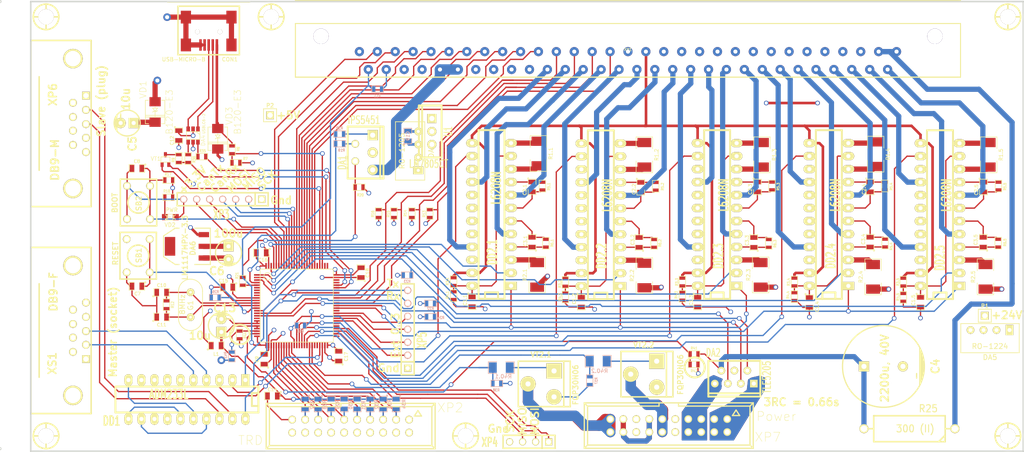
<source format=kicad_pcb>
(kicad_pcb (version 3) (host pcbnew "(2013-feb-26)-stable")
  (layers (15 F.Cu signal) (2 ground.Cu power hide) (1 power.Cu mixed) (0 B.Cu signal) (18 B.Paste user) (19 F.Paste user) (20 B.SilkS user) (21 F.SilkS user) (22 B.Mask user) (23 F.Mask user) (28 Edge.Cuts user))
  (net 0 "")
  (net 1 +3.3V)
  (net 2 +5V)
  (net 3 /EP0)
  (net 4 /EP1)
  (net 5 /EP2)
  (net 6 /EP3)
  (net 7 "/Filters slit #1/+10V")
  (net 8 "/Filters slit #1/+24V")
  (net 9 "/Filters slit #1/A")
  (net 10 "/Filters slit #1/A*")
  (net 11 "/Filters slit #1/B")
  (net 12 "/Filters slit #1/B*")
  (net 13 "/Filters slit #1/SM_CLK")
  (net 14 "/Filters slit #1/SM_DIR")
  (net 15 "/Filters slit #1/SM_EN")
  (net 16 "/Filters slit #2/A")
  (net 17 "/Filters slit #2/A*")
  (net 18 "/Filters slit #2/B")
  (net 19 "/Filters slit #2/B*")
  (net 20 "/Filters slit #2/SM_DIR")
  (net 21 "/Filters slit #2/SM_EN")
  (net 22 /Hall0)
  (net 23 /Hall1)
  (net 24 /Hall2)
  (net 25 /Hall3)
  (net 26 /Hall4)
  (net 27 /Hall5)
  (net 28 /Hall6)
  (net 29 /Hall7)
  (net 30 /Hall8)
  (net 31 /Hall9)
  (net 32 "/Long stage/A")
  (net 33 "/Long stage/A*")
  (net 34 "/Long stage/B")
  (net 35 "/Long stage/B*")
  (net 36 "/Long stage/SM_CLK")
  (net 37 "/Long stage/SM_DIR")
  (net 38 "/Long stage/SM_EN")
  (net 39 /POW3)
  (net 40 /POW_LOAD)
  (net 41 "/Power MOSFET module 1/GND_OUT")
  (net 42 "/Power MOSFET module 1/ON")
  (net 43 "/Power MOSFET module 2/GND_OUT")
  (net 44 "/Power MOSFET module 2/ON")
  (net 45 "/STM32F103 module/1-WIRE")
  (net 46 "/STM32F103 module/BOOT")
  (net 47 "/STM32F103 module/DG_FEEDBACK")
  (net 48 "/STM32F103 module/EXT0")
  (net 49 "/STM32F103 module/EXT1")
  (net 50 "/STM32F103 module/EXT2")
  (net 51 "/STM32F103 module/EXT3")
  (net 52 "/STM32F103 module/I2C_SCL/CANRX")
  (net 53 "/STM32F103 module/I2C_SDA/CANTX")
  (net 54 "/STM32F103 module/POW3_FEEDBACK")
  (net 55 "/STM32F103 module/RS-232 level converter/UART_RX")
  (net 56 "/STM32F103 module/RS-232 level converter/UART_RX1")
  (net 57 "/STM32F103 module/RS-232 level converter/UART_TX")
  (net 58 "/STM32F103 module/RS-232 level converter/UART_TX1")
  (net 59 "/STM32F103 module/RST")
  (net 60 "/STM32F103 module/SPI1_MISO")
  (net 61 "/STM32F103 module/SPI1_MOSI")
  (net 62 "/STM32F103 module/SPI1_SCK")
  (net 63 "/STM32F103 module/SPI2_MISO")
  (net 64 "/STM32F103 module/SPI2_MOSI")
  (net 65 "/STM32F103 module/SPI2_SCK")
  (net 66 "/STM32F103 module/U10")
  (net 67 "/STM32F103 module/USB input circuit/USB_DISC")
  (net 68 "/STM32F103 module/USB input circuit/USB_DM")
  (net 69 "/STM32F103 module/USB input circuit/USB_DP")
  (net 70 "/STM32F103 module/USB input circuit/USB_POWER")
  (net 71 "/STM32F103 module/VDDA")
  (net 72 "/Short stage/A")
  (net 73 "/Short stage/A*")
  (net 74 "/Short stage/B")
  (net 75 "/Short stage/B*")
  (net 76 "/Short stage/SM_DIR")
  (net 77 "/Short stage/SM_EN")
  (net 78 "/Shutter MOSFET/+36V")
  (net 79 "/Shutter MOSFET/EF")
  (net 80 "/Shutter MOSFET/IN1")
  (net 81 "/Shutter MOSFET/IN2")
  (net 82 "/Shutter MOSFET/OUT1")
  (net 83 "/Shutter MOSFET/OUT2")
  (net 84 "/Shutter MOSFET/Sense")
  (net 85 /T1_0)
  (net 86 /T1_1)
  (net 87 /T1_2)
  (net 88 /T1_3)
  (net 89 /T1_4)
  (net 90 /T1_5)
  (net 91 /T1_6)
  (net 92 /T1_7)
  (net 93 "/Turret slits/A")
  (net 94 "/Turret slits/A*")
  (net 95 "/Turret slits/B")
  (net 96 "/Turret slits/B*")
  (net 97 "/Turret slits/SM_DIR")
  (net 98 "/Turret slits/SM_EN")
  (net 99 GND)
  (net 100 N-00000101)
  (net 101 N-00000105)
  (net 102 N-00000106)
  (net 103 N-00000121)
  (net 104 N-00000122)
  (net 105 N-00000123)
  (net 106 N-00000124)
  (net 107 N-00000125)
  (net 108 N-00000126)
  (net 109 N-00000128)
  (net 110 N-00000129)
  (net 111 N-00000131)
  (net 112 N-00000132)
  (net 113 N-00000133)
  (net 114 N-00000134)
  (net 115 N-00000135)
  (net 116 N-00000136)
  (net 117 N-00000137)
  (net 118 N-00000139)
  (net 119 N-00000140)
  (net 120 N-00000141)
  (net 121 N-00000142)
  (net 122 N-00000144)
  (net 123 N-00000145)
  (net 124 N-00000146)
  (net 125 N-00000147)
  (net 126 N-00000148)
  (net 127 N-00000152)
  (net 128 N-00000153)
  (net 129 N-00000154)
  (net 130 N-00000155)
  (net 131 N-00000156)
  (net 132 N-00000169)
  (net 133 N-0000017)
  (net 134 N-00000170)
  (net 135 N-00000171)
  (net 136 N-00000172)
  (net 137 N-00000173)
  (net 138 N-00000174)
  (net 139 N-00000175)
  (net 140 N-0000037)
  (net 141 N-0000070)
  (net 142 N-0000071)
  (net 143 N-0000072)
  (net 144 N-0000073)
  (net 145 N-0000074)
  (net 146 N-0000095)
  (module VASCH10x2 (layer F.Cu) (at 175.7172 139.9794 180)
    (fp_text reference XP7 (at -19.3548 -2.2606 180) (layer F.SilkS) (effects (font (size 1.778 1.778) (thickness 0.0889))))
    (fp_text value Power (at -21.0058 1.8034 180) (layer F.SilkS) (effects (font (size 1.778 1.778) (thickness 0.0889))))
    (pad 1 thru_hole circle (at -11.43 1.27 180) (size 1.50622 1.50622) (drill 0.99822) (layers *.Cu *.Mask F.Paste F.SilkS) (net 82 "/Shutter MOSFET/OUT1"))
    (pad 2 thru_hole circle (at -11.43 -1.27 180) (size 1.50622 1.50622) (drill 0.99822) (layers *.Cu *.Mask F.Paste F.SilkS) (net 82 "/Shutter MOSFET/OUT1"))
    (pad 3 thru_hole circle (at -8.89 1.27 180) (size 1.50622 1.50622) (drill 0.99822) (layers *.Cu *.Mask F.Paste F.SilkS) (net 82 "/Shutter MOSFET/OUT1"))
    (pad 4 thru_hole circle (at -8.89 -1.27 180) (size 1.50622 1.50622) (drill 0.99822) (layers *.Cu *.Mask F.Paste F.SilkS) (net 82 "/Shutter MOSFET/OUT1"))
    (pad 5 thru_hole circle (at -6.35 1.27 180) (size 1.50622 1.50622) (drill 0.99822) (layers *.Cu *.Mask F.Paste F.SilkS) (net 83 "/Shutter MOSFET/OUT2"))
    (pad 6 thru_hole circle (at -6.35 -1.27 180) (size 1.50622 1.50622) (drill 0.99822) (layers *.Cu *.Mask F.Paste F.SilkS) (net 83 "/Shutter MOSFET/OUT2"))
    (pad 7 thru_hole circle (at -3.81 1.27 180) (size 1.50622 1.50622) (drill 0.99822) (layers *.Cu *.Mask F.Paste F.SilkS) (net 83 "/Shutter MOSFET/OUT2"))
    (pad 8 thru_hole circle (at -3.81 -1.27 180) (size 1.50622 1.50622) (drill 0.99822) (layers *.Cu *.Mask F.Paste F.SilkS) (net 83 "/Shutter MOSFET/OUT2"))
    (pad 9 thru_hole circle (at -1.27 1.27 180) (size 1.50622 1.50622) (drill 0.99822) (layers *.Cu *.Mask F.Paste F.SilkS))
    (pad 10 thru_hole circle (at -1.27 -1.27 180) (size 1.50622 1.50622) (drill 0.99822) (layers *.Cu *.Mask F.Paste F.SilkS))
    (pad 11 thru_hole circle (at 1.27 1.27 180) (size 1.50622 1.50622) (drill 0.99822) (layers *.Cu *.Mask F.Paste F.SilkS) (net 41 "/Power MOSFET module 1/GND_OUT"))
    (pad 12 thru_hole circle (at 1.27 -1.27 180) (size 1.50622 1.50622) (drill 0.99822) (layers *.Cu *.Mask F.Paste F.SilkS) (net 41 "/Power MOSFET module 1/GND_OUT"))
    (pad 13 thru_hole circle (at 3.81 1.27 180) (size 1.50622 1.50622) (drill 0.99822) (layers *.Cu *.Mask F.Paste F.SilkS) (net 7 "/Filters slit #1/+10V"))
    (pad 14 thru_hole circle (at 3.81 -1.27 180) (size 1.50622 1.50622) (drill 0.99822) (layers *.Cu *.Mask F.Paste F.SilkS) (net 7 "/Filters slit #1/+10V"))
    (pad 15 thru_hole circle (at 6.35 1.27 180) (size 1.50622 1.50622) (drill 0.99822) (layers *.Cu *.Mask F.Paste F.SilkS))
    (pad 16 thru_hole circle (at 6.35 -1.27 180) (size 1.50622 1.50622) (drill 0.99822) (layers *.Cu *.Mask F.Paste F.SilkS))
    (pad 17 thru_hole circle (at 8.89 1.27 180) (size 1.50622 1.50622) (drill 0.99822) (layers *.Cu *.Mask F.Paste F.SilkS) (net 7 "/Filters slit #1/+10V"))
    (pad 18 thru_hole circle (at 8.89 -1.27 180) (size 1.50622 1.50622) (drill 0.99822) (layers *.Cu *.Mask F.Paste F.SilkS) (net 7 "/Filters slit #1/+10V"))
    (pad 19 thru_hole circle (at 11.43 1.27 180) (size 1.50622 1.50622) (drill 0.99822) (layers *.Cu *.Mask F.Paste F.SilkS) (net 43 "/Power MOSFET module 2/GND_OUT"))
    (pad 20 thru_hole circle (at 11.43 -1.27 180) (size 1.50622 1.50622) (drill 0.99822) (layers *.Cu *.Mask F.Paste F.SilkS) (net 43 "/Power MOSFET module 2/GND_OUT"))
  )
  (module VASCH10x2 (layer F.Cu) (at 113.538 140.081 180)
    (fp_text reference XP2 (at -19.462 3.581 180) (layer F.SilkS) (effects (font (size 1.778 1.778) (thickness 0.0889))))
    (fp_text value TRD (at 19.558 -2.794 180) (layer F.SilkS) (effects (font (size 1.778 1.778) (thickness 0.0889))))
    (pad 1 thru_hole circle (at -11.43 1.27 180) (size 1.50622 1.50622) (drill 0.99822) (layers *.Cu *.Mask F.Paste F.SilkS) (net 99 GND))
    (pad 2 thru_hole circle (at -11.43 -1.27 180) (size 1.50622 1.50622) (drill 0.99822) (layers *.Cu *.Mask F.Paste F.SilkS) (net 99 GND))
    (pad 3 thru_hole circle (at -8.89 1.27 180) (size 1.50622 1.50622) (drill 0.99822) (layers *.Cu *.Mask F.Paste F.SilkS) (net 85 /T1_0))
    (pad 4 thru_hole circle (at -8.89 -1.27 180) (size 1.50622 1.50622) (drill 0.99822) (layers *.Cu *.Mask F.Paste F.SilkS) (net 99 GND))
    (pad 5 thru_hole circle (at -6.35 1.27 180) (size 1.50622 1.50622) (drill 0.99822) (layers *.Cu *.Mask F.Paste F.SilkS) (net 86 /T1_1))
    (pad 6 thru_hole circle (at -6.35 -1.27 180) (size 1.50622 1.50622) (drill 0.99822) (layers *.Cu *.Mask F.Paste F.SilkS) (net 99 GND))
    (pad 7 thru_hole circle (at -3.81 1.27 180) (size 1.50622 1.50622) (drill 0.99822) (layers *.Cu *.Mask F.Paste F.SilkS) (net 87 /T1_2))
    (pad 8 thru_hole circle (at -3.81 -1.27 180) (size 1.50622 1.50622) (drill 0.99822) (layers *.Cu *.Mask F.Paste F.SilkS) (net 99 GND))
    (pad 9 thru_hole circle (at -1.27 1.27 180) (size 1.50622 1.50622) (drill 0.99822) (layers *.Cu *.Mask F.Paste F.SilkS) (net 88 /T1_3))
    (pad 10 thru_hole circle (at -1.27 -1.27 180) (size 1.50622 1.50622) (drill 0.99822) (layers *.Cu *.Mask F.Paste F.SilkS) (net 99 GND))
    (pad 11 thru_hole circle (at 1.27 1.27 180) (size 1.50622 1.50622) (drill 0.99822) (layers *.Cu *.Mask F.Paste F.SilkS) (net 89 /T1_4))
    (pad 12 thru_hole circle (at 1.27 -1.27 180) (size 1.50622 1.50622) (drill 0.99822) (layers *.Cu *.Mask F.Paste F.SilkS) (net 99 GND))
    (pad 13 thru_hole circle (at 3.81 1.27 180) (size 1.50622 1.50622) (drill 0.99822) (layers *.Cu *.Mask F.Paste F.SilkS) (net 90 /T1_5))
    (pad 14 thru_hole circle (at 3.81 -1.27 180) (size 1.50622 1.50622) (drill 0.99822) (layers *.Cu *.Mask F.Paste F.SilkS) (net 99 GND))
    (pad 15 thru_hole circle (at 6.35 1.27 180) (size 1.50622 1.50622) (drill 0.99822) (layers *.Cu *.Mask F.Paste F.SilkS) (net 91 /T1_6))
    (pad 16 thru_hole circle (at 6.35 -1.27 180) (size 1.50622 1.50622) (drill 0.99822) (layers *.Cu *.Mask F.Paste F.SilkS) (net 99 GND))
    (pad 17 thru_hole circle (at 8.89 1.27 180) (size 1.50622 1.50622) (drill 0.99822) (layers *.Cu *.Mask F.Paste F.SilkS) (net 92 /T1_7))
    (pad 18 thru_hole circle (at 8.89 -1.27 180) (size 1.50622 1.50622) (drill 0.99822) (layers *.Cu *.Mask F.Paste F.SilkS) (net 99 GND))
    (pad 19 thru_hole circle (at 11.43 1.27 180) (size 1.50622 1.50622) (drill 0.99822) (layers *.Cu *.Mask F.Paste F.SilkS) (net 99 GND))
    (pad 20 thru_hole circle (at 11.43 -1.27 180) (size 1.50622 1.50622) (drill 0.99822) (layers *.Cu *.Mask F.Paste F.SilkS) (net 99 GND))
  )
  (module CP_16x25mm (layer F.Cu) (at 217.678 128.397 270)
    (fp_text reference C4 (at 0 -10.16 270) (layer F.SilkS) (effects (font (size 1.524 1.524) (thickness 0.3048))))
    (fp_text value "2200u, 40V" (at 0.381 -0.254 270) (layer F.SilkS) (effects (font (size 1.524 1.524) (thickness 0.3048))))
    (pad 1 thru_hole rect (at 0 3.81 270) (size 1.99898 1.99898) (drill 1) (layers *.Cu *.Mask F.SilkS) (net 125 N-00000147))
    (pad 2 thru_hole circle (at 0 -3.81 270) (size 1.99898 1.99898) (drill 1) (layers *.Cu *.Mask F.SilkS) (net 99 GND))
  )
  (module LQFP100_STM32 (layer F.Cu) (at 103 116.5)
    (fp_text reference DD3)
    (fp_text value STM32F103 hide)
    (pad 1 smd rect (at -7.747 -5.99948) (size 1.20142 0.29972) (layers F.Cu F.Paste F.Mask) (net 20 "/Filters slit #2/SM_DIR"))
    (pad 2 smd rect (at -7.747 -5.4991) (size 1.20142 0.29972) (layers F.Cu F.Paste F.Mask) (net 37 "/Long stage/SM_DIR"))
    (pad 3 smd rect (at -7.747 -4.99872) (size 1.20142 0.29972) (layers F.Cu F.Paste F.Mask) (net 76 "/Short stage/SM_DIR"))
    (pad 4 smd rect (at -7.747 -4.49834) (size 1.20142 0.29972) (layers F.Cu F.Paste F.Mask) (net 39 /POW3))
    (pad 5 smd rect (at -7.747 -3.99796) (size 1.20142 0.29972) (layers F.Cu F.Paste F.Mask) (net 47 "/STM32F103 module/DG_FEEDBACK"))
    (pad 6 smd rect (at -7.747 -3.49758) (size 1.20142 0.30226) (layers F.Cu F.Paste F.Mask))
    (pad 7 smd rect (at -7.747 -2.99974) (size 1.20142 0.29972) (layers F.Cu F.Paste F.Mask))
    (pad 8 smd rect (at -7.747 -2.49936) (size 1.20142 0.29972) (layers F.Cu F.Paste F.Mask))
    (pad 9 smd rect (at -7.747 -1.99898) (size 1.20142 0.29972) (layers F.Cu F.Paste F.Mask))
    (pad 10 smd rect (at -7.747 -1.4986) (size 1.20142 0.29972) (layers F.Cu F.Paste F.Mask) (net 99 GND))
    (pad 11 smd rect (at -7.747 -0.99822) (size 1.20142 0.29972) (layers F.Cu F.Paste F.Mask) (net 1 +3.3V))
    (pad 12 smd rect (at -7.747 -0.49784) (size 1.20142 0.29972) (layers F.Cu F.Paste F.Mask) (net 101 N-00000105))
    (pad 13 smd rect (at -7.747 0) (size 1.20142 0.29972) (layers F.Cu F.Paste F.Mask) (net 102 N-00000106))
    (pad 14 smd rect (at -7.747 0.49784) (size 1.20142 0.29972) (layers F.Cu F.Paste F.Mask) (net 59 "/STM32F103 module/RST"))
    (pad 15 smd rect (at -7.747 0.99822) (size 1.20142 0.29972) (layers F.Cu F.Paste F.Mask) (net 81 "/Shutter MOSFET/IN2"))
    (pad 16 smd rect (at -7.747 1.4986) (size 1.20142 0.29972) (layers F.Cu F.Paste F.Mask) (net 79 "/Shutter MOSFET/EF"))
    (pad 17 smd rect (at -7.747 1.99898) (size 1.20142 0.29972) (layers F.Cu F.Paste F.Mask) (net 80 "/Shutter MOSFET/IN1"))
    (pad 18 smd rect (at -7.747 2.49936) (size 1.20142 0.29972) (layers F.Cu F.Paste F.Mask))
    (pad 19 smd rect (at -7.747 2.99974) (size 1.20142 0.29972) (layers F.Cu F.Paste F.Mask) (net 99 GND))
    (pad 20 smd rect (at -7.747 3.49758) (size 1.20142 0.30226) (layers F.Cu F.Paste F.Mask) (net 99 GND))
    (pad 21 smd rect (at -7.747 3.99796) (size 1.20142 0.29972) (layers F.Cu F.Paste F.Mask) (net 71 "/STM32F103 module/VDDA"))
    (pad 22 smd rect (at -7.747 4.49834) (size 1.20142 0.29972) (layers F.Cu F.Paste F.Mask) (net 71 "/STM32F103 module/VDDA"))
    (pad 23 smd rect (at -7.747 4.99872) (size 1.20142 0.29972) (layers F.Cu F.Paste F.Mask) (net 66 "/STM32F103 module/U10"))
    (pad 24 smd rect (at -7.747 5.4991) (size 1.20142 0.29972) (layers F.Cu F.Paste F.Mask) (net 84 "/Shutter MOSFET/Sense"))
    (pad 25 smd rect (at -7.747 5.99948) (size 1.20142 0.29972) (layers F.Cu F.Paste F.Mask) (net 45 "/STM32F103 module/1-WIRE"))
    (pad 26 smd rect (at -5.99948 7.747) (size 0.29972 1.20142) (layers F.Cu F.Paste F.Mask) (net 45 "/STM32F103 module/1-WIRE"))
    (pad 27 smd rect (at -5.4991 7.747) (size 0.29972 1.20142) (layers F.Cu F.Paste F.Mask) (net 99 GND))
    (pad 28 smd rect (at -4.99872 7.747) (size 0.29972 1.20142) (layers F.Cu F.Paste F.Mask) (net 1 +3.3V))
    (pad 29 smd rect (at -4.49834 7.747) (size 0.29972 1.20142) (layers F.Cu F.Paste F.Mask) (net 92 /T1_7))
    (pad 30 smd rect (at -3.99796 7.747) (size 0.29972 1.20142) (layers F.Cu F.Paste F.Mask) (net 91 /T1_6))
    (pad 31 smd rect (at -3.49758 7.747) (size 0.30226 1.20142) (layers F.Cu F.Paste F.Mask) (net 90 /T1_5))
    (pad 32 smd rect (at -2.99974 7.747) (size 0.29972 1.20142) (layers F.Cu F.Paste F.Mask) (net 89 /T1_4))
    (pad 33 smd rect (at -2.49936 7.747) (size 0.29972 1.20142) (layers F.Cu F.Paste F.Mask) (net 88 /T1_3))
    (pad 34 smd rect (at -1.99898 7.747) (size 0.29972 1.20142) (layers F.Cu F.Paste F.Mask) (net 87 /T1_2))
    (pad 35 smd rect (at -1.4986 7.747) (size 0.29972 1.20142) (layers F.Cu F.Paste F.Mask) (net 86 /T1_1))
    (pad 36 smd rect (at -0.99822 7.747) (size 0.29972 1.20142) (layers F.Cu F.Paste F.Mask) (net 85 /T1_0))
    (pad 37 smd rect (at -0.49784 7.747) (size 0.29972 1.20142) (layers F.Cu F.Paste F.Mask) (net 146 N-0000095))
    (pad 38 smd rect (at 0 7.747) (size 0.29972 1.20142) (layers F.Cu F.Paste F.Mask) (net 98 "/Turret slits/SM_EN"))
    (pad 39 smd rect (at 0.49784 7.747) (size 0.29972 1.20142) (layers F.Cu F.Paste F.Mask) (net 15 "/Filters slit #1/SM_EN"))
    (pad 40 smd rect (at 0.99822 7.747) (size 0.29972 1.20142) (layers F.Cu F.Paste F.Mask) (net 21 "/Filters slit #2/SM_EN"))
    (pad 41 smd rect (at 1.4986 7.747) (size 0.29972 1.20142) (layers F.Cu F.Paste F.Mask) (net 38 "/Long stage/SM_EN"))
    (pad 42 smd rect (at 1.99898 7.747) (size 0.29972 1.20142) (layers F.Cu F.Paste F.Mask) (net 77 "/Short stage/SM_EN"))
    (pad 43 smd rect (at 2.49936 7.747) (size 0.29972 1.20142) (layers F.Cu F.Paste F.Mask) (net 44 "/Power MOSFET module 2/ON"))
    (pad 44 smd rect (at 2.99974 7.747) (size 0.29972 1.20142) (layers F.Cu F.Paste F.Mask) (net 42 "/Power MOSFET module 1/ON"))
    (pad 45 smd rect (at 3.49758 7.747) (size 0.30226 1.20142) (layers F.Cu F.Paste F.Mask))
    (pad 46 smd rect (at 3.99796 7.747) (size 0.29972 1.20142) (layers F.Cu F.Paste F.Mask))
    (pad 47 smd rect (at 4.49834 7.747) (size 0.29972 1.20142) (layers F.Cu F.Paste F.Mask) (net 57 "/STM32F103 module/RS-232 level converter/UART_TX"))
    (pad 48 smd rect (at 4.99872 7.747) (size 0.29972 1.20142) (layers F.Cu F.Paste F.Mask) (net 55 "/STM32F103 module/RS-232 level converter/UART_RX"))
    (pad 49 smd rect (at 5.4991 7.747) (size 0.29972 1.20142) (layers F.Cu F.Paste F.Mask) (net 99 GND))
    (pad 50 smd rect (at 5.99948 7.747) (size 0.29972 1.20142) (layers F.Cu F.Paste F.Mask) (net 1 +3.3V))
    (pad 51 smd rect (at 7.747 5.99948) (size 1.20142 0.29972) (layers F.Cu F.Paste F.Mask))
    (pad 52 smd rect (at 7.747 5.4991) (size 1.20142 0.29972) (layers F.Cu F.Paste F.Mask) (net 65 "/STM32F103 module/SPI2_SCK"))
    (pad 53 smd rect (at 7.747 4.99872) (size 1.20142 0.29972) (layers F.Cu F.Paste F.Mask) (net 63 "/STM32F103 module/SPI2_MISO"))
    (pad 54 smd rect (at 7.747 4.49834) (size 1.20142 0.29972) (layers F.Cu F.Paste F.Mask) (net 64 "/STM32F103 module/SPI2_MOSI"))
    (pad 55 smd rect (at 7.747 3.99796) (size 1.20142 0.29972) (layers F.Cu F.Paste F.Mask))
    (pad 56 smd rect (at 7.747 3.49758) (size 1.20142 0.30226) (layers F.Cu F.Paste F.Mask))
    (pad 57 smd rect (at 7.747 2.99974) (size 1.20142 0.29972) (layers F.Cu F.Paste F.Mask) (net 48 "/STM32F103 module/EXT0"))
    (pad 58 smd rect (at 7.747 2.49936) (size 1.20142 0.29972) (layers F.Cu F.Paste F.Mask) (net 49 "/STM32F103 module/EXT1"))
    (pad 59 smd rect (at 7.747 1.99898) (size 1.20142 0.29972) (layers F.Cu F.Paste F.Mask) (net 50 "/STM32F103 module/EXT2"))
    (pad 60 smd rect (at 7.747 1.4986) (size 1.20142 0.29972) (layers F.Cu F.Paste F.Mask) (net 51 "/STM32F103 module/EXT3"))
    (pad 61 smd rect (at 7.747 0.99822) (size 1.20142 0.29972) (layers F.Cu F.Paste F.Mask))
    (pad 62 smd rect (at 7.747 0.49784) (size 1.20142 0.29972) (layers F.Cu F.Paste F.Mask) (net 36 "/Long stage/SM_CLK"))
    (pad 63 smd rect (at 7.747 0) (size 1.20142 0.29972) (layers F.Cu F.Paste F.Mask) (net 13 "/Filters slit #1/SM_CLK"))
    (pad 64 smd rect (at 7.747 -0.49784) (size 1.20142 0.29972) (layers F.Cu F.Paste F.Mask) (net 3 /EP0))
    (pad 65 smd rect (at 7.747 -0.99822) (size 1.20142 0.29972) (layers F.Cu F.Paste F.Mask) (net 4 /EP1))
    (pad 66 smd rect (at 7.747 -1.4986) (size 1.20142 0.29972) (layers F.Cu F.Paste F.Mask) (net 5 /EP2))
    (pad 67 smd rect (at 7.747 -1.99898) (size 1.20142 0.29972) (layers F.Cu F.Paste F.Mask) (net 6 /EP3))
    (pad 68 smd rect (at 7.747 -2.49936) (size 1.20142 0.29972) (layers F.Cu F.Paste F.Mask) (net 58 "/STM32F103 module/RS-232 level converter/UART_TX1"))
    (pad 69 smd rect (at 7.747 -2.99974) (size 1.20142 0.29972) (layers F.Cu F.Paste F.Mask) (net 56 "/STM32F103 module/RS-232 level converter/UART_RX1"))
    (pad 70 smd rect (at 7.747 -3.49758) (size 1.20142 0.30226) (layers F.Cu F.Paste F.Mask) (net 68 "/STM32F103 module/USB input circuit/USB_DM"))
    (pad 71 smd rect (at 7.747 -3.99796) (size 1.20142 0.29972) (layers F.Cu F.Paste F.Mask) (net 69 "/STM32F103 module/USB input circuit/USB_DP"))
    (pad 72 smd rect (at 7.747 -4.49834) (size 1.20142 0.29972) (layers F.Cu F.Paste F.Mask))
    (pad 73 smd rect (at 7.747 -4.99872) (size 1.20142 0.29972) (layers F.Cu F.Paste F.Mask))
    (pad 74 smd rect (at 7.747 -5.4991) (size 1.20142 0.29972) (layers F.Cu F.Paste F.Mask) (net 99 GND))
    (pad 75 smd rect (at 7.747 -5.99948) (size 1.20142 0.29972) (layers F.Cu F.Paste F.Mask) (net 1 +3.3V))
    (pad 76 smd rect (at 5.99948 -7.747) (size 0.29972 1.20142) (layers F.Cu F.Paste F.Mask))
    (pad 77 smd rect (at 5.4991 -7.747) (size 0.29972 1.20142) (layers F.Cu F.Paste F.Mask))
    (pad 78 smd rect (at 4.99872 -7.747) (size 0.29972 1.20142) (layers F.Cu F.Paste F.Mask) (net 70 "/STM32F103 module/USB input circuit/USB_POWER"))
    (pad 79 smd rect (at 4.49834 -7.747) (size 0.29972 1.20142) (layers F.Cu F.Paste F.Mask) (net 67 "/STM32F103 module/USB input circuit/USB_DISC"))
    (pad 80 smd rect (at 3.99796 -7.747) (size 0.29972 1.20142) (layers F.Cu F.Paste F.Mask))
    (pad 81 smd rect (at 3.49758 -7.747) (size 0.30226 1.20142) (layers F.Cu F.Paste F.Mask) (net 22 /Hall0))
    (pad 82 smd rect (at 2.99974 -7.747) (size 0.29972 1.20142) (layers F.Cu F.Paste F.Mask) (net 23 /Hall1))
    (pad 83 smd rect (at 2.49936 -7.747) (size 0.29972 1.20142) (layers F.Cu F.Paste F.Mask) (net 24 /Hall2))
    (pad 84 smd rect (at 1.99898 -7.747) (size 0.29972 1.20142) (layers F.Cu F.Paste F.Mask) (net 25 /Hall3))
    (pad 85 smd rect (at 1.4986 -7.747) (size 0.29972 1.20142) (layers F.Cu F.Paste F.Mask) (net 26 /Hall4))
    (pad 86 smd rect (at 0.99822 -7.747) (size 0.29972 1.20142) (layers F.Cu F.Paste F.Mask) (net 27 /Hall5))
    (pad 87 smd rect (at 0.49784 -7.747) (size 0.29972 1.20142) (layers F.Cu F.Paste F.Mask) (net 28 /Hall6))
    (pad 88 smd rect (at 0 -7.747) (size 0.29972 1.20142) (layers F.Cu F.Paste F.Mask) (net 29 /Hall7))
    (pad 89 smd rect (at -0.49784 -7.747) (size 0.29972 1.20142) (layers F.Cu F.Paste F.Mask) (net 62 "/STM32F103 module/SPI1_SCK"))
    (pad 90 smd rect (at -0.99822 -7.747) (size 0.29972 1.20142) (layers F.Cu F.Paste F.Mask) (net 60 "/STM32F103 module/SPI1_MISO"))
    (pad 91 smd rect (at -1.4986 -7.747) (size 0.29972 1.20142) (layers F.Cu F.Paste F.Mask) (net 61 "/STM32F103 module/SPI1_MOSI"))
    (pad 92 smd rect (at -1.99898 -7.747) (size 0.29972 1.20142) (layers F.Cu F.Paste F.Mask) (net 30 /Hall8))
    (pad 93 smd rect (at -2.49936 -7.747) (size 0.29972 1.20142) (layers F.Cu F.Paste F.Mask) (net 31 /Hall9))
    (pad 94 smd rect (at -2.99974 -7.747) (size 0.29972 1.20142) (layers F.Cu F.Paste F.Mask) (net 46 "/STM32F103 module/BOOT"))
    (pad 95 smd rect (at -3.49758 -7.747) (size 0.30226 1.20142) (layers F.Cu F.Paste F.Mask) (net 52 "/STM32F103 module/I2C_SCL/CANRX"))
    (pad 96 smd rect (at -3.99796 -7.747) (size 0.29972 1.20142) (layers F.Cu F.Paste F.Mask) (net 53 "/STM32F103 module/I2C_SDA/CANTX"))
    (pad 97 smd rect (at -4.49834 -7.747) (size 0.29972 1.20142) (layers F.Cu F.Paste F.Mask) (net 97 "/Turret slits/SM_DIR"))
    (pad 98 smd rect (at -4.99872 -7.747) (size 0.29972 1.20142) (layers F.Cu F.Paste F.Mask) (net 14 "/Filters slit #1/SM_DIR"))
    (pad 99 smd rect (at -5.4991 -7.747) (size 0.29972 1.20142) (layers F.Cu F.Paste F.Mask) (net 99 GND))
    (pad 100 smd rect (at -5.99948 -7.747) (size 0.29972 1.20142) (layers F.Cu F.Paste F.Mask) (net 1 +3.3V))
  )
  (module TO220-7-12 (layer F.Cu) (at 188.5315 130.4925 270)
    (fp_text reference DA2 (at -4.7625 4.1275 360) (layer F.SilkS) (effects (font (size 1.524 1.016) (thickness 0.2032))))
    (fp_text value TLE5205 (at 0 -6.35 270) (layer F.SilkS) (effects (font (size 1.524 1.016) (thickness 0.2032))))
    (pad 7 thru_hole circle (at 1.27 3.81 270) (size 1.5 1.5) (drill 0.8) (layers *.Cu *.Mask F.SilkS) (net 83 "/Shutter MOSFET/OUT2"))
    (pad 1 thru_hole rect (at 1.27 -3.81 270) (size 1.5 1.5) (drill 0.8) (layers *.Cu *.Mask F.SilkS) (net 82 "/Shutter MOSFET/OUT1"))
    (pad 5 thru_hole circle (at 1.27 1.27 270) (size 1.5 1.5) (drill 0.8) (layers *.Cu *.Mask F.SilkS) (net 81 "/Shutter MOSFET/IN2"))
    (pad 6 thru_hole circle (at -1.27 2.54 270) (size 1.5 1.5) (drill 0.8) (layers *.Cu *.Mask F.SilkS) (net 125 N-00000147))
    (pad 2 thru_hole circle (at -1.27 -2.54 270) (size 1.5 1.5) (drill 0.8) (layers *.Cu *.Mask F.SilkS) (net 79 "/Shutter MOSFET/EF"))
    (pad 3 thru_hole circle (at 1.27 -1.27 270) (size 1.5 1.5) (drill 0.8) (layers *.Cu *.Mask F.SilkS) (net 80 "/Shutter MOSFET/IN1"))
    (pad 4 thru_hole circle (at -1.27 0 270) (size 1.5 1.5) (drill 0.8) (layers *.Cu *.Mask F.SilkS) (net 99 GND))
  )
  (module SOT323 (layer F.Cu) (at 77.3349 87.9217 180)
    (fp_text reference VT1 (at 1.8969 0.1647 180) (layer F.SilkS) (effects (font (size 0.762 0.762) (thickness 0.09906))))
    (fp_text value DTA114Y hide)
    (pad 2 smd rect (at -0.65024 -0.94996 180) (size 0.59944 1.00076) (layers F.Cu F.Paste F.Mask) (net 1 +3.3V))
    (pad 1 smd rect (at 0.65024 -0.94996 180) (size 0.59944 1.00076) (layers F.Cu F.Paste F.Mask) (net 67 "/STM32F103 module/USB input circuit/USB_DISC"))
    (pad 3 smd rect (at 0 0.94996 180) (size 0.59944 1.00076) (layers F.Cu F.Paste F.Mask) (net 136 N-00000172))
  )
  (module SOT23_6 (layer F.Cu) (at 82.7324 83.2227 180)
    (fp_text reference DA4 (at -1.9766 -0.9783 270) (layer F.SilkS) (effects (font (size 0.762 0.762) (thickness 0.0762))))
    (fp_text value USBLC6-2 (at -2.1036 2.3237 270) (layer F.SilkS) (effects (font (size 0.50038 0.50038) (thickness 0.0762))))
    (pad 6 smd rect (at -0.9525 -1.27 180) (size 0.70104 1.00076) (layers F.Cu F.Paste F.Mask) (net 138 N-00000174))
    (pad 5 smd rect (at 0 -1.27 180) (size 0.70104 1.00076) (layers F.Cu F.Paste F.Mask) (net 2 +5V))
    (pad 4 smd rect (at 0.9525 -1.27 180) (size 0.70104 1.00076) (layers F.Cu F.Paste F.Mask) (net 137 N-00000173))
    (pad 3 smd rect (at 0.9525 1.27 180) (size 0.70104 1.00076) (layers F.Cu F.Paste F.Mask) (net 134 N-00000170))
    (pad 2 smd rect (at 0 1.27 180) (size 0.70104 1.00076) (layers F.Cu F.Paste F.Mask) (net 99 GND))
    (pad 1 smd rect (at -0.9525 1.27 180) (size 0.70104 1.00076) (layers F.Cu F.Paste F.Mask) (net 135 N-00000171))
  )
  (module SM0805 (layer F.Cu) (at 71.755 112.7125 180)
    (fp_text reference C7 (at -0.127 -1.4605 180) (layer F.SilkS) (effects (font (size 0.635 0.635) (thickness 0.127))))
    (fp_text value 100n hide)
    (pad 1 smd rect (at -0.9525 0 180) (size 0.889 1.397) (layers F.Cu F.Paste F.Mask) (net 59 "/STM32F103 module/RST"))
    (pad 2 smd rect (at 0.9525 0 180) (size 0.889 1.397) (layers F.Cu F.Paste F.Mask) (net 99 GND))
  )
  (module SM0805 (layer F.Cu) (at 76.589 118.745)
    (fp_text reference C11 (at -0.008 1.524) (layer F.SilkS) (effects (font (size 0.635 0.635) (thickness 0.127))))
    (fp_text value 27p hide)
    (pad 1 smd rect (at -0.9525 0) (size 0.889 1.397) (layers F.Cu F.Paste F.Mask) (net 99 GND))
    (pad 2 smd rect (at 0.9525 0) (size 0.889 1.397) (layers F.Cu F.Paste F.Mask) (net 102 N-00000106))
  )
  (module SM0805 (layer F.Cu) (at 87.249 124.333)
    (fp_text reference L1 (at 0 1.651) (layer F.SilkS) (effects (font (size 0.635 0.635) (thickness 0.127))))
    (fp_text value BMB2A0300AN1 hide)
    (pad 1 smd rect (at -0.9525 0) (size 0.889 1.397) (layers F.Cu F.Paste F.Mask) (net 1 +3.3V))
    (pad 2 smd rect (at 0.9525 0) (size 0.889 1.397) (layers F.Cu F.Paste F.Mask) (net 71 "/STM32F103 module/VDDA"))
  )
  (module SM0805 (layer F.Cu) (at 98.2345 134.1755 180)
    (fp_text reference C14 (at 0 1.27 180) (layer F.SilkS) (effects (font (size 0.635 0.635) (thickness 0.127))))
    (fp_text value 100n hide)
    (pad 1 smd rect (at -0.9525 0 180) (size 0.889 1.397) (layers F.Cu F.Paste F.Mask) (net 71 "/STM32F103 module/VDDA"))
    (pad 2 smd rect (at 0.9525 0 180) (size 0.889 1.397) (layers F.Cu F.Paste F.Mask) (net 99 GND))
  )
  (module SM0805 (layer F.Cu) (at 215.0745 93.2815 270)
    (fp_text reference C2.4 (at 0.4445 1.2065 270) (layer F.SilkS) (effects (font (size 0.635 0.635) (thickness 0.127))))
    (fp_text value 1n hide)
    (pad 1 smd rect (at -0.9525 0 270) (size 0.889 1.397) (layers F.Cu F.Paste F.Mask) (net 120 N-00000141))
    (pad 2 smd rect (at 0.9525 0 270) (size 0.889 1.397) (layers F.Cu F.Paste F.Mask) (net 99 GND))
  )
  (module SM0805 (layer F.Cu) (at 181.356 115.824 270)
    (fp_text reference C1.3 (at -0.381 1.27 270) (layer F.SilkS) (effects (font (size 0.635 0.635) (thickness 0.127))))
    (fp_text value 68n hide)
    (pad 1 smd rect (at -0.9525 0 270) (size 0.889 1.397) (layers F.Cu F.Paste F.Mask) (net 145 N-0000074))
    (pad 2 smd rect (at 0.9525 0 270) (size 0.889 1.397) (layers F.Cu F.Paste F.Mask) (net 99 GND))
  )
  (module SM0805 (layer B.Cu) (at 109.728 135.763 270)
    (fp_text reference R29 (at 0.127 -1.27 270) (layer B.SilkS) (effects (font (size 0.635 0.635) (thickness 0.127)) (justify mirror)))
    (fp_text value RT0805BRB071KL hide)
    (pad 1 smd rect (at -0.9525 0 270) (size 0.889 1.397) (layers B.Cu B.Paste B.Mask) (net 71 "/STM32F103 module/VDDA"))
    (pad 2 smd rect (at 0.9525 0 270) (size 0.889 1.397) (layers B.Cu B.Paste B.Mask) (net 90 /T1_5))
  )
  (module SM0805 (layer F.Cu) (at 96.647 127 90)
    (fp_text reference C9 (at -0.012 -1.405 90) (layer F.SilkS) (effects (font (size 0.635 0.635) (thickness 0.127))))
    (fp_text value 100n hide)
    (pad 1 smd rect (at -0.9525 0 90) (size 0.889 1.397) (layers F.Cu F.Paste F.Mask) (net 1 +3.3V))
    (pad 2 smd rect (at 0.9525 0 90) (size 0.889 1.397) (layers F.Cu F.Paste F.Mask) (net 99 GND))
  )
  (module SM0805 (layer F.Cu) (at 76.589 113.919)
    (fp_text reference C10 (at -0.008 -1.397) (layer F.SilkS) (effects (font (size 0.635 0.635) (thickness 0.127))))
    (fp_text value 27p hide)
    (pad 1 smd rect (at -0.9525 0) (size 0.889 1.397) (layers F.Cu F.Paste F.Mask) (net 99 GND))
    (pad 2 smd rect (at 0.9525 0) (size 0.889 1.397) (layers F.Cu F.Paste F.Mask) (net 101 N-00000105))
  )
  (module SM0805 (layer F.Cu) (at 89.535 112.903 180)
    (fp_text reference C15 (at 0.889 1.27 180) (layer F.SilkS) (effects (font (size 0.635 0.635) (thickness 0.127))))
    (fp_text value 100n hide)
    (pad 1 smd rect (at -0.9525 0 180) (size 0.889 1.397) (layers F.Cu F.Paste F.Mask) (net 99 GND))
    (pad 2 smd rect (at 0.9525 0 180) (size 0.889 1.397) (layers F.Cu F.Paste F.Mask) (net 1 +3.3V))
  )
  (module SM0805 (layer F.Cu) (at 79.9384 83.2227 270)
    (fp_text reference C12 (at 0.9783 1.3254 270) (layer F.SilkS) (effects (font (size 0.635 0.635) (thickness 0.127))))
    (fp_text value 100n hide)
    (pad 1 smd rect (at -0.9525 0 270) (size 0.889 1.397) (layers F.Cu F.Paste F.Mask) (net 99 GND))
    (pad 2 smd rect (at 0.9525 0 270) (size 0.889 1.397) (layers F.Cu F.Paste F.Mask) (net 2 +5V))
  )
  (module SM0805 (layer F.Cu) (at 215.0745 104.0765 90)
    (fp_text reference C3.4 (at 0.5715 -1.3335 90) (layer F.SilkS) (effects (font (size 0.635 0.635) (thickness 0.127))))
    (fp_text value 1n hide)
    (pad 1 smd rect (at -0.9525 0 90) (size 0.889 1.397) (layers F.Cu F.Paste F.Mask) (net 123 N-00000145))
    (pad 2 smd rect (at 0.9525 0 90) (size 0.889 1.397) (layers F.Cu F.Paste F.Mask) (net 99 GND))
  )
  (module SM0805 (layer F.Cu) (at 71.755 89.662 180)
    (fp_text reference C8 (at 0 1.397 180) (layer F.SilkS) (effects (font (size 0.635 0.635) (thickness 0.127))))
    (fp_text value 100n hide)
    (pad 1 smd rect (at -0.9525 0 180) (size 0.889 1.397) (layers F.Cu F.Paste F.Mask) (net 46 "/STM32F103 module/BOOT"))
    (pad 2 smd rect (at 0.9525 0 180) (size 0.889 1.397) (layers F.Cu F.Paste F.Mask) (net 1 +3.3V))
  )
  (module SM0805 (layer F.Cu) (at 203.2 115.8875 270)
    (fp_text reference C1.4 (at 0.8255 -1.524 270) (layer F.SilkS) (effects (font (size 0.635 0.635) (thickness 0.127))))
    (fp_text value 68n hide)
    (pad 1 smd rect (at -0.9525 0 270) (size 0.889 1.397) (layers F.Cu F.Paste F.Mask) (net 122 N-00000144))
    (pad 2 smd rect (at 0.9525 0 270) (size 0.889 1.397) (layers F.Cu F.Paste F.Mask) (net 99 GND))
  )
  (module SM0805 (layer F.Cu) (at 192.3415 104.14 90)
    (fp_text reference C3.3 (at 0.381 -1.3335 90) (layer F.SilkS) (effects (font (size 0.635 0.635) (thickness 0.127))))
    (fp_text value 1n hide)
    (pad 1 smd rect (at -0.9525 0 90) (size 0.889 1.397) (layers F.Cu F.Paste F.Mask) (net 141 N-0000070))
    (pad 2 smd rect (at 0.9525 0 90) (size 0.889 1.397) (layers F.Cu F.Paste F.Mask) (net 99 GND))
  )
  (module SM0805 (layer B.Cu) (at 122.428 135.763 270)
    (fp_text reference R34 (at 0 -1.524 270) (layer B.SilkS) (effects (font (size 0.635 0.635) (thickness 0.127)) (justify mirror)))
    (fp_text value RT0805BRB071KL hide)
    (pad 1 smd rect (at -0.9525 0 270) (size 0.889 1.397) (layers B.Cu B.Paste B.Mask) (net 71 "/STM32F103 module/VDDA"))
    (pad 2 smd rect (at 0.9525 0 270) (size 0.889 1.397) (layers B.Cu B.Paste B.Mask) (net 85 /T1_0))
  )
  (module SM0805 (layer B.Cu) (at 119.888 135.763 270)
    (fp_text reference R33 (at 0 -1.27 270) (layer B.SilkS) (effects (font (size 0.635 0.635) (thickness 0.127)) (justify mirror)))
    (fp_text value RT0805BRB071KL hide)
    (pad 1 smd rect (at -0.9525 0 270) (size 0.889 1.397) (layers B.Cu B.Paste B.Mask) (net 71 "/STM32F103 module/VDDA"))
    (pad 2 smd rect (at 0.9525 0 270) (size 0.889 1.397) (layers B.Cu B.Paste B.Mask) (net 86 /T1_1))
  )
  (module SM0805 (layer F.Cu) (at 224.9235 115.8425 270)
    (fp_text reference C1.5 (at -0.3995 1.4035 270) (layer F.SilkS) (effects (font (size 0.635 0.635) (thickness 0.127))))
    (fp_text value 68n hide)
    (pad 1 smd rect (at -0.9525 0 270) (size 0.889 1.397) (layers F.Cu F.Paste F.Mask) (net 117 N-00000137))
    (pad 2 smd rect (at 0.9525 0 270) (size 0.889 1.397) (layers F.Cu F.Paste F.Mask) (net 99 GND))
  )
  (module SM0805 (layer F.Cu) (at 237.2425 93.3 270)
    (fp_text reference C2.5 (at 0.553 1.4035 270) (layer F.SilkS) (effects (font (size 0.635 0.635) (thickness 0.127))))
    (fp_text value 1n hide)
    (pad 1 smd rect (at -0.9525 0 270) (size 0.889 1.397) (layers F.Cu F.Paste F.Mask) (net 118 N-00000139))
    (pad 2 smd rect (at 0.9525 0 270) (size 0.889 1.397) (layers F.Cu F.Paste F.Mask) (net 99 GND))
  )
  (module SM0805 (layer F.Cu) (at 158.623 115.824 270)
    (fp_text reference C1.2 (at -0.635 1.397 270) (layer F.SilkS) (effects (font (size 0.635 0.635) (thickness 0.127))))
    (fp_text value 68n hide)
    (pad 1 smd rect (at -0.9525 0 270) (size 0.889 1.397) (layers F.Cu F.Paste F.Mask) (net 108 N-00000126))
    (pad 2 smd rect (at 0.9525 0 270) (size 0.889 1.397) (layers F.Cu F.Paste F.Mask) (net 99 GND))
  )
  (module SM0805 (layer F.Cu) (at 237.179 104.095 90)
    (fp_text reference C3.5 (at 0.463 -1.467 90) (layer F.SilkS) (effects (font (size 0.635 0.635) (thickness 0.127))))
    (fp_text value 1n hide)
    (pad 1 smd rect (at -0.9525 0 90) (size 0.889 1.397) (layers F.Cu F.Paste F.Mask) (net 116 N-00000136))
    (pad 2 smd rect (at 0.9525 0 90) (size 0.889 1.397) (layers F.Cu F.Paste F.Mask) (net 99 GND))
  )
  (module SM0805 (layer F.Cu) (at 170.2435 93.345 270)
    (fp_text reference C2.2 (at 0.381 1.3335 270) (layer F.SilkS) (effects (font (size 0.635 0.635) (thickness 0.127))))
    (fp_text value 1n hide)
    (pad 1 smd rect (at -0.9525 0 270) (size 0.889 1.397) (layers F.Cu F.Paste F.Mask) (net 105 N-00000123))
    (pad 2 smd rect (at 0.9525 0 270) (size 0.889 1.397) (layers F.Cu F.Paste F.Mask) (net 99 GND))
  )
  (module SM0805 (layer B.Cu) (at 117.348 135.763 270)
    (fp_text reference R32 (at 0.127 -1.27 270) (layer B.SilkS) (effects (font (size 0.635 0.635) (thickness 0.127)) (justify mirror)))
    (fp_text value RT0805BRB071KL hide)
    (pad 1 smd rect (at -0.9525 0 270) (size 0.889 1.397) (layers B.Cu B.Paste B.Mask) (net 71 "/STM32F103 module/VDDA"))
    (pad 2 smd rect (at 0.9525 0 270) (size 0.889 1.397) (layers B.Cu B.Paste B.Mask) (net 87 /T1_2))
  )
  (module SM0805 (layer F.Cu) (at 148.9961 104.0912 90)
    (fp_text reference C3.1 (at 0.2052 -1.2951 90) (layer F.SilkS) (effects (font (size 0.635 0.635) (thickness 0.127))))
    (fp_text value 1n hide)
    (pad 1 smd rect (at -0.9525 0 90) (size 0.889 1.397) (layers F.Cu F.Paste F.Mask) (net 112 N-00000132))
    (pad 2 smd rect (at 0.9525 0 90) (size 0.889 1.397) (layers F.Cu F.Paste F.Mask) (net 99 GND))
  )
  (module SM0805 (layer B.Cu) (at 114.808 135.763 270)
    (fp_text reference R31 (at 0.254 -1.27 270) (layer B.SilkS) (effects (font (size 0.635 0.635) (thickness 0.127)) (justify mirror)))
    (fp_text value RT0805BRB071KL hide)
    (pad 1 smd rect (at -0.9525 0 270) (size 0.889 1.397) (layers B.Cu B.Paste B.Mask) (net 71 "/STM32F103 module/VDDA"))
    (pad 2 smd rect (at 0.9525 0 270) (size 0.889 1.397) (layers B.Cu B.Paste B.Mask) (net 88 /T1_3))
  )
  (module SM0805 (layer F.Cu) (at 169.926 104.14 90)
    (fp_text reference C3.2 (at 0.508 -1.27 90) (layer F.SilkS) (effects (font (size 0.635 0.635) (thickness 0.127))))
    (fp_text value 1n hide)
    (pad 1 smd rect (at -0.9525 0 90) (size 0.889 1.397) (layers F.Cu F.Paste F.Mask) (net 104 N-00000122))
    (pad 2 smd rect (at 0.9525 0 90) (size 0.889 1.397) (layers F.Cu F.Paste F.Mask) (net 99 GND))
  )
  (module SM0805 (layer F.Cu) (at 148.9961 93.2708 270)
    (fp_text reference C2.1 (at 0.5822 1.4221 270) (layer F.SilkS) (effects (font (size 0.635 0.635) (thickness 0.127))))
    (fp_text value 1n hide)
    (pad 1 smd rect (at -0.9525 0 270) (size 0.889 1.397) (layers F.Cu F.Paste F.Mask) (net 113 N-00000133))
    (pad 2 smd rect (at 0.9525 0 270) (size 0.889 1.397) (layers F.Cu F.Paste F.Mask) (net 99 GND))
  )
  (module SM0805 (layer F.Cu) (at 137.274 115.7625 270)
    (fp_text reference C1.1 (at -0.3195 1.384 270) (layer F.SilkS) (effects (font (size 0.635 0.635) (thickness 0.127))))
    (fp_text value 68n hide)
    (pad 1 smd rect (at -0.9525 0 270) (size 0.889 1.397) (layers F.Cu F.Paste F.Mask) (net 111 N-00000131))
    (pad 2 smd rect (at 0.9525 0 270) (size 0.889 1.397) (layers F.Cu F.Paste F.Mask) (net 99 GND))
  )
  (module SM0805 (layer B.Cu) (at 112.268 135.763 270)
    (fp_text reference R30 (at 0.127 -1.27 270) (layer B.SilkS) (effects (font (size 0.635 0.635) (thickness 0.127)) (justify mirror)))
    (fp_text value RT0805BRB071KL hide)
    (pad 1 smd rect (at -0.9525 0 270) (size 0.889 1.397) (layers B.Cu B.Paste B.Mask) (net 71 "/STM32F103 module/VDDA"))
    (pad 2 smd rect (at 0.9525 0 270) (size 0.889 1.397) (layers B.Cu B.Paste B.Mask) (net 89 /T1_4))
  )
  (module SM0805 (layer F.Cu) (at 193.04 93.2815 270)
    (fp_text reference C2.3 (at 0.4445 1.397 270) (layer F.SilkS) (effects (font (size 0.635 0.635) (thickness 0.127))))
    (fp_text value 1n hide)
    (pad 1 smd rect (at -0.9525 0 270) (size 0.889 1.397) (layers F.Cu F.Paste F.Mask) (net 142 N-0000071))
    (pad 2 smd rect (at 0.9525 0 270) (size 0.889 1.397) (layers F.Cu F.Paste F.Mask) (net 99 GND))
  )
  (module SM0805 (layer F.Cu) (at 111.2012 126.3904 90)
    (fp_text reference C17 (at -0.1016 1.4478 90) (layer F.SilkS) (effects (font (size 0.635 0.635) (thickness 0.127))))
    (fp_text value 100n hide)
    (pad 1 smd rect (at -0.9525 0 90) (size 0.889 1.397) (layers F.Cu F.Paste F.Mask) (net 99 GND))
    (pad 2 smd rect (at 0.9525 0 90) (size 0.889 1.397) (layers F.Cu F.Paste F.Mask) (net 1 +3.3V))
  )
  (module SM0805 (layer F.Cu) (at 115.55 110.05 90)
    (fp_text reference C18 (at -0.059 1.29 90) (layer F.SilkS) (effects (font (size 0.635 0.635) (thickness 0.127))))
    (fp_text value 100n hide)
    (pad 1 smd rect (at -0.9525 0 90) (size 0.889 1.397) (layers F.Cu F.Paste F.Mask) (net 99 GND))
    (pad 2 smd rect (at 0.9525 0 90) (size 0.889 1.397) (layers F.Cu F.Paste F.Mask) (net 1 +3.3V))
  )
  (module SM0805 (layer F.Cu) (at 96.0755 106.172 180)
    (fp_text reference C16 (at -0.3175 -1.397 180) (layer F.SilkS) (effects (font (size 0.635 0.635) (thickness 0.127))))
    (fp_text value 100n hide)
    (pad 1 smd rect (at -0.9525 0 180) (size 0.889 1.397) (layers F.Cu F.Paste F.Mask) (net 99 GND))
    (pad 2 smd rect (at 0.9525 0 180) (size 0.889 1.397) (layers F.Cu F.Paste F.Mask) (net 1 +3.3V))
  )
  (module SM0603 (layer B.Cu) (at 124.587 110.5535)
    (fp_text reference R23 (at 0 1.2065) (layer B.SilkS) (effects (font (size 0.508 0.4572) (thickness 0.1143)) (justify mirror)))
    (fp_text value 10k hide)
    (pad 1 smd rect (at -0.762 0) (size 0.635 1.143) (layers B.Cu B.Paste B.Mask) (net 1 +3.3V))
    (pad 2 smd rect (at 0.762 0) (size 0.635 1.143) (layers B.Cu B.Paste B.Mask) (net 81 "/Shutter MOSFET/IN2"))
  )
  (module SM0603 (layer B.Cu) (at 129.159 118.6815)
    (fp_text reference R24 (at 2.032 0.1905) (layer B.SilkS) (effects (font (size 0.508 0.4572) (thickness 0.1143)) (justify mirror)))
    (fp_text value 10k hide)
    (pad 1 smd rect (at -0.762 0) (size 0.635 1.143) (layers B.Cu B.Paste B.Mask) (net 1 +3.3V))
    (pad 2 smd rect (at 0.762 0) (size 0.635 1.143) (layers B.Cu B.Paste B.Mask) (net 80 "/Shutter MOSFET/IN1"))
  )
  (module SM0603 (layer B.Cu) (at 129.159 116.078)
    (fp_text reference R22 (at 0 1.016) (layer B.SilkS) (effects (font (size 0.508 0.4572) (thickness 0.1143)) (justify mirror)))
    (fp_text value 10k hide)
    (pad 1 smd rect (at -0.762 0) (size 0.635 1.143) (layers B.Cu B.Paste B.Mask) (net 1 +3.3V))
    (pad 2 smd rect (at 0.762 0) (size 0.635 1.143) (layers B.Cu B.Paste B.Mask) (net 79 "/Shutter MOSFET/EF"))
  )
  (module SM0603 (layer B.Cu) (at 160.274 131.191 270)
    (fp_text reference R37 (at 0 -1.27 270) (layer B.SilkS) (effects (font (size 0.508 0.4572) (thickness 0.1143)) (justify mirror)))
    (fp_text value 10k hide)
    (pad 1 smd rect (at -0.762 0 270) (size 0.635 1.143) (layers B.Cu B.Paste B.Mask) (net 42 "/Power MOSFET module 1/ON"))
    (pad 2 smd rect (at 0.762 0 270) (size 0.635 1.143) (layers B.Cu B.Paste B.Mask) (net 99 GND))
  )
  (module SM0603 (layer F.Cu) (at 115.189 93.345)
    (fp_text reference R20 (at 0.254 1.524) (layer F.SilkS) (effects (font (size 0.508 0.4572) (thickness 0.1143))))
    (fp_text value 15k hide)
    (pad 1 smd rect (at -0.762 0) (size 0.635 1.143) (layers F.Cu F.Paste F.Mask) (net 54 "/STM32F103 module/POW3_FEEDBACK"))
    (pad 2 smd rect (at 0.762 0) (size 0.635 1.143) (layers F.Cu F.Paste F.Mask) (net 1 +3.3V))
  )
  (module SM0603 (layer F.Cu) (at 122 98.5 270)
    (fp_text reference R15 (at 0.052 1.096 270) (layer F.SilkS) (effects (font (size 0.508 0.4572) (thickness 0.1143))))
    (fp_text value 10k hide)
    (pad 1 smd rect (at -0.762 0 270) (size 0.635 1.143) (layers F.Cu F.Paste F.Mask) (net 5 /EP2))
    (pad 2 smd rect (at 0.762 0 270) (size 0.635 1.143) (layers F.Cu F.Paste F.Mask) (net 1 +3.3V))
  )
  (module SM0603 (layer B.Cu) (at 142.113 131.7371)
    (fp_text reference R38 (at -0.127 1.2954) (layer B.SilkS) (effects (font (size 0.508 0.4572) (thickness 0.1143)) (justify mirror)))
    (fp_text value 10k hide)
    (pad 1 smd rect (at -0.762 0) (size 0.635 1.143) (layers B.Cu B.Paste B.Mask) (net 44 "/Power MOSFET module 2/ON"))
    (pad 2 smd rect (at 0.762 0) (size 0.635 1.143) (layers B.Cu B.Paste B.Mask) (net 99 GND))
  )
  (module SM0603 (layer B.Cu) (at 111.379 82.931)
    (fp_text reference R39 (at 0 -1.143) (layer B.SilkS) (effects (font (size 0.508 0.4572) (thickness 0.1143)) (justify mirror)))
    (fp_text value 10k hide)
    (pad 1 smd rect (at -0.762 0) (size 0.635 1.143) (layers B.Cu B.Paste B.Mask) (net 39 /POW3))
    (pad 2 smd rect (at 0.762 0) (size 0.635 1.143) (layers B.Cu B.Paste B.Mask) (net 99 GND))
  )
  (module SM0603 (layer F.Cu) (at 90.3524 86.0167 90)
    (fp_text reference R8 (at 0.1647 1.2146 90) (layer F.SilkS) (effects (font (size 0.508 0.4572) (thickness 0.1143))))
    (fp_text value 15k hide)
    (pad 1 smd rect (at -0.762 0 90) (size 0.635 1.143) (layers F.Cu F.Paste F.Mask) (net 70 "/STM32F103 module/USB input circuit/USB_POWER"))
    (pad 2 smd rect (at 0.762 0 90) (size 0.635 1.143) (layers F.Cu F.Paste F.Mask) (net 139 N-00000175))
  )
  (module SM0603 (layer F.Cu) (at 91.1144 88.5567)
    (fp_text reference R7 (at 1.8496 -0.7997) (layer F.SilkS) (effects (font (size 0.508 0.4572) (thickness 0.1143))))
    (fp_text value 22k hide)
    (pad 1 smd rect (at -0.762 0) (size 0.635 1.143) (layers F.Cu F.Paste F.Mask) (net 70 "/STM32F103 module/USB input circuit/USB_POWER"))
    (pad 2 smd rect (at 0.762 0) (size 0.635 1.143) (layers F.Cu F.Paste F.Mask) (net 99 GND))
  )
  (module SM0603 (layer F.Cu) (at 79.9384 87.7312 270)
    (fp_text reference R9 (at 0.2798 1.0714 270) (layer F.SilkS) (effects (font (size 0.508 0.4572) (thickness 0.1143))))
    (fp_text value 1.5k hide)
    (pad 1 smd rect (at -0.762 0 270) (size 0.635 1.143) (layers F.Cu F.Paste F.Mask) (net 136 N-00000172))
    (pad 2 smd rect (at 0.762 0 270) (size 0.635 1.143) (layers F.Cu F.Paste F.Mask) (net 69 "/STM32F103 module/USB input circuit/USB_DP"))
  )
  (module SM0603 (layer F.Cu) (at 84.4469 87.3502)
    (fp_text reference R35 (at 0.1351 -1.1172) (layer F.SilkS) (effects (font (size 0.508 0.4572) (thickness 0.1143))))
    (fp_text value 22 hide)
    (pad 1 smd rect (at -0.762 0) (size 0.635 1.143) (layers F.Cu F.Paste F.Mask) (net 138 N-00000174))
    (pad 2 smd rect (at 0.762 0) (size 0.635 1.143) (layers F.Cu F.Paste F.Mask) (net 68 "/STM32F103 module/USB input circuit/USB_DM"))
  )
  (module SM0603 (layer F.Cu) (at 81.7799 87.7312 270)
    (fp_text reference R36 (at 0.1528 -1.1511 270) (layer F.SilkS) (effects (font (size 0.508 0.4572) (thickness 0.1143))))
    (fp_text value 22 hide)
    (pad 1 smd rect (at -0.762 0 270) (size 0.635 1.143) (layers F.Cu F.Paste F.Mask) (net 137 N-00000173))
    (pad 2 smd rect (at 0.762 0 270) (size 0.635 1.143) (layers F.Cu F.Paste F.Mask) (net 69 "/STM32F103 module/USB input circuit/USB_DP"))
  )
  (module SM0603 (layer F.Cu) (at 178.3715 111.887 90)
    (fp_text reference R3.3 (at 0 -1.0795 90) (layer F.SilkS) (effects (font (size 0.508 0.4572) (thickness 0.1143))))
    (fp_text value 22k hide)
    (pad 1 smd rect (at -0.762 0 90) (size 0.635 1.143) (layers F.Cu F.Paste F.Mask) (net 145 N-0000074))
    (pad 2 smd rect (at 0.762 0 90) (size 0.635 1.143) (layers F.Cu F.Paste F.Mask) (net 2 +5V))
  )
  (module SM0603 (layer F.Cu) (at 195.8975 93.091 270)
    (fp_text reference R5.3 (at 0.127 -1.2065 270) (layer F.SilkS) (effects (font (size 0.508 0.4572) (thickness 0.1143))))
    (fp_text value 51k hide)
    (pad 1 smd rect (at -0.762 0 270) (size 0.635 1.143) (layers F.Cu F.Paste F.Mask) (net 142 N-0000071))
    (pad 2 smd rect (at 0.762 0 270) (size 0.635 1.143) (layers F.Cu F.Paste F.Mask) (net 99 GND))
  )
  (module SM0603 (layer F.Cu) (at 172.847 104.3305 90)
    (fp_text reference R6.2 (at 0.0635 1.143 90) (layer F.SilkS) (effects (font (size 0.508 0.4572) (thickness 0.1143))))
    (fp_text value 51k hide)
    (pad 1 smd rect (at -0.762 0 90) (size 0.635 1.143) (layers F.Cu F.Paste F.Mask) (net 104 N-00000122))
    (pad 2 smd rect (at 0.762 0 90) (size 0.635 1.143) (layers F.Cu F.Paste F.Mask) (net 99 GND))
  )
  (module SM0603 (layer F.Cu) (at 173.1645 93.1545 270)
    (fp_text reference R5.2 (at 0.0635 -1.3335 270) (layer F.SilkS) (effects (font (size 0.508 0.4572) (thickness 0.1143))))
    (fp_text value 51k hide)
    (pad 1 smd rect (at -0.762 0 270) (size 0.635 1.143) (layers F.Cu F.Paste F.Mask) (net 105 N-00000123))
    (pad 2 smd rect (at 0.762 0 270) (size 0.635 1.143) (layers F.Cu F.Paste F.Mask) (net 99 GND))
  )
  (module SM0603 (layer F.Cu) (at 155.5115 111.9505 90)
    (fp_text reference R3.2 (at -0.3175 -1.0795 90) (layer F.SilkS) (effects (font (size 0.508 0.4572) (thickness 0.1143))))
    (fp_text value 22k hide)
    (pad 1 smd rect (at -0.762 0 90) (size 0.635 1.143) (layers F.Cu F.Paste F.Mask) (net 108 N-00000126))
    (pad 2 smd rect (at 0.762 0 90) (size 0.635 1.143) (layers F.Cu F.Paste F.Mask) (net 2 +5V))
  )
  (module SM0603 (layer F.Cu) (at 195.2625 104.3305 90)
    (fp_text reference R6.3 (at -0.0635 1.2065 90) (layer F.SilkS) (effects (font (size 0.508 0.4572) (thickness 0.1143))))
    (fp_text value 51k hide)
    (pad 1 smd rect (at -0.762 0 90) (size 0.635 1.143) (layers F.Cu F.Paste F.Mask) (net 141 N-0000070))
    (pad 2 smd rect (at 0.762 0 90) (size 0.635 1.143) (layers F.Cu F.Paste F.Mask) (net 99 GND))
  )
  (module SM0603 (layer F.Cu) (at 155.5115 114.808 270)
    (fp_text reference R4.2 (at 0 1.0795 270) (layer F.SilkS) (effects (font (size 0.508 0.4572) (thickness 0.1143))))
    (fp_text value 1.8k hide)
    (pad 1 smd rect (at -0.762 0 270) (size 0.635 1.143) (layers F.Cu F.Paste F.Mask) (net 108 N-00000126))
    (pad 2 smd rect (at 0.762 0 270) (size 0.635 1.143) (layers F.Cu F.Paste F.Mask) (net 99 GND))
  )
  (module SM0603 (layer F.Cu) (at 92.4306 111.7473 90)
    (fp_text reference R21 (at 1.1303 -1.1176 90) (layer F.SilkS) (effects (font (size 0.508 0.4572) (thickness 0.1143))))
    (fp_text value 15k hide)
    (pad 1 smd rect (at -0.762 0 90) (size 0.635 1.143) (layers F.Cu F.Paste F.Mask) (net 47 "/STM32F103 module/DG_FEEDBACK"))
    (pad 2 smd rect (at 0.762 0 90) (size 0.635 1.143) (layers F.Cu F.Paste F.Mask) (net 54 "/STM32F103 module/POW3_FEEDBACK"))
  )
  (module SM0603 (layer F.Cu) (at 221.558 114.89 270)
    (fp_text reference R4.5 (at -0.082 1.086 270) (layer F.SilkS) (effects (font (size 0.508 0.4572) (thickness 0.1143))))
    (fp_text value 1.8k hide)
    (pad 1 smd rect (at -0.762 0 270) (size 0.635 1.143) (layers F.Cu F.Paste F.Mask) (net 117 N-00000137))
    (pad 2 smd rect (at 0.762 0 270) (size 0.635 1.143) (layers F.Cu F.Paste F.Mask) (net 99 GND))
  )
  (module SM0603 (layer F.Cu) (at 221.558 111.9055 90)
    (fp_text reference R3.5 (at 0.0185 -1.086 90) (layer F.SilkS) (effects (font (size 0.508 0.4572) (thickness 0.1143))))
    (fp_text value 22k hide)
    (pad 1 smd rect (at -0.762 0 90) (size 0.635 1.143) (layers F.Cu F.Paste F.Mask) (net 117 N-00000137))
    (pad 2 smd rect (at 0.762 0 90) (size 0.635 1.143) (layers F.Cu F.Paste F.Mask) (net 2 +5V))
  )
  (module SM0603 (layer F.Cu) (at 240.1635 93.1095 270)
    (fp_text reference R5.5 (at 0.1085 -1.2635 270) (layer F.SilkS) (effects (font (size 0.508 0.4572) (thickness 0.1143))))
    (fp_text value 51k hide)
    (pad 1 smd rect (at -0.762 0 270) (size 0.635 1.143) (layers F.Cu F.Paste F.Mask) (net 118 N-00000139))
    (pad 2 smd rect (at 0.762 0 270) (size 0.635 1.143) (layers F.Cu F.Paste F.Mask) (net 99 GND))
  )
  (module SM0603 (layer F.Cu) (at 240.1 104.2855 90)
    (fp_text reference R6.5 (at 0.1455 1.327 90) (layer F.SilkS) (effects (font (size 0.508 0.4572) (thickness 0.1143))))
    (fp_text value 51k hide)
    (pad 1 smd rect (at -0.762 0 90) (size 0.635 1.143) (layers F.Cu F.Paste F.Mask) (net 116 N-00000136))
    (pad 2 smd rect (at 0.762 0 90) (size 0.635 1.143) (layers F.Cu F.Paste F.Mask) (net 99 GND))
  )
  (module SM0603 (layer B.Cu) (at 111.379 84.836 180)
    (fp_text reference R19 (at -0.381 -1.27 180) (layer B.SilkS) (effects (font (size 0.508 0.4572) (thickness 0.1143)) (justify mirror)))
    (fp_text value 4.7k hide)
    (pad 1 smd rect (at -0.762 0 180) (size 0.635 1.143) (layers B.Cu B.Paste B.Mask) (net 140 N-0000037))
    (pad 2 smd rect (at 0.762 0 180) (size 0.635 1.143) (layers B.Cu B.Paste B.Mask) (net 39 /POW3))
  )
  (module SM0603 (layer F.Cu) (at 200.279 114.7445 270)
    (fp_text reference R4.4 (at -0.3175 1.27 270) (layer F.SilkS) (effects (font (size 0.508 0.4572) (thickness 0.1143))))
    (fp_text value 1.8k hide)
    (pad 1 smd rect (at -0.762 0 270) (size 0.635 1.143) (layers F.Cu F.Paste F.Mask) (net 122 N-00000144))
    (pad 2 smd rect (at 0.762 0 270) (size 0.635 1.143) (layers F.Cu F.Paste F.Mask) (net 99 GND))
  )
  (module SM0603 (layer F.Cu) (at 151.6885 104.2944 90)
    (fp_text reference R6.1 (at 0.0274 1.2195 90) (layer F.SilkS) (effects (font (size 0.508 0.4572) (thickness 0.1143))))
    (fp_text value 51k hide)
    (pad 1 smd rect (at -0.762 0 90) (size 0.635 1.143) (layers F.Cu F.Paste F.Mask) (net 112 N-00000132))
    (pad 2 smd rect (at 0.762 0 90) (size 0.635 1.143) (layers F.Cu F.Paste F.Mask) (net 99 GND))
  )
  (module SM0603 (layer F.Cu) (at 151.0281 93.1184 270)
    (fp_text reference R5.1 (at 0.0996 -1.2449 270) (layer F.SilkS) (effects (font (size 0.508 0.4572) (thickness 0.1143))))
    (fp_text value 51k hide)
    (pad 1 smd rect (at -0.762 0 270) (size 0.635 1.143) (layers F.Cu F.Paste F.Mask) (net 113 N-00000133))
    (pad 2 smd rect (at 0.762 0 270) (size 0.635 1.143) (layers F.Cu F.Paste F.Mask) (net 99 GND))
  )
  (module SM0603 (layer F.Cu) (at 133.6545 111.8128 90)
    (fp_text reference R3.1 (at 0.0528 -1.1935 90) (layer F.SilkS) (effects (font (size 0.508 0.4572) (thickness 0.1143))))
    (fp_text value 22k hide)
    (pad 1 smd rect (at -0.762 0 90) (size 0.635 1.143) (layers F.Cu F.Paste F.Mask) (net 111 N-00000131))
    (pad 2 smd rect (at 0.762 0 90) (size 0.635 1.143) (layers F.Cu F.Paste F.Mask) (net 2 +5V))
  )
  (module SM0603 (layer F.Cu) (at 200.279 111.887 90)
    (fp_text reference R3.4 (at 0 -1.143 90) (layer F.SilkS) (effects (font (size 0.508 0.4572) (thickness 0.1143))))
    (fp_text value 22k hide)
    (pad 1 smd rect (at -0.762 0 90) (size 0.635 1.143) (layers F.Cu F.Paste F.Mask) (net 122 N-00000144))
    (pad 2 smd rect (at 0.762 0 90) (size 0.635 1.143) (layers F.Cu F.Paste F.Mask) (net 2 +5V))
  )
  (module SM0603 (layer F.Cu) (at 133.6545 114.556 270)
    (fp_text reference R4.1 (at -0.129 1.1935 270) (layer F.SilkS) (effects (font (size 0.508 0.4572) (thickness 0.1143))))
    (fp_text value 1.8k hide)
    (pad 1 smd rect (at -0.762 0 270) (size 0.635 1.143) (layers F.Cu F.Paste F.Mask) (net 111 N-00000131))
    (pad 2 smd rect (at 0.762 0 270) (size 0.635 1.143) (layers F.Cu F.Paste F.Mask) (net 99 GND))
  )
  (module SM0603 (layer B.Cu) (at 87.0585 114.935 180)
    (fp_text reference R26 (at -0.0635 1.143 180) (layer B.SilkS) (effects (font (size 0.508 0.4572) (thickness 0.1143)) (justify mirror)))
    (fp_text value 10k hide)
    (pad 1 smd rect (at -0.762 0 180) (size 0.635 1.143) (layers B.Cu B.Paste B.Mask) (net 59 "/STM32F103 module/RST"))
    (pad 2 smd rect (at 0.762 0 180) (size 0.635 1.143) (layers B.Cu B.Paste B.Mask) (net 1 +3.3V))
  )
  (module SM0603 (layer F.Cu) (at 77.978 95.3135 180)
    (fp_text reference R10 (at 0.381 1.2065 180) (layer F.SilkS) (effects (font (size 0.508 0.4572) (thickness 0.1143))))
    (fp_text value 510 hide)
    (pad 1 smd rect (at -0.762 0 180) (size 0.635 1.143) (layers F.Cu F.Paste F.Mask) (net 99 GND))
    (pad 2 smd rect (at 0.762 0 180) (size 0.635 1.143) (layers F.Cu F.Paste F.Mask) (net 100 N-00000101))
  )
  (module SM0603 (layer F.Cu) (at 217.932 93.091 270)
    (fp_text reference R5.4 (at 0.127 -1.27 270) (layer F.SilkS) (effects (font (size 0.508 0.4572) (thickness 0.1143))))
    (fp_text value 51k hide)
    (pad 1 smd rect (at -0.762 0 270) (size 0.635 1.143) (layers F.Cu F.Paste F.Mask) (net 120 N-00000141))
    (pad 2 smd rect (at 0.762 0 270) (size 0.635 1.143) (layers F.Cu F.Paste F.Mask) (net 99 GND))
  )
  (module SM0603 (layer B.Cu) (at 118.8085 74.1045 180)
    (fp_text reference R11 (at 0.0635 -1.3335 180) (layer B.SilkS) (effects (font (size 0.508 0.4572) (thickness 0.1143)) (justify mirror)))
    (fp_text value 4.7k hide)
    (pad 1 smd rect (at -0.762 0 180) (size 0.635 1.143) (layers B.Cu B.Paste B.Mask) (net 2 +5V))
    (pad 2 smd rect (at 0.762 0 180) (size 0.635 1.143) (layers B.Cu B.Paste B.Mask) (net 45 "/STM32F103 module/1-WIRE"))
  )
  (module SM0603 (layer F.Cu) (at 178.3715 114.681 270)
    (fp_text reference R4.3 (at -0.254 1.2065 270) (layer F.SilkS) (effects (font (size 0.508 0.4572) (thickness 0.1143))))
    (fp_text value 1.8k hide)
    (pad 1 smd rect (at -0.762 0 270) (size 0.635 1.143) (layers F.Cu F.Paste F.Mask) (net 145 N-0000074))
    (pad 2 smd rect (at 0.762 0 270) (size 0.635 1.143) (layers F.Cu F.Paste F.Mask) (net 99 GND))
  )
  (module SM0603 (layer F.Cu) (at 77.978 91.948)
    (fp_text reference R17 (at -0.127 -1.143) (layer F.SilkS) (effects (font (size 0.508 0.4572) (thickness 0.1143))))
    (fp_text value 10k hide)
    (pad 1 smd rect (at -0.762 0) (size 0.635 1.143) (layers F.Cu F.Paste F.Mask) (net 46 "/STM32F103 module/BOOT"))
    (pad 2 smd rect (at 0.762 0) (size 0.635 1.143) (layers F.Cu F.Paste F.Mask) (net 99 GND))
  )
  (module SM0603 (layer B.Cu) (at 103.759 120.396)
    (fp_text reference R18 (at 0 1.143) (layer B.SilkS) (effects (font (size 0.508 0.4572) (thickness 0.1143)) (justify mirror)))
    (fp_text value 100k hide)
    (pad 1 smd rect (at -0.762 0) (size 0.635 1.143) (layers B.Cu B.Paste B.Mask) (net 146 N-0000095))
    (pad 2 smd rect (at 0.762 0) (size 0.635 1.143) (layers B.Cu B.Paste B.Mask) (net 99 GND))
  )
  (module SM0603 (layer F.Cu) (at 119 98.5 270)
    (fp_text reference R16 (at 0.052 1.144 270) (layer F.SilkS) (effects (font (size 0.508 0.4572) (thickness 0.1143))))
    (fp_text value 10k hide)
    (pad 1 smd rect (at -0.762 0 270) (size 0.635 1.143) (layers F.Cu F.Paste F.Mask) (net 6 /EP3))
    (pad 2 smd rect (at 0.762 0 270) (size 0.635 1.143) (layers F.Cu F.Paste F.Mask) (net 1 +3.3V))
  )
  (module SM0603 (layer F.Cu) (at 125.5 98.5 270)
    (fp_text reference R14 (at -0.075 1.294 270) (layer F.SilkS) (effects (font (size 0.508 0.4572) (thickness 0.1143))))
    (fp_text value 10k hide)
    (pad 1 smd rect (at -0.762 0 270) (size 0.635 1.143) (layers F.Cu F.Paste F.Mask) (net 4 /EP1))
    (pad 2 smd rect (at 0.762 0 270) (size 0.635 1.143) (layers F.Cu F.Paste F.Mask) (net 1 +3.3V))
  )
  (module SM0603 (layer F.Cu) (at 129 98.5 270)
    (fp_text reference R13 (at 0.052 1.111 270) (layer F.SilkS) (effects (font (size 0.508 0.4572) (thickness 0.1143))))
    (fp_text value 10k hide)
    (pad 1 smd rect (at -0.762 0 270) (size 0.635 1.143) (layers F.Cu F.Paste F.Mask) (net 3 /EP0))
    (pad 2 smd rect (at 0.762 0 270) (size 0.635 1.143) (layers F.Cu F.Paste F.Mask) (net 1 +3.3V))
  )
  (module SM0603 (layer F.Cu) (at 77.5415 116.332 270)
    (fp_text reference R12 (at 0 -1.1985 270) (layer F.SilkS) (effects (font (size 0.508 0.4572) (thickness 0.1143))))
    (fp_text value 1M hide)
    (pad 1 smd rect (at -0.762 0 270) (size 0.635 1.143) (layers F.Cu F.Paste F.Mask) (net 101 N-00000105))
    (pad 2 smd rect (at 0.762 0 270) (size 0.635 1.143) (layers F.Cu F.Paste F.Mask) (net 102 N-00000106))
  )
  (module SM0603 (layer F.Cu) (at 217.9955 104.267 90)
    (fp_text reference R6.4 (at -0.635 1.2065 90) (layer F.SilkS) (effects (font (size 0.508 0.4572) (thickness 0.1143))))
    (fp_text value 51k hide)
    (pad 1 smd rect (at -0.762 0 90) (size 0.635 1.143) (layers F.Cu F.Paste F.Mask) (net 123 N-00000145))
    (pad 2 smd rect (at 0.762 0 90) (size 0.635 1.143) (layers F.Cu F.Paste F.Mask) (net 99 GND))
  )
  (module SIL-7 (layer F.Cu) (at 124.6886 121.1326 90)
    (fp_text reference XP5 (at -2.1209 2.8194 90) (layer F.SilkS) (effects (font (size 1.72974 1.08712) (thickness 0.27178))))
    (fp_text value CONN_7 hide)
    (pad 1 thru_hole rect (at -7.62 0 90) (size 1.397 1.397) (drill 0.8128) (layers *.Cu *.Mask F.SilkS) (net 99 GND))
    (pad 2 thru_hole circle (at -5.08 0 90) (size 1.397 1.397) (drill 1) (layers *.Cu *.SilkS *.Mask) (net 48 "/STM32F103 module/EXT0"))
    (pad 3 thru_hole circle (at -2.54 0 90) (size 1.397 1.397) (drill 1) (layers *.Cu *.SilkS *.Mask) (net 49 "/STM32F103 module/EXT1"))
    (pad 4 thru_hole circle (at 0 0 90) (size 1.397 1.397) (drill 1) (layers *.Cu *.SilkS *.Mask) (net 50 "/STM32F103 module/EXT2"))
    (pad 5 thru_hole circle (at 2.54 0 90) (size 1.397 1.397) (drill 1) (layers *.Cu *.SilkS *.Mask) (net 51 "/STM32F103 module/EXT3"))
    (pad 6 thru_hole circle (at 5.08 0 90) (size 1.397 1.397) (drill 1) (layers *.Cu *.SilkS *.Mask) (net 56 "/STM32F103 module/RS-232 level converter/UART_RX1"))
    (pad 7 thru_hole circle (at 7.62 0 90) (size 1.397 1.397) (drill 1) (layers *.Cu *.SilkS *.Mask) (net 58 "/STM32F103 module/RS-232 level converter/UART_TX1"))
  )
  (module SIL-7 (layer F.Cu) (at 88.519 95.6945 180)
    (fp_text reference XP3 (at 0.254 -2.9845 180) (layer F.SilkS) (effects (font (size 1.72974 1.08712) (thickness 0.27178))))
    (fp_text value CONN_7 hide)
    (pad 1 thru_hole rect (at -7.62 0 180) (size 1.397 1.397) (drill 1) (layers *.Cu *.Mask F.SilkS) (net 99 GND))
    (pad 2 thru_hole circle (at -5.08 0 180) (size 1.397 1.397) (drill 1) (layers *.Cu *.SilkS *.Mask) (net 62 "/STM32F103 module/SPI1_SCK"))
    (pad 3 thru_hole circle (at -2.54 0 180) (size 1.397 1.397) (drill 1) (layers *.Cu *.SilkS *.Mask) (net 60 "/STM32F103 module/SPI1_MISO"))
    (pad 4 thru_hole circle (at 0 0 180) (size 1.397 1.397) (drill 1) (layers *.Cu *.SilkS *.Mask) (net 61 "/STM32F103 module/SPI1_MOSI"))
    (pad 5 thru_hole circle (at 2.54 0 180) (size 1.397 1.397) (drill 1) (layers *.Cu *.SilkS *.Mask) (net 52 "/STM32F103 module/I2C_SCL/CANRX"))
    (pad 6 thru_hole circle (at 5.08 0 180) (size 1.397 1.397) (drill 1) (layers *.Cu *.SilkS *.Mask) (net 53 "/STM32F103 module/I2C_SDA/CANTX"))
    (pad 7 thru_hole circle (at 7.62 0 180) (size 1.397 1.397) (drill 1) (layers *.Cu *.SilkS *.Mask) (net 1 +3.3V))
  )
  (module SIL-4 (layer F.Cu) (at 148.4122 143.1544 180)
    (fp_text reference XP4 (at 7.6962 -0.1016 180) (layer F.SilkS) (effects (font (size 1.73482 1.08712) (thickness 0.27178))))
    (fp_text value CONN_4 hide)
    (pad 1 thru_hole rect (at -3.81 0 180) (size 1.397 1.397) (drill 1) (layers *.Cu *.Mask F.SilkS) (net 64 "/STM32F103 module/SPI2_MOSI"))
    (pad 2 thru_hole circle (at -1.27 0 180) (size 1.397 1.397) (drill 1) (layers *.Cu *.Mask F.SilkS) (net 63 "/STM32F103 module/SPI2_MISO"))
    (pad 3 thru_hole circle (at 1.27 0 180) (size 1.397 1.397) (drill 1) (layers *.Cu *.Mask F.SilkS) (net 65 "/STM32F103 module/SPI2_SCK"))
    (pad 4 thru_hole circle (at 3.81 0 180) (size 1.397 1.397) (drill 1) (layers *.Cu *.Mask F.SilkS) (net 99 GND))
  )
  (module R7 (layer F.Cu) (at 222.758 140.589 180)
    (fp_text reference R25 (at -3.683 3.937 180) (layer F.SilkS) (effects (font (size 1.397 1.27) (thickness 0.2032))))
    (fp_text value "300 (II)" (at -1.143 0 180) (layer F.SilkS) (effects (font (size 1.397 1.27) (thickness 0.2032))))
    (pad 1 thru_hole circle (at -8.89 0 180) (size 1.778 1.778) (drill 1.27) (layers *.Cu *.Mask F.SilkS) (net 78 "/Shutter MOSFET/+36V"))
    (pad 2 thru_hole circle (at 8.89 0 180) (size 1.778 1.778) (drill 1.27) (layers *.Cu *.Mask F.SilkS) (net 125 N-00000147))
  )
  (module LED-0805 (layer F.Cu) (at 78.2955 99.187 180)
    (fp_text reference VD2 (at 0.0635 -1.524 180) (layer F.SilkS) (effects (font (size 0.762 0.762) (thickness 0.127))))
    (fp_text value PWR (at -0.254 1.397 180) (layer F.SilkS) (effects (font (size 0.762 0.762) (thickness 0.127))))
    (pad 1 smd rect (at -1.04902 0 180) (size 1.19888 1.19888) (layers F.Cu F.Paste F.Mask) (net 1 +3.3V))
    (pad 2 smd rect (at 1.04902 0 180) (size 1.19888 1.19888) (layers F.Cu F.Paste F.Mask) (net 100 N-00000101))
  )
  (module hc49 (layer F.Cu) (at 82.2405 116.332 90)
    (fp_text reference G1 (at -0.127 -0.008 90) (layer F.SilkS))
    (fp_text value 8MHz (at 0.0635 -1.5955 90) (layer F.SilkS))
    (pad 1 thru_hole circle (at -2.44 0 90) (size 1.5 1.5) (drill 0.5) (layers *.Cu *.Mask F.SilkS) (net 102 N-00000106))
    (pad 2 thru_hole circle (at 2.44 0 90) (size 1.5 1.5) (drill 0.5) (layers *.Cu *.Mask F.SilkS) (net 101 N-00000105))
  )
  (module DO214 (layer F.Cu) (at 75.311 78.613 270)
    (fp_text reference VD1 (at -4.3815 2.3495 270) (layer F.SilkS) (effects (font (size 1.27 1.27) (thickness 0.0889))))
    (fp_text value B120-E3 (at 0 -2.794 270) (layer F.SilkS) (effects (font (size 1.27 1.27) (thickness 0.0889))))
    (pad 1 smd rect (at -2.0066 0 270) (size 1.80086 2.19964) (layers F.Cu F.Paste F.Mask) (net 133 N-0000017))
    (pad 2 smd rect (at 2.0066 0 270) (size 1.80086 2.19964) (layers F.Cu F.Paste F.Mask) (net 2 +5V))
  )
  (module DO214 (layer F.Cu) (at 87.5584 83.8577 270)
    (fp_text reference VD3 (at -4.4827 -2.2306 270) (layer F.SilkS) (effects (font (size 1.27 1.27) (thickness 0.0889))))
    (fp_text value B120-E3 (at -5.2447 -3.8816 270) (layer F.SilkS) (effects (font (size 1.27 1.27) (thickness 0.0889))))
    (pad 1 smd rect (at -2.0066 0 270) (size 1.80086 2.19964) (layers F.Cu F.Paste F.Mask) (net 139 N-00000175))
    (pad 2 smd rect (at 2.0066 0 270) (size 1.80086 2.19964) (layers F.Cu F.Paste F.Mask) (net 2 +5V))
  )
  (module DIP-24__300_ELL (layer F.Cu) (at 228.7335 98.6975 90)
    (fp_text reference DD2.5 (at -8.4905 -0.0065 90) (layer F.SilkS) (effects (font (size 1.778 1.143) (thickness 0.28575))))
    (fp_text value L6208N (at 3.81 1.27 90) (layer F.SilkS) (effects (font (size 1.778 1.143) (thickness 0.3048))))
    (pad 1 thru_hole rect (at -13.97 3.81 90) (size 1.5748 2.286) (drill 0.8128) (layers *.Cu *.Mask F.SilkS) (net 36 "/Long stage/SM_CLK"))
    (pad 2 thru_hole oval (at -11.43 3.81 90) (size 1.5748 2.286) (drill 0.8128) (layers *.Cu *.Mask F.SilkS) (net 76 "/Short stage/SM_DIR"))
    (pad 3 thru_hole oval (at -8.89 3.81 90) (size 1.5748 2.286) (drill 0.8128) (layers *.Cu *.Mask F.SilkS) (net 115 N-00000135))
    (pad 4 thru_hole oval (at -6.35 3.81 90) (size 1.5748 2.286) (drill 0.8128) (layers *.Cu *.Mask F.SilkS) (net 116 N-00000136))
    (pad 5 thru_hole oval (at -3.81 3.81 90) (size 1.5748 2.286) (drill 0.8128) (layers *.Cu *.Mask F.SilkS) (net 74 "/Short stage/B"))
    (pad 6 thru_hole oval (at -1.27 3.81 90) (size 1.5748 2.286) (drill 0.8128) (layers *.Cu *.Mask F.SilkS) (net 99 GND))
    (pad 7 thru_hole oval (at 1.27 3.81 90) (size 1.5748 2.286) (drill 0.8128) (layers *.Cu *.Mask F.SilkS) (net 99 GND))
    (pad 8 thru_hole oval (at 3.81 3.81 90) (size 1.5748 2.286) (drill 0.8128) (layers *.Cu *.Mask F.SilkS) (net 75 "/Short stage/B*"))
    (pad 9 thru_hole oval (at 6.35 3.81 90) (size 1.5748 2.286) (drill 0.8128) (layers *.Cu *.Mask F.SilkS) (net 118 N-00000139))
    (pad 10 thru_hole oval (at 8.89 3.81 90) (size 1.5748 2.286) (drill 0.8128) (layers *.Cu *.Mask F.SilkS) (net 114 N-00000134))
    (pad 11 thru_hole oval (at 11.43 3.81 90) (size 1.5748 2.286) (drill 0.8128) (layers *.Cu *.Mask F.SilkS) (net 117 N-00000137))
    (pad 12 thru_hole oval (at 13.97 3.81 90) (size 1.5748 2.286) (drill 0.8128) (layers *.Cu *.Mask F.SilkS) (net 99 GND))
    (pad 13 thru_hole oval (at 13.97 -3.81 90) (size 1.5748 2.286) (drill 0.8128) (layers *.Cu *.Mask F.SilkS) (net 2 +5V))
    (pad 14 thru_hole oval (at 11.43 -3.81 90) (size 1.5748 2.286) (drill 0.8128) (layers *.Cu *.Mask F.SilkS) (net 77 "/Short stage/SM_EN"))
    (pad 15 thru_hole oval (at 8.89 -3.81 90) (size 1.5748 2.286) (drill 0.8128) (layers *.Cu *.Mask F.SilkS) (net 8 "/Filters slit #1/+24V"))
    (pad 16 thru_hole oval (at 6.35 -3.81 90) (size 1.5748 2.286) (drill 0.8128) (layers *.Cu *.Mask F.SilkS) (net 73 "/Short stage/A*"))
    (pad 17 thru_hole oval (at 3.81 -3.81 90) (size 1.5748 2.286) (drill 0.8128) (layers *.Cu *.Mask F.SilkS) (net 7 "/Filters slit #1/+10V"))
    (pad 18 thru_hole oval (at 1.27 -3.81 90) (size 1.5748 2.286) (drill 0.8128) (layers *.Cu *.Mask F.SilkS) (net 99 GND))
    (pad 19 thru_hole oval (at -1.27 -3.81 90) (size 1.5748 2.286) (drill 0.8128) (layers *.Cu *.Mask F.SilkS) (net 99 GND))
    (pad 20 thru_hole oval (at -3.81 -3.81 90) (size 1.5748 2.286) (drill 0.8128) (layers *.Cu *.Mask F.SilkS) (net 7 "/Filters slit #1/+10V"))
    (pad 21 thru_hole oval (at -6.35 -3.81 90) (size 1.5748 2.286) (drill 0.8128) (layers *.Cu *.Mask F.SilkS) (net 72 "/Short stage/A"))
    (pad 22 thru_hole oval (at -8.89 -3.81 90) (size 1.5748 2.286) (drill 0.8128) (layers *.Cu *.Mask F.SilkS))
    (pad 23 thru_hole oval (at -11.43 -3.81 90) (size 1.5748 2.286) (drill 0.8128) (layers *.Cu *.Mask F.SilkS) (net 2 +5V))
    (pad 24 thru_hole oval (at -13.97 -3.81 90) (size 1.5748 2.286) (drill 0.8128) (layers *.Cu *.Mask F.SilkS) (net 117 N-00000137))
  )
  (module DIP-24__300_ELL (layer F.Cu) (at 162.4457 98.7298 90)
    (fp_text reference DD2.2 (at -8.0772 0.1143 90) (layer F.SilkS) (effects (font (size 1.778 1.143) (thickness 0.28575))))
    (fp_text value L6208N (at 3.81 1.27 90) (layer F.SilkS) (effects (font (size 1.778 1.143) (thickness 0.3048))))
    (pad 1 thru_hole rect (at -13.97 3.81 90) (size 1.5748 2.286) (drill 0.8128) (layers *.Cu *.Mask F.SilkS) (net 13 "/Filters slit #1/SM_CLK"))
    (pad 2 thru_hole oval (at -11.43 3.81 90) (size 1.5748 2.286) (drill 0.8128) (layers *.Cu *.Mask F.SilkS) (net 14 "/Filters slit #1/SM_DIR"))
    (pad 3 thru_hole oval (at -8.89 3.81 90) (size 1.5748 2.286) (drill 0.8128) (layers *.Cu *.Mask F.SilkS) (net 106 N-00000124))
    (pad 4 thru_hole oval (at -6.35 3.81 90) (size 1.5748 2.286) (drill 0.8128) (layers *.Cu *.Mask F.SilkS) (net 104 N-00000122))
    (pad 5 thru_hole oval (at -3.81 3.81 90) (size 1.5748 2.286) (drill 0.8128) (layers *.Cu *.Mask F.SilkS) (net 11 "/Filters slit #1/B"))
    (pad 6 thru_hole oval (at -1.27 3.81 90) (size 1.5748 2.286) (drill 0.8128) (layers *.Cu *.Mask F.SilkS) (net 99 GND))
    (pad 7 thru_hole oval (at 1.27 3.81 90) (size 1.5748 2.286) (drill 0.8128) (layers *.Cu *.Mask F.SilkS) (net 99 GND))
    (pad 8 thru_hole oval (at 3.81 3.81 90) (size 1.5748 2.286) (drill 0.8128) (layers *.Cu *.Mask F.SilkS) (net 12 "/Filters slit #1/B*"))
    (pad 9 thru_hole oval (at 6.35 3.81 90) (size 1.5748 2.286) (drill 0.8128) (layers *.Cu *.Mask F.SilkS) (net 105 N-00000123))
    (pad 10 thru_hole oval (at 8.89 3.81 90) (size 1.5748 2.286) (drill 0.8128) (layers *.Cu *.Mask F.SilkS) (net 107 N-00000125))
    (pad 11 thru_hole oval (at 11.43 3.81 90) (size 1.5748 2.286) (drill 0.8128) (layers *.Cu *.Mask F.SilkS) (net 108 N-00000126))
    (pad 12 thru_hole oval (at 13.97 3.81 90) (size 1.5748 2.286) (drill 0.8128) (layers *.Cu *.Mask F.SilkS) (net 99 GND))
    (pad 13 thru_hole oval (at 13.97 -3.81 90) (size 1.5748 2.286) (drill 0.8128) (layers *.Cu *.Mask F.SilkS) (net 2 +5V))
    (pad 14 thru_hole oval (at 11.43 -3.81 90) (size 1.5748 2.286) (drill 0.8128) (layers *.Cu *.Mask F.SilkS) (net 15 "/Filters slit #1/SM_EN"))
    (pad 15 thru_hole oval (at 8.89 -3.81 90) (size 1.5748 2.286) (drill 0.8128) (layers *.Cu *.Mask F.SilkS) (net 8 "/Filters slit #1/+24V"))
    (pad 16 thru_hole oval (at 6.35 -3.81 90) (size 1.5748 2.286) (drill 0.8128) (layers *.Cu *.Mask F.SilkS) (net 10 "/Filters slit #1/A*"))
    (pad 17 thru_hole oval (at 3.81 -3.81 90) (size 1.5748 2.286) (drill 0.8128) (layers *.Cu *.Mask F.SilkS) (net 7 "/Filters slit #1/+10V"))
    (pad 18 thru_hole oval (at 1.27 -3.81 90) (size 1.5748 2.286) (drill 0.8128) (layers *.Cu *.Mask F.SilkS) (net 99 GND))
    (pad 19 thru_hole oval (at -1.27 -3.81 90) (size 1.5748 2.286) (drill 0.8128) (layers *.Cu *.Mask F.SilkS) (net 99 GND))
    (pad 20 thru_hole oval (at -3.81 -3.81 90) (size 1.5748 2.286) (drill 0.8128) (layers *.Cu *.Mask F.SilkS) (net 7 "/Filters slit #1/+10V"))
    (pad 21 thru_hole oval (at -6.35 -3.81 90) (size 1.5748 2.286) (drill 0.8128) (layers *.Cu *.Mask F.SilkS) (net 9 "/Filters slit #1/A"))
    (pad 22 thru_hole oval (at -8.89 -3.81 90) (size 1.5748 2.286) (drill 0.8128) (layers *.Cu *.Mask F.SilkS))
    (pad 23 thru_hole oval (at -11.43 -3.81 90) (size 1.5748 2.286) (drill 0.8128) (layers *.Cu *.Mask F.SilkS) (net 2 +5V))
    (pad 24 thru_hole oval (at -13.97 -3.81 90) (size 1.5748 2.286) (drill 0.8128) (layers *.Cu *.Mask F.SilkS) (net 108 N-00000126))
  )
  (module DIP-24__300_ELL (layer F.Cu) (at 207.01 98.679 90)
    (fp_text reference DD2.4 (at -8.128 0.381 90) (layer F.SilkS) (effects (font (size 1.778 1.143) (thickness 0.28575))))
    (fp_text value L6208N (at 3.81 1.27 90) (layer F.SilkS) (effects (font (size 1.778 1.143) (thickness 0.3048))))
    (pad 1 thru_hole rect (at -13.97 3.81 90) (size 1.5748 2.286) (drill 0.8128) (layers *.Cu *.Mask F.SilkS) (net 36 "/Long stage/SM_CLK"))
    (pad 2 thru_hole oval (at -11.43 3.81 90) (size 1.5748 2.286) (drill 0.8128) (layers *.Cu *.Mask F.SilkS) (net 37 "/Long stage/SM_DIR"))
    (pad 3 thru_hole oval (at -8.89 3.81 90) (size 1.5748 2.286) (drill 0.8128) (layers *.Cu *.Mask F.SilkS) (net 119 N-00000140))
    (pad 4 thru_hole oval (at -6.35 3.81 90) (size 1.5748 2.286) (drill 0.8128) (layers *.Cu *.Mask F.SilkS) (net 123 N-00000145))
    (pad 5 thru_hole oval (at -3.81 3.81 90) (size 1.5748 2.286) (drill 0.8128) (layers *.Cu *.Mask F.SilkS) (net 34 "/Long stage/B"))
    (pad 6 thru_hole oval (at -1.27 3.81 90) (size 1.5748 2.286) (drill 0.8128) (layers *.Cu *.Mask F.SilkS) (net 99 GND))
    (pad 7 thru_hole oval (at 1.27 3.81 90) (size 1.5748 2.286) (drill 0.8128) (layers *.Cu *.Mask F.SilkS) (net 99 GND))
    (pad 8 thru_hole oval (at 3.81 3.81 90) (size 1.5748 2.286) (drill 0.8128) (layers *.Cu *.Mask F.SilkS) (net 35 "/Long stage/B*"))
    (pad 9 thru_hole oval (at 6.35 3.81 90) (size 1.5748 2.286) (drill 0.8128) (layers *.Cu *.Mask F.SilkS) (net 120 N-00000141))
    (pad 10 thru_hole oval (at 8.89 3.81 90) (size 1.5748 2.286) (drill 0.8128) (layers *.Cu *.Mask F.SilkS) (net 121 N-00000142))
    (pad 11 thru_hole oval (at 11.43 3.81 90) (size 1.5748 2.286) (drill 0.8128) (layers *.Cu *.Mask F.SilkS) (net 122 N-00000144))
    (pad 12 thru_hole oval (at 13.97 3.81 90) (size 1.5748 2.286) (drill 0.8128) (layers *.Cu *.Mask F.SilkS) (net 99 GND))
    (pad 13 thru_hole oval (at 13.97 -3.81 90) (size 1.5748 2.286) (drill 0.8128) (layers *.Cu *.Mask F.SilkS) (net 2 +5V))
    (pad 14 thru_hole oval (at 11.43 -3.81 90) (size 1.5748 2.286) (drill 0.8128) (layers *.Cu *.Mask F.SilkS) (net 38 "/Long stage/SM_EN"))
    (pad 15 thru_hole oval (at 8.89 -3.81 90) (size 1.5748 2.286) (drill 0.8128) (layers *.Cu *.Mask F.SilkS) (net 8 "/Filters slit #1/+24V"))
    (pad 16 thru_hole oval (at 6.35 -3.81 90) (size 1.5748 2.286) (drill 0.8128) (layers *.Cu *.Mask F.SilkS) (net 33 "/Long stage/A*"))
    (pad 17 thru_hole oval (at 3.81 -3.81 90) (size 1.5748 2.286) (drill 0.8128) (layers *.Cu *.Mask F.SilkS) (net 7 "/Filters slit #1/+10V"))
    (pad 18 thru_hole oval (at 1.27 -3.81 90) (size 1.5748 2.286) (drill 0.8128) (layers *.Cu *.Mask F.SilkS) (net 99 GND))
    (pad 19 thru_hole oval (at -1.27 -3.81 90) (size 1.5748 2.286) (drill 0.8128) (layers *.Cu *.Mask F.SilkS) (net 99 GND))
    (pad 20 thru_hole oval (at -3.81 -3.81 90) (size 1.5748 2.286) (drill 0.8128) (layers *.Cu *.Mask F.SilkS) (net 7 "/Filters slit #1/+10V"))
    (pad 21 thru_hole oval (at -6.35 -3.81 90) (size 1.5748 2.286) (drill 0.8128) (layers *.Cu *.Mask F.SilkS) (net 32 "/Long stage/A"))
    (pad 22 thru_hole oval (at -8.89 -3.81 90) (size 1.5748 2.286) (drill 0.8128) (layers *.Cu *.Mask F.SilkS))
    (pad 23 thru_hole oval (at -11.43 -3.81 90) (size 1.5748 2.286) (drill 0.8128) (layers *.Cu *.Mask F.SilkS) (net 2 +5V))
    (pad 24 thru_hole oval (at -13.97 -3.81 90) (size 1.5748 2.286) (drill 0.8128) (layers *.Cu *.Mask F.SilkS) (net 122 N-00000144))
  )
  (module DIP-24__300_ELL (layer F.Cu) (at 141.0713 98.6683 90)
    (fp_text reference DD2.1 (at -7.3767 0.1527 90) (layer F.SilkS) (effects (font (size 1.778 1.143) (thickness 0.28575))))
    (fp_text value L6208N (at 5.1963 0.9147 90) (layer F.SilkS) (effects (font (size 1.778 1.143) (thickness 0.3048))))
    (pad 1 thru_hole rect (at -13.97 3.81 90) (size 1.5748 2.286) (drill 0.8128) (layers *.Cu *.Mask F.SilkS) (net 13 "/Filters slit #1/SM_CLK"))
    (pad 2 thru_hole oval (at -11.43 3.81 90) (size 1.5748 2.286) (drill 0.8128) (layers *.Cu *.Mask F.SilkS) (net 97 "/Turret slits/SM_DIR"))
    (pad 3 thru_hole oval (at -8.89 3.81 90) (size 1.5748 2.286) (drill 0.8128) (layers *.Cu *.Mask F.SilkS) (net 109 N-00000128))
    (pad 4 thru_hole oval (at -6.35 3.81 90) (size 1.5748 2.286) (drill 0.8128) (layers *.Cu *.Mask F.SilkS) (net 112 N-00000132))
    (pad 5 thru_hole oval (at -3.81 3.81 90) (size 1.5748 2.286) (drill 0.8128) (layers *.Cu *.Mask F.SilkS) (net 95 "/Turret slits/B"))
    (pad 6 thru_hole oval (at -1.27 3.81 90) (size 1.5748 2.286) (drill 0.8128) (layers *.Cu *.Mask F.SilkS) (net 99 GND))
    (pad 7 thru_hole oval (at 1.27 3.81 90) (size 1.5748 2.286) (drill 0.8128) (layers *.Cu *.Mask F.SilkS) (net 99 GND))
    (pad 8 thru_hole oval (at 3.81 3.81 90) (size 1.5748 2.286) (drill 0.8128) (layers *.Cu *.Mask F.SilkS) (net 96 "/Turret slits/B*"))
    (pad 9 thru_hole oval (at 6.35 3.81 90) (size 1.5748 2.286) (drill 0.8128) (layers *.Cu *.Mask F.SilkS) (net 113 N-00000133))
    (pad 10 thru_hole oval (at 8.89 3.81 90) (size 1.5748 2.286) (drill 0.8128) (layers *.Cu *.Mask F.SilkS) (net 110 N-00000129))
    (pad 11 thru_hole oval (at 11.43 3.81 90) (size 1.5748 2.286) (drill 0.8128) (layers *.Cu *.Mask F.SilkS) (net 111 N-00000131))
    (pad 12 thru_hole oval (at 13.97 3.81 90) (size 1.5748 2.286) (drill 0.8128) (layers *.Cu *.Mask F.SilkS) (net 99 GND))
    (pad 13 thru_hole oval (at 13.97 -3.81 90) (size 1.5748 2.286) (drill 0.8128) (layers *.Cu *.Mask F.SilkS) (net 2 +5V))
    (pad 14 thru_hole oval (at 11.43 -3.81 90) (size 1.5748 2.286) (drill 0.8128) (layers *.Cu *.Mask F.SilkS) (net 98 "/Turret slits/SM_EN"))
    (pad 15 thru_hole oval (at 8.89 -3.81 90) (size 1.5748 2.286) (drill 0.8128) (layers *.Cu *.Mask F.SilkS) (net 8 "/Filters slit #1/+24V"))
    (pad 16 thru_hole oval (at 6.35 -3.81 90) (size 1.5748 2.286) (drill 0.8128) (layers *.Cu *.Mask F.SilkS) (net 94 "/Turret slits/A*"))
    (pad 17 thru_hole oval (at 3.81 -3.81 90) (size 1.5748 2.286) (drill 0.8128) (layers *.Cu *.Mask F.SilkS) (net 7 "/Filters slit #1/+10V"))
    (pad 18 thru_hole oval (at 1.27 -3.81 90) (size 1.5748 2.286) (drill 0.8128) (layers *.Cu *.Mask F.SilkS) (net 99 GND))
    (pad 19 thru_hole oval (at -1.27 -3.81 90) (size 1.5748 2.286) (drill 0.8128) (layers *.Cu *.Mask F.SilkS) (net 99 GND))
    (pad 20 thru_hole oval (at -3.81 -3.81 90) (size 1.5748 2.286) (drill 0.8128) (layers *.Cu *.Mask F.SilkS) (net 7 "/Filters slit #1/+10V"))
    (pad 21 thru_hole oval (at -6.35 -3.81 90) (size 1.5748 2.286) (drill 0.8128) (layers *.Cu *.Mask F.SilkS) (net 93 "/Turret slits/A"))
    (pad 22 thru_hole oval (at -8.89 -3.81 90) (size 1.5748 2.286) (drill 0.8128) (layers *.Cu *.Mask F.SilkS))
    (pad 23 thru_hole oval (at -11.43 -3.81 90) (size 1.5748 2.286) (drill 0.8128) (layers *.Cu *.Mask F.SilkS) (net 2 +5V))
    (pad 24 thru_hole oval (at -13.97 -3.81 90) (size 1.5748 2.286) (drill 0.8128) (layers *.Cu *.Mask F.SilkS) (net 111 N-00000131))
  )
  (module DIP-24__300_ELL (layer F.Cu) (at 185.166 98.679 90)
    (fp_text reference DD2.3 (at -8.128 0.254 90) (layer F.SilkS) (effects (font (size 1.778 1.143) (thickness 0.28575))))
    (fp_text value L6208N (at 3.81 1.27 90) (layer F.SilkS) (effects (font (size 1.778 1.143) (thickness 0.3048))))
    (pad 1 thru_hole rect (at -13.97 3.81 90) (size 1.5748 2.286) (drill 0.8128) (layers *.Cu *.Mask F.SilkS) (net 13 "/Filters slit #1/SM_CLK"))
    (pad 2 thru_hole oval (at -11.43 3.81 90) (size 1.5748 2.286) (drill 0.8128) (layers *.Cu *.Mask F.SilkS) (net 20 "/Filters slit #2/SM_DIR"))
    (pad 3 thru_hole oval (at -8.89 3.81 90) (size 1.5748 2.286) (drill 0.8128) (layers *.Cu *.Mask F.SilkS) (net 143 N-0000072))
    (pad 4 thru_hole oval (at -6.35 3.81 90) (size 1.5748 2.286) (drill 0.8128) (layers *.Cu *.Mask F.SilkS) (net 141 N-0000070))
    (pad 5 thru_hole oval (at -3.81 3.81 90) (size 1.5748 2.286) (drill 0.8128) (layers *.Cu *.Mask F.SilkS) (net 18 "/Filters slit #2/B"))
    (pad 6 thru_hole oval (at -1.27 3.81 90) (size 1.5748 2.286) (drill 0.8128) (layers *.Cu *.Mask F.SilkS) (net 99 GND))
    (pad 7 thru_hole oval (at 1.27 3.81 90) (size 1.5748 2.286) (drill 0.8128) (layers *.Cu *.Mask F.SilkS) (net 99 GND))
    (pad 8 thru_hole oval (at 3.81 3.81 90) (size 1.5748 2.286) (drill 0.8128) (layers *.Cu *.Mask F.SilkS) (net 19 "/Filters slit #2/B*"))
    (pad 9 thru_hole oval (at 6.35 3.81 90) (size 1.5748 2.286) (drill 0.8128) (layers *.Cu *.Mask F.SilkS) (net 142 N-0000071))
    (pad 10 thru_hole oval (at 8.89 3.81 90) (size 1.5748 2.286) (drill 0.8128) (layers *.Cu *.Mask F.SilkS) (net 144 N-0000073))
    (pad 11 thru_hole oval (at 11.43 3.81 90) (size 1.5748 2.286) (drill 0.8128) (layers *.Cu *.Mask F.SilkS) (net 145 N-0000074))
    (pad 12 thru_hole oval (at 13.97 3.81 90) (size 1.5748 2.286) (drill 0.8128) (layers *.Cu *.Mask F.SilkS) (net 99 GND))
    (pad 13 thru_hole oval (at 13.97 -3.81 90) (size 1.5748 2.286) (drill 0.8128) (layers *.Cu *.Mask F.SilkS) (net 2 +5V))
    (pad 14 thru_hole oval (at 11.43 -3.81 90) (size 1.5748 2.286) (drill 0.8128) (layers *.Cu *.Mask F.SilkS) (net 21 "/Filters slit #2/SM_EN"))
    (pad 15 thru_hole oval (at 8.89 -3.81 90) (size 1.5748 2.286) (drill 0.8128) (layers *.Cu *.Mask F.SilkS) (net 8 "/Filters slit #1/+24V"))
    (pad 16 thru_hole oval (at 6.35 -3.81 90) (size 1.5748 2.286) (drill 0.8128) (layers *.Cu *.Mask F.SilkS) (net 17 "/Filters slit #2/A*"))
    (pad 17 thru_hole oval (at 3.81 -3.81 90) (size 1.5748 2.286) (drill 0.8128) (layers *.Cu *.Mask F.SilkS) (net 7 "/Filters slit #1/+10V"))
    (pad 18 thru_hole oval (at 1.27 -3.81 90) (size 1.5748 2.286) (drill 0.8128) (layers *.Cu *.Mask F.SilkS) (net 99 GND))
    (pad 19 thru_hole oval (at -1.27 -3.81 90) (size 1.5748 2.286) (drill 0.8128) (layers *.Cu *.Mask F.SilkS) (net 99 GND))
    (pad 20 thru_hole oval (at -3.81 -3.81 90) (size 1.5748 2.286) (drill 0.8128) (layers *.Cu *.Mask F.SilkS) (net 7 "/Filters slit #1/+10V"))
    (pad 21 thru_hole oval (at -6.35 -3.81 90) (size 1.5748 2.286) (drill 0.8128) (layers *.Cu *.Mask F.SilkS) (net 16 "/Filters slit #2/A"))
    (pad 22 thru_hole oval (at -8.89 -3.81 90) (size 1.5748 2.286) (drill 0.8128) (layers *.Cu *.Mask F.SilkS))
    (pad 23 thru_hole oval (at -11.43 -3.81 90) (size 1.5748 2.286) (drill 0.8128) (layers *.Cu *.Mask F.SilkS) (net 2 +5V))
    (pad 24 thru_hole oval (at -13.97 -3.81 90) (size 1.5748 2.286) (drill 0.8128) (layers *.Cu *.Mask F.SilkS) (net 145 N-0000074))
  )
  (module DIP-20__300_ELL (layer F.Cu) (at 81.532 134.873 180)
    (fp_text reference DD1 (at 14.73 -4.192 180) (layer F.SilkS) (effects (font (size 1.778 1.143) (thickness 0.28575))))
    (fp_text value ADM233L (at 3.556 1.016 180) (layer F.SilkS) (effects (font (size 1.778 1.143) (thickness 0.3048))))
    (pad 1 thru_hole rect (at -11.43 3.81 180) (size 1.5748 2.286) (drill 0.8128) (layers *.Cu *.Mask F.SilkS) (net 58 "/STM32F103 module/RS-232 level converter/UART_TX1"))
    (pad 2 thru_hole oval (at -8.89 3.81 180) (size 1.5748 2.286) (drill 0.8128) (layers *.Cu *.Mask F.SilkS) (net 57 "/STM32F103 module/RS-232 level converter/UART_TX"))
    (pad 3 thru_hole oval (at -6.35 3.81 180) (size 1.5748 2.286) (drill 0.8128) (layers *.Cu *.Mask F.SilkS) (net 55 "/STM32F103 module/RS-232 level converter/UART_RX"))
    (pad 4 thru_hole oval (at -3.81 3.81 180) (size 1.5748 2.286) (drill 0.8128) (layers *.Cu *.Mask F.SilkS) (net 131 N-00000156))
    (pad 5 thru_hole oval (at -1.27 3.81 180) (size 1.5748 2.286) (drill 0.8128) (layers *.Cu *.Mask F.SilkS) (net 126 N-00000148))
    (pad 6 thru_hole oval (at 1.27 3.81 180) (size 1.5748 2.286) (drill 0.8128) (layers *.Cu *.Mask F.SilkS) (net 99 GND))
    (pad 7 thru_hole oval (at 3.81 3.81 180) (size 1.5748 2.286) (drill 0.8128) (layers *.Cu *.Mask F.SilkS) (net 2 +5V))
    (pad 8 thru_hole oval (at 6.35 3.81 180) (size 1.5748 2.286) (drill 0.8128) (layers *.Cu *.Mask F.SilkS))
    (pad 9 thru_hole oval (at 8.89 3.81 180) (size 1.5748 2.286) (drill 0.8128) (layers *.Cu *.Mask F.SilkS) (net 99 GND))
    (pad 10 thru_hole oval (at 11.43 3.81 180) (size 1.5748 2.286) (drill 0.8128) (layers *.Cu *.Mask F.SilkS) (net 128 N-00000153))
    (pad 11 thru_hole oval (at 11.43 -3.81 180) (size 1.5748 2.286) (drill 0.8128) (layers *.Cu *.Mask F.SilkS) (net 127 N-00000152))
    (pad 12 thru_hole oval (at 8.89 -3.81 180) (size 1.5748 2.286) (drill 0.8128) (layers *.Cu *.Mask F.SilkS) (net 129 N-00000154))
    (pad 13 thru_hole oval (at 6.35 -3.81 180) (size 1.5748 2.286) (drill 0.8128) (layers *.Cu *.Mask F.SilkS))
    (pad 14 thru_hole oval (at 3.81 -3.81 180) (size 1.5748 2.286) (drill 0.8128) (layers *.Cu *.Mask F.SilkS))
    (pad 15 thru_hole oval (at 1.27 -3.81 180) (size 1.5748 2.286) (drill 0.8128) (layers *.Cu *.Mask F.SilkS) (net 127 N-00000152))
    (pad 16 thru_hole oval (at -1.27 -3.81 180) (size 1.5748 2.286) (drill 0.8128) (layers *.Cu *.Mask F.SilkS) (net 128 N-00000153))
    (pad 17 thru_hole oval (at -3.81 -3.81 180) (size 1.5748 2.286) (drill 0.8128) (layers *.Cu *.Mask F.SilkS) (net 129 N-00000154))
    (pad 18 thru_hole oval (at -6.35 -3.81 180) (size 1.5748 2.286) (drill 0.8128) (layers *.Cu *.Mask F.SilkS) (net 130 N-00000155))
    (pad 19 thru_hole oval (at -8.89 -3.81 180) (size 1.5748 2.286) (drill 0.8128) (layers *.Cu *.Mask F.SilkS) (net 132 N-00000169))
    (pad 20 thru_hole oval (at -11.43 -3.81 180) (size 1.5748 2.286) (drill 0.8128) (layers *.Cu *.Mask F.SilkS) (net 56 "/STM32F103 module/RS-232 level converter/UART_RX1"))
  )
  (module TO220-5 (layer F.Cu) (at 116.1415 86.5505)
    (fp_text reference DA1 (at -4.2545 1.9685 90) (layer F.SilkS) (effects (font (size 1.524 1.016) (thickness 0.2032))))
    (fp_text value IPS5451 (at 0 -6.35) (layer F.SilkS) (effects (font (size 1.524 1.016) (thickness 0.2032))))
    (pad 1 thru_hole rect (at 1.7 -3.4) (size 2 2) (drill 1) (layers *.Cu *.Mask F.SilkS) (net 99 GND))
    (pad 5 thru_hole circle (at 1.7 3.4) (size 2 2) (drill 1) (layers *.Cu *.Mask F.SilkS) (net 40 /POW_LOAD))
    (pad 2 thru_hole circle (at -1.7 -1.7) (size 1.5 1.5) (drill 1) (layers *.Cu *.Mask F.SilkS) (net 140 N-0000037))
    (pad 3 thru_hole circle (at 1.7 0) (size 2 2) (drill 1) (layers *.Cu *.Mask F.SilkS) (net 7 "/Filters slit #1/+10V"))
    (pad 4 thru_hole circle (at -1.7 1.7) (size 1.5 1.5) (drill 1) (layers *.Cu *.Mask F.SilkS) (net 54 "/STM32F103 module/POW3_FEEDBACK"))
  )
  (module TO220-3-vert (layer F.Cu) (at 150.749 131.826)
    (fp_text reference VT2.1 (at 0 -5.715) (layer F.SilkS) (effects (font (size 1.016 1.016) (thickness 0.2032))))
    (fp_text value FQP30N06 (at 6.751 0.174 90) (layer F.SilkS) (effects (font (size 1.016 1.016) (thickness 0.2032))))
    (pad 1 thru_hole rect (at 2.54 -2.54) (size 3 3) (drill 1) (layers *.Cu *.Mask F.SilkS) (net 124 N-00000146))
    (pad 2 thru_hole circle (at -2.54 0) (size 3 3) (drill 1) (layers *.Cu *.Mask F.SilkS) (net 43 "/Power MOSFET module 2/GND_OUT"))
    (pad 3 thru_hole circle (at 2.54 2.54) (size 3 3) (drill 1) (layers *.Cu *.Mask F.SilkS) (net 99 GND))
  )
  (module TO220-3-vert (layer F.Cu) (at 170.815 129.921)
    (fp_text reference VT2.2 (at 0 -5.715) (layer F.SilkS) (effects (font (size 1.016 1.016) (thickness 0.2032))))
    (fp_text value FQP30N06 (at 7.185 0.079 90) (layer F.SilkS) (effects (font (size 1.016 1.016) (thickness 0.2032))))
    (pad 1 thru_hole rect (at 2.54 -2.54) (size 3 3) (drill 1) (layers *.Cu *.Mask F.SilkS) (net 103 N-00000121))
    (pad 2 thru_hole circle (at -2.54 0) (size 3 3) (drill 1) (layers *.Cu *.Mask F.SilkS) (net 41 "/Power MOSFET module 1/GND_OUT"))
    (pad 3 thru_hole circle (at 2.54 2.54) (size 3 3) (drill 1) (layers *.Cu *.Mask F.SilkS) (net 99 GND))
  )
  (module SIP-4-RO (layer F.Cu) (at 238.506 121.285 180)
    (fp_text reference DA5 (at 0 -5.334 180) (layer F.SilkS))
    (fp_text value RO-1224 (at 0 -3.175 180) (layer F.SilkS))
    (pad 3 thru_hole circle (at 1.27 0 180) (size 1.5 1.5) (drill 0.8) (layers *.Cu *.Mask F.SilkS) (net 99 GND))
    (pad 4 thru_hole circle (at 3.81 0 180) (size 1.5 1.5) (drill 0.8) (layers *.Cu *.Mask F.SilkS) (net 8 "/Filters slit #1/+24V"))
    (pad 2 thru_hole circle (at -1.27 0 180) (size 1.5 1.5) (drill 0.8) (layers *.Cu *.Mask F.SilkS) (net 7 "/Filters slit #1/+10V"))
    (pad 1 thru_hole rect (at -3.81 0 180) (size 1.5 2) (drill 0.8) (layers *.Cu *.Mask F.SilkS) (net 99 GND))
  )
  (module SM0805 (layer B.Cu) (at 107.188 135.763 270)
    (fp_text reference R28 (at 0.127 -1.27 270) (layer B.SilkS) (effects (font (size 0.635 0.635) (thickness 0.127)) (justify mirror)))
    (fp_text value RT0805BRB071KL hide)
    (pad 1 smd rect (at -0.9525 0 270) (size 0.889 1.397) (layers B.Cu B.Paste B.Mask) (net 71 "/STM32F103 module/VDDA"))
    (pad 2 smd rect (at 0.9525 0 270) (size 0.889 1.397) (layers B.Cu B.Paste B.Mask) (net 91 /T1_6))
  )
  (module SM0805 (layer B.Cu) (at 104.648 135.763 270)
    (fp_text reference R27 (at 0.127 -1.397 270) (layer B.SilkS) (effects (font (size 0.635 0.635) (thickness 0.127)) (justify mirror)))
    (fp_text value RT0805BRB071KL hide)
    (pad 1 smd rect (at -0.9525 0 270) (size 0.889 1.397) (layers B.Cu B.Paste B.Mask) (net 71 "/STM32F103 module/VDDA"))
    (pad 2 smd rect (at 0.9525 0 270) (size 0.889 1.397) (layers B.Cu B.Paste B.Mask) (net 92 /T1_7))
  )
  (module CP_5x11mm (layer F.Cu) (at 88.265 120.396)
    (fp_text reference C13 (at 0.635 -3.429) (layer F.SilkS) (effects (font (size 1.524 1.524) (thickness 0.3048))))
    (fp_text value 10u (at -4.191 1.9685) (layer F.SilkS) (effects (font (size 1.524 1.524) (thickness 0.3048))))
    (pad 1 thru_hole rect (at 0 1.27) (size 1.99898 1.99898) (drill 0.8001) (layers *.Cu *.Mask F.SilkS) (net 71 "/STM32F103 module/VDDA"))
    (pad 2 thru_hole circle (at 0 -1.27) (size 1.99898 1.99898) (drill 0.8001) (layers *.Cu *.Mask F.SilkS) (net 99 GND))
  )
  (module CP_5x11mm (layer F.Cu) (at 69.85 80.772 90)
    (fp_text reference C5 (at -4.064 1.016 90) (layer F.SilkS) (effects (font (size 1.524 1.524) (thickness 0.3048))))
    (fp_text value 10u (at 4.699 -0.254 90) (layer F.SilkS) (effects (font (size 1.524 1.524) (thickness 0.3048))))
    (pad 1 thru_hole rect (at 0 1.27 90) (size 1.99898 1.99898) (drill 0.8001) (layers *.Cu *.Mask F.SilkS) (net 2 +5V))
    (pad 2 thru_hole circle (at 0 -1.27 90) (size 1.99898 1.99898) (drill 0.8001) (layers *.Cu *.Mask F.SilkS) (net 99 GND))
  )
  (module CP_5x11mm (layer F.Cu) (at 89.662 106.172 180)
    (fp_text reference C6 (at 2.286 -3.556 180) (layer F.SilkS) (effects (font (size 1.524 1.524) (thickness 0.3048))))
    (fp_text value 100u (at 0 3.81 180) (layer F.SilkS) (effects (font (size 1.524 1.524) (thickness 0.3048))))
    (pad 1 thru_hole rect (at 0 1.27 180) (size 1.99898 1.99898) (drill 0.8001) (layers *.Cu *.Mask F.SilkS) (net 1 +3.3V))
    (pad 2 thru_hole circle (at 0 -1.27 180) (size 1.99898 1.99898) (drill 0.8001) (layers *.Cu *.Mask F.SilkS) (net 99 GND))
  )
  (module MINI-B-USB (layer F.Cu) (at 85.7885 62.9215 180)
    (fp_text reference CON1 (at -4.1275 -5.4045 180) (layer F.SilkS) (effects (font (size 0.762 0.762) (thickness 0.127))))
    (fp_text value USB-MICRO-B (at 4.8895 -5.4045 180) (layer F.SilkS) (effects (font (size 0.762 0.762) (thickness 0.127))))
    (pad "" thru_hole circle (at 2.2 0 180) (size 0.9 0.9) (drill 0.9) (layers *.Cu F.SilkS))
    (pad 7 smd rect (at -4.45 2.87 180) (size 2 2.5) (layers F.Cu F.Paste F.Mask) (net 99 GND))
    (pad 8 smd rect (at 4.45 -2.58 180) (size 2 2.5) (layers F.Cu F.Paste F.Mask) (net 99 GND))
    (pad 9 smd rect (at 4.45 2.87 180) (size 2 2.5) (layers F.Cu F.Paste F.Mask) (net 99 GND))
    (pad 1 smd rect (at -1.6 -2.58 180) (size 0.5 2.25) (layers F.Cu F.Paste F.Mask) (net 139 N-00000175) (clearance 0.1))
    (pad 2 smd rect (at -0.8 -2.58 180) (size 0.5 2.25) (layers F.Cu F.Paste F.Mask) (net 135 N-00000171) (clearance 0.1))
    (pad 3 smd rect (at 0 -2.58 180) (size 0.5 2.25) (layers F.Cu F.Paste F.Mask) (net 134 N-00000170) (clearance 0.1))
    (pad 4 smd rect (at 0.8 -2.58 180) (size 0.5 2.25) (layers F.Cu F.Paste F.Mask) (net 99 GND) (clearance 0.1))
    (pad 5 smd rect (at 1.6 -2.58 180) (size 0.5 2.25) (layers F.Cu F.Paste F.Mask) (net 99 GND) (clearance 0.1))
    (pad 6 smd rect (at -4.45 -2.58 180) (size 2 2.5) (layers F.Cu F.Paste F.Mask) (net 99 GND))
    (pad "" thru_hole circle (at -2.2 0 180) (size 0.9 0.9) (drill 0.9) (layers *.Cu F.SilkS))
  )
  (module SOT223 (layer F.Cu) (at 81.534 104.902 90)
    (fp_text reference DA6 (at -0.381 1.143 90) (layer F.SilkS) (effects (font (size 1.016 1.016) (thickness 0.2032))))
    (fp_text value LM1117MPX-3.3 (at -0.254 -0.381 90) (layer F.SilkS) (effects (font (size 1.016 1.016) (thickness 0.2032))))
    (pad 4 smd rect (at 0 -3.302 90) (size 3.6576 2.032) (layers F.Cu F.Paste F.Mask))
    (pad 2 smd rect (at 0 3.302 90) (size 1.016 2.032) (layers F.Cu F.Paste F.Mask) (net 1 +3.3V))
    (pad 3 smd rect (at 2.286 3.302 90) (size 1.016 2.032) (layers F.Cu F.Paste F.Mask) (net 2 +5V))
    (pad 1 smd rect (at -2.286 3.302 90) (size 1.016 2.032) (layers F.Cu F.Paste F.Mask) (net 99 GND))
  )
  (module SM1206 (layer B.Cu) (at 161.925 127.381)
    (fp_text reference R40.2 (at 0.254 1.905) (layer B.SilkS) (effects (font (size 0.762 0.762) (thickness 0.127)) (justify mirror)))
    (fp_text value 68 hide)
    (pad 1 smd rect (at -1.651 0) (size 1.524 2.032) (layers B.Cu B.Paste B.Mask) (net 42 "/Power MOSFET module 1/ON"))
    (pad 2 smd rect (at 1.651 0) (size 1.524 2.032) (layers B.Cu B.Paste B.Mask) (net 103 N-00000121))
  )
  (module SM1206 (layer B.Cu) (at 142.9766 128.6383)
    (fp_text reference R40.1 (at 0.4064 1.7272) (layer B.SilkS) (effects (font (size 0.762 0.762) (thickness 0.127)) (justify mirror)))
    (fp_text value 68 hide)
    (pad 1 smd rect (at -1.651 0) (size 1.524 2.032) (layers B.Cu B.Paste B.Mask) (net 44 "/Power MOSFET module 2/ON"))
    (pad 2 smd rect (at 1.651 0) (size 1.524 2.032) (layers B.Cu B.Paste B.Mask) (net 124 N-00000146))
  )
  (module SPST (layer F.Cu) (at 72.0725 96.3295 90)
    (fp_text reference SB2 (at -0.1905 0.0635 90) (layer F.SilkS) (effects (font (size 1.016 1.016) (thickness 0.2032))))
    (fp_text value BOOT (at -0.0635 -4.6355 90) (layer F.SilkS) (effects (font (size 1.016 1.016) (thickness 0.2032))))
    (pad 2 thru_hole circle (at 3.25 2.25 90) (size 1.5 1.5) (drill 1) (layers *.Cu *.Mask F.SilkS) (net 46 "/STM32F103 module/BOOT"))
    (pad 2 thru_hole circle (at -3.25 2.25 90) (size 1.5 1.5) (drill 1) (layers *.Cu *.Mask F.SilkS) (net 46 "/STM32F103 module/BOOT"))
    (pad 1 thru_hole circle (at -3.25 -2.25 90) (size 1.5 1.5) (drill 1) (layers *.Cu *.Mask F.SilkS) (net 1 +3.3V))
    (pad 1 thru_hole circle (at 3.25 -2.25 90) (size 1.5 1.5) (drill 1) (layers *.Cu *.Mask F.SilkS) (net 1 +3.3V))
  )
  (module SPST (layer F.Cu) (at 72.009 106.7435 90)
    (fp_text reference SB1 (at 0.0635 0.127 90) (layer F.SilkS) (effects (font (size 1.016 1.016) (thickness 0.2032))))
    (fp_text value RESET (at 0.4445 -4.445 90) (layer F.SilkS) (effects (font (size 1.016 1.016) (thickness 0.2032))))
    (pad 2 thru_hole circle (at 3.25 2.25 90) (size 1.5 1.5) (drill 1) (layers *.Cu *.Mask F.SilkS) (net 59 "/STM32F103 module/RST"))
    (pad 2 thru_hole circle (at -3.25 2.25 90) (size 1.5 1.5) (drill 1) (layers *.Cu *.Mask F.SilkS) (net 59 "/STM32F103 module/RST"))
    (pad 1 thru_hole circle (at -3.25 -2.25 90) (size 1.5 1.5) (drill 1) (layers *.Cu *.Mask F.SilkS) (net 99 GND))
    (pad 1 thru_hole circle (at 3.25 -2.25 90) (size 1.5 1.5) (drill 1) (layers *.Cu *.Mask F.SilkS) (net 99 GND))
  )
  (module gprm1-61 (layer F.Cu) (at 167.7416 66.802)
    (fp_text reference XP1 (at 0 -0.381) (layer F.SilkS) (effects (font (size 0.508 0.508) (thickness 0.1016))))
    (fp_text value GPRM1-61 hide)
    (pad 1-1 thru_hole oval (at -50.74666 3.49758) (size 1.80086 1.80086) (drill 0.8001) (layers *.Cu *.Paste *.Mask) (net 45 "/STM32F103 module/1-WIRE"))
    (pad 1-2 thru_hole oval (at -47.24654 3.49758) (size 1.79832 1.80086) (drill 0.8001) (layers *.Cu *.Paste *.Mask) (net 2 +5V))
    (pad 1-3 thru_hole oval (at -43.74642 3.49758) (size 1.79832 1.80086) (drill 0.8001) (layers *.Cu *.Paste *.Mask) (net 99 GND))
    (pad 1-4 thru_hole oval (at -40.2463 3.49758) (size 1.79832 1.80086) (drill 0.8001) (layers *.Cu *.Paste *.Mask) (net 99 GND))
    (pad 1-5 thru_hole oval (at -36.74872 3.49758) (size 1.79832 1.80086) (drill 0.79756) (layers *.Cu *.Paste *.Mask) (net 40 /POW_LOAD))
    (pad 1-6 thru_hole oval (at -33.2486 3.49758) (size 1.79832 1.80086) (drill 0.8001) (layers *.Cu *.Paste *.Mask) (net 40 /POW_LOAD))
    (pad 1-7 thru_hole oval (at -29.74848 3.49758) (size 1.79832 1.80086) (drill 0.8001) (layers *.Cu *.Paste *.Mask) (net 99 GND))
    (pad 1-8 thru_hole oval (at -26.24836 3.49758) (size 1.79832 1.80086) (drill 0.8001) (layers *.Cu *.Paste *.Mask) (net 99 GND))
    (pad 1-9 thru_hole oval (at -22.74824 3.49758) (size 1.80086 1.80086) (drill 0.8001) (layers *.Cu *.Paste *.Mask) (net 99 GND))
    (pad 1-10 thru_hole oval (at -19.24812 3.49758) (size 1.80086 1.80086) (drill 0.8001) (layers *.Cu *.Paste *.Mask) (net 99 GND))
    (pad 1-11 thru_hole oval (at -15.748 3.49758) (size 1.80086 1.80086) (drill 0.8001) (layers *.Cu *.Paste *.Mask) (net 93 "/Turret slits/A"))
    (pad 1-12 thru_hole oval (at -12.24788 3.49758) (size 1.80086 1.80086) (drill 0.8001) (layers *.Cu *.Paste *.Mask) (net 94 "/Turret slits/A*"))
    (pad 1-13 thru_hole oval (at -8.74776 3.49758) (size 1.80086 1.80086) (drill 0.8001) (layers *.Cu *.Paste *.Mask) (net 95 "/Turret slits/B"))
    (pad 1-14 thru_hole oval (at -5.24764 3.49758) (size 1.80086 1.80086) (drill 0.8001) (layers *.Cu *.Paste *.Mask) (net 96 "/Turret slits/B*"))
    (pad 1-15 thru_hole oval (at -1.74752 3.49758) (size 1.80086 1.80086) (drill 0.8001) (layers *.Cu *.Paste *.Mask) (net 9 "/Filters slit #1/A"))
    (pad 1-16 thru_hole oval (at 1.74752 3.49758) (size 1.80086 1.80086) (drill 0.8001) (layers *.Cu *.Paste *.Mask) (net 10 "/Filters slit #1/A*"))
    (pad 1-17 thru_hole oval (at 5.24764 3.49758) (size 1.80086 1.80086) (drill 0.8001) (layers *.Cu *.Paste *.Mask) (net 11 "/Filters slit #1/B"))
    (pad 1-18 thru_hole oval (at 8.74776 3.49758) (size 1.80086 1.80086) (drill 0.8001) (layers *.Cu *.Paste *.Mask) (net 12 "/Filters slit #1/B*"))
    (pad 1-19 thru_hole oval (at 12.24788 3.49758) (size 1.80086 1.80086) (drill 0.8001) (layers *.Cu *.Paste *.Mask) (net 16 "/Filters slit #2/A"))
    (pad 1-20 thru_hole oval (at 15.748 3.49758) (size 1.80086 1.80086) (drill 0.8001) (layers *.Cu *.Paste *.Mask) (net 17 "/Filters slit #2/A*"))
    (pad 1-21 thru_hole oval (at 19.24812 3.49758) (size 1.80086 1.80086) (drill 0.8001) (layers *.Cu *.Paste *.Mask) (net 18 "/Filters slit #2/B"))
    (pad 1-22 thru_hole oval (at 22.74824 3.49758) (size 1.80086 1.80086) (drill 0.8001) (layers *.Cu *.Paste *.Mask) (net 19 "/Filters slit #2/B*"))
    (pad 1-23 thru_hole oval (at 26.24836 3.49758) (size 1.79832 1.80086) (drill 0.8001) (layers *.Cu *.Paste *.Mask) (net 32 "/Long stage/A"))
    (pad 1-24 thru_hole oval (at 29.74848 3.49758) (size 1.79832 1.80086) (drill 0.8001) (layers *.Cu *.Paste *.Mask) (net 33 "/Long stage/A*"))
    (pad 1-25 thru_hole oval (at 33.2486 3.49758) (size 1.79832 1.80086) (drill 0.8001) (layers *.Cu *.Paste *.Mask) (net 34 "/Long stage/B"))
    (pad 1-26 thru_hole oval (at 36.74872 3.49758) (size 1.79832 1.80086) (drill 0.79756) (layers *.Cu *.Paste *.Mask) (net 35 "/Long stage/B*"))
    (pad 1-27 thru_hole oval (at 40.2463 3.49758) (size 1.79832 1.80086) (drill 0.8001) (layers *.Cu *.Paste *.Mask) (net 72 "/Short stage/A"))
    (pad 1-28 thru_hole oval (at 43.74642 3.49758) (size 1.79832 1.80086) (drill 0.8001) (layers *.Cu *.Paste *.Mask) (net 73 "/Short stage/A*"))
    (pad 1-29 thru_hole oval (at 47.24654 3.49758) (size 1.79832 1.80086) (drill 0.8001) (layers *.Cu *.Paste *.Mask) (net 74 "/Short stage/B"))
    (pad 1-30 thru_hole oval (at 50.74666 3.49758) (size 1.80086 1.80086) (drill 0.8001) (layers *.Cu *.Paste *.Mask) (net 75 "/Short stage/B*"))
    (pad 2-1 thru_hole oval (at -52.49672 0) (size 1.80086 1.79832) (drill 0.8001) (layers *.Cu *.Paste *.Mask) (net 133 N-0000017))
    (pad 2-2 thru_hole oval (at -48.9966 0) (size 1.79832 1.79832) (drill 0.8001) (layers *.Cu *.Paste *.Mask) (net 31 /Hall9))
    (pad 2-3 thru_hole oval (at -45.49648 0) (size 1.79832 1.79832) (drill 0.8001) (layers *.Cu *.Paste *.Mask) (net 30 /Hall8))
    (pad 2-4 thru_hole oval (at -41.99636 0) (size 1.79832 1.79832) (drill 0.8001) (layers *.Cu *.Paste *.Mask) (net 29 /Hall7))
    (pad 2-5 thru_hole oval (at -38.49878 0) (size 1.79832 1.79832) (drill 0.79756) (layers *.Cu *.Paste *.Mask) (net 28 /Hall6))
    (pad 2-6 thru_hole oval (at -34.99866 0) (size 1.79832 1.79832) (drill 0.8001) (layers *.Cu *.Paste *.Mask) (net 27 /Hall5))
    (pad 2-7 thru_hole oval (at -31.49854 0) (size 1.79832 1.79832) (drill 0.8001) (layers *.Cu *.Paste *.Mask) (net 26 /Hall4))
    (pad 2-8 thru_hole oval (at -27.99842 0) (size 1.79832 1.79832) (drill 0.8001) (layers *.Cu *.Paste *.Mask) (net 25 /Hall3))
    (pad 2-9 thru_hole oval (at -24.4983 0) (size 1.80086 1.79832) (drill 0.8001) (layers *.Cu *.Paste *.Mask) (net 24 /Hall2))
    (pad 2-10 thru_hole oval (at -20.99818 0) (size 1.80086 1.79832) (drill 0.8001) (layers *.Cu *.Paste *.Mask) (net 23 /Hall1))
    (pad 2-11 thru_hole oval (at -17.49806 0) (size 1.80086 1.79832) (drill 0.8001) (layers *.Cu *.Paste *.Mask) (net 22 /Hall0))
    (pad 2-12 thru_hole oval (at -13.99794 0) (size 1.80086 1.79832) (drill 0.8001) (layers *.Cu *.Paste *.Mask) (net 6 /EP3))
    (pad 2-13 thru_hole oval (at -10.49782 0) (size 1.80086 1.79832) (drill 0.8001) (layers *.Cu *.Paste *.Mask) (net 5 /EP2))
    (pad 2-14 thru_hole oval (at -6.9977 0) (size 1.80086 1.79832) (drill 0.8001) (layers *.Cu *.Paste *.Mask) (net 4 /EP1))
    (pad 2-15 thru_hole oval (at -3.49758 0) (size 1.80086 1.79832) (drill 0.8001) (layers *.Cu *.Paste *.Mask) (net 3 /EP0))
    (pad 2-16 thru_hole oval (at 0 0) (size 1.79832 1.79832) (drill 0.79756) (layers *.Cu *.Paste *.Mask) (net 99 GND))
    (pad 2-17 thru_hole oval (at 3.49758 0) (size 1.80086 1.79832) (drill 0.8001) (layers *.Cu *.Paste *.Mask) (net 2 +5V))
    (pad 2-18 thru_hole oval (at 6.9977 0) (size 1.80086 1.79832) (drill 0.8001) (layers *.Cu *.Paste *.Mask))
    (pad 2-19 thru_hole oval (at 10.49782 0) (size 1.80086 1.79832) (drill 0.8001) (layers *.Cu *.Paste *.Mask) (net 99 GND))
    (pad 2-20 thru_hole oval (at 13.99794 0) (size 1.80086 1.79832) (drill 0.8001) (layers *.Cu *.Paste *.Mask) (net 99 GND))
    (pad 2-21 thru_hole oval (at 17.49806 0) (size 1.80086 1.79832) (drill 0.8001) (layers *.Cu *.Paste *.Mask) (net 99 GND))
    (pad 2-22 thru_hole oval (at 20.99818 0) (size 1.80086 1.79832) (drill 0.8001) (layers *.Cu *.Paste *.Mask) (net 99 GND))
    (pad 2-23 thru_hole oval (at 24.4983 0) (size 1.80086 1.79832) (drill 0.8001) (layers *.Cu *.Paste *.Mask) (net 99 GND))
    (pad 2-24 thru_hole oval (at 27.99842 0) (size 1.79832 1.79832) (drill 0.8001) (layers *.Cu *.Paste *.Mask))
    (pad 2-25 thru_hole oval (at 31.49854 0) (size 1.79832 1.79832) (drill 0.8001) (layers *.Cu *.Paste *.Mask) (net 7 "/Filters slit #1/+10V"))
    (pad 2-26 thru_hole oval (at 34.99866 0) (size 1.79832 1.79832) (drill 0.8001) (layers *.Cu *.Paste *.Mask) (net 7 "/Filters slit #1/+10V"))
    (pad 2-27 thru_hole oval (at 38.49878 0) (size 1.79832 1.79832) (drill 0.79756) (layers *.Cu *.Paste *.Mask) (net 7 "/Filters slit #1/+10V"))
    (pad 2-28 thru_hole oval (at 41.99636 0) (size 1.79832 1.79832) (drill 0.8001) (layers *.Cu *.Paste *.Mask) (net 7 "/Filters slit #1/+10V"))
    (pad 2-29 thru_hole oval (at 45.49648 0) (size 1.79832 1.79832) (drill 0.8001) (layers *.Cu *.Paste *.Mask))
    (pad 2-30 thru_hole oval (at 48.9966 0) (size 1.79832 1.79832) (drill 0.8001) (layers *.Cu *.Paste *.Mask) (net 78 "/Shutter MOSFET/+36V"))
    (pad 2-31 thru_hole oval (at 52.49672 0) (size 1.80086 1.79832) (drill 0.8001) (layers *.Cu *.Paste *.Mask) (net 78 "/Shutter MOSFET/+36V"))
    (pad HOLE thru_hole circle (at -59.99734 -2.9972) (size 2.99974 2.99974) (drill 2.99974) (layers *.Cu))
    (pad HOLE thru_hole circle (at 59.99734 -2.9972) (size 2.99974 2.99974) (drill 2.99974) (layers *.Cu))
  )
  (module SM-2010 (layer F.Cu) (at 237.617 110.871 90)
    (fp_text reference R2.5 (at 0 -2.4 90) (layer F.SilkS) (effects (font (size 0.70104 0.70104) (thickness 0.127))))
    (fp_text value 0.33 hide)
    (pad 1 smd rect (at -2.4003 0 90) (size 1.80086 2.70002) (layers F.Cu F.Paste F.Mask) (net 99 GND))
    (pad 2 smd rect (at 2.4003 0 90) (size 1.80086 2.70002) (layers F.Cu F.Paste F.Mask) (net 115 N-00000135))
  )
  (module SM-2010 (layer F.Cu) (at 193.675 110.49 90)
    (fp_text reference R2.3 (at 0 -2.4 90) (layer F.SilkS) (effects (font (size 0.70104 0.70104) (thickness 0.127))))
    (fp_text value 0.33 hide)
    (pad 1 smd rect (at -2.4003 0 90) (size 1.80086 2.70002) (layers F.Cu F.Paste F.Mask) (net 99 GND))
    (pad 2 smd rect (at 2.4003 0 90) (size 1.80086 2.70002) (layers F.Cu F.Paste F.Mask) (net 143 N-0000072))
  )
  (module SM-2010 (layer F.Cu) (at 215.646 110.871 90)
    (fp_text reference R2.4 (at 0 -2.4 90) (layer F.SilkS) (effects (font (size 0.70104 0.70104) (thickness 0.127))))
    (fp_text value 0.33 hide)
    (pad 1 smd rect (at -2.4003 0 90) (size 1.80086 2.70002) (layers F.Cu F.Paste F.Mask) (net 99 GND))
    (pad 2 smd rect (at 2.4003 0 90) (size 1.80086 2.70002) (layers F.Cu F.Paste F.Mask) (net 119 N-00000140))
  )
  (module SM-2010 (layer F.Cu) (at 216.154 86.868 270)
    (fp_text reference R1.4 (at 0 -2.4 270) (layer F.SilkS) (effects (font (size 0.70104 0.70104) (thickness 0.127))))
    (fp_text value 0.33 hide)
    (pad 1 smd rect (at -2.4003 0 270) (size 1.80086 2.70002) (layers F.Cu F.Paste F.Mask) (net 99 GND))
    (pad 2 smd rect (at 2.4003 0 270) (size 1.80086 2.70002) (layers F.Cu F.Paste F.Mask) (net 121 N-00000142))
  )
  (module SM-2010 (layer F.Cu) (at 170.942 110.617 90)
    (fp_text reference R2.2 (at 0 -2.4 90) (layer F.SilkS) (effects (font (size 0.70104 0.70104) (thickness 0.127))))
    (fp_text value 0.33 hide)
    (pad 1 smd rect (at -2.4003 0 90) (size 1.80086 2.70002) (layers F.Cu F.Paste F.Mask) (net 99 GND))
    (pad 2 smd rect (at 2.4003 0 90) (size 1.80086 2.70002) (layers F.Cu F.Paste F.Mask) (net 106 N-00000124))
  )
  (module SM-2010 (layer F.Cu) (at 170.942 86.995 270)
    (fp_text reference R1.2 (at 0 -2.4 270) (layer F.SilkS) (effects (font (size 0.70104 0.70104) (thickness 0.127))))
    (fp_text value 0.33 hide)
    (pad 1 smd rect (at -2.4003 0 270) (size 1.80086 2.70002) (layers F.Cu F.Paste F.Mask) (net 99 GND))
    (pad 2 smd rect (at 2.4003 0 270) (size 1.80086 2.70002) (layers F.Cu F.Paste F.Mask) (net 107 N-00000125))
  )
  (module SM-2010 (layer F.Cu) (at 193.929 86.995 270)
    (fp_text reference R1.3 (at 0 -2.4 270) (layer F.SilkS) (effects (font (size 0.70104 0.70104) (thickness 0.127))))
    (fp_text value 0.33 hide)
    (pad 1 smd rect (at -2.4003 0 270) (size 1.80086 2.70002) (layers F.Cu F.Paste F.Mask) (net 99 GND))
    (pad 2 smd rect (at 2.4003 0 270) (size 1.80086 2.70002) (layers F.Cu F.Paste F.Mask) (net 144 N-0000073))
  )
  (module SM-2010 (layer F.Cu) (at 238.252 86.995 270)
    (fp_text reference R1.5 (at 0 -2.4 270) (layer F.SilkS) (effects (font (size 0.70104 0.70104) (thickness 0.127))))
    (fp_text value 0.33 hide)
    (pad 1 smd rect (at -2.4003 0 270) (size 1.80086 2.70002) (layers F.Cu F.Paste F.Mask) (net 99 GND))
    (pad 2 smd rect (at 2.4003 0 270) (size 1.80086 2.70002) (layers F.Cu F.Paste F.Mask) (net 114 N-00000134))
  )
  (module SM-2010 (layer F.Cu) (at 149.987 110.49 90)
    (fp_text reference R2.1 (at 0 -2.4 90) (layer F.SilkS) (effects (font (size 0.70104 0.70104) (thickness 0.127))))
    (fp_text value 0.33 hide)
    (pad 1 smd rect (at -2.4003 0 90) (size 1.80086 2.70002) (layers F.Cu F.Paste F.Mask) (net 99 GND))
    (pad 2 smd rect (at 2.4003 0 90) (size 1.80086 2.70002) (layers F.Cu F.Paste F.Mask) (net 109 N-00000128))
  )
  (module SM-2010 (layer F.Cu) (at 150.241 86.741 270)
    (fp_text reference R1.1 (at 0 -2.4 270) (layer F.SilkS) (effects (font (size 0.70104 0.70104) (thickness 0.127))))
    (fp_text value 0.33 hide)
    (pad 1 smd rect (at -2.4003 0 270) (size 1.80086 2.70002) (layers F.Cu F.Paste F.Mask) (net 99 GND))
    (pad 2 smd rect (at 2.4003 0 270) (size 1.80086 2.70002) (layers F.Cu F.Paste F.Mask) (net 110 N-00000129))
  )
  (module SM0603 (layer F.Cu) (at 91.821 122.2375 270)
    (fp_text reference R44 (at 0.0635 -1.143 270) (layer F.SilkS) (effects (font (size 0.508 0.4572) (thickness 0.1143))))
    (fp_text value 4.7k hide)
    (pad 1 smd rect (at -0.762 0 270) (size 0.635 1.143) (layers F.Cu F.Paste F.Mask) (net 66 "/STM32F103 module/U10"))
    (pad 2 smd rect (at 0.762 0 270) (size 0.635 1.143) (layers F.Cu F.Paste F.Mask) (net 99 GND))
  )
  (module SM0603 (layer B.Cu) (at 90.297 126.365 90)
    (fp_text reference R43 (at 0.1905 -1.2065 90) (layer B.SilkS) (effects (font (size 0.508 0.4572) (thickness 0.1143)) (justify mirror)))
    (fp_text value 12k hide)
    (pad 1 smd rect (at -0.762 0 90) (size 0.635 1.143) (layers B.Cu B.Paste B.Mask) (net 7 "/Filters slit #1/+10V"))
    (pad 2 smd rect (at 0.762 0 90) (size 0.635 1.143) (layers B.Cu B.Paste B.Mask) (net 66 "/STM32F103 module/U10"))
  )
  (module SM0603 (layer F.Cu) (at 180.6575 128.016)
    (fp_text reference R42 (at 0 1.27) (layer F.SilkS) (effects (font (size 0.508 0.4572) (thickness 0.1143))))
    (fp_text value 4.7k hide)
    (pad 1 smd rect (at -0.762 0) (size 0.635 1.143) (layers F.Cu F.Paste F.Mask) (net 84 "/Shutter MOSFET/Sense"))
    (pad 2 smd rect (at 0.762 0) (size 0.635 1.143) (layers F.Cu F.Paste F.Mask) (net 99 GND))
  )
  (module SM0603 (layer F.Cu) (at 180.6575 125.984 180)
    (fp_text reference R41 (at 0 1.143 180) (layer F.SilkS) (effects (font (size 0.508 0.4572) (thickness 0.1143))))
    (fp_text value 56k hide)
    (pad 1 smd rect (at -0.762 0 180) (size 0.635 1.143) (layers F.Cu F.Paste F.Mask) (net 125 N-00000147))
    (pad 2 smd rect (at 0.762 0 180) (size 0.635 1.143) (layers F.Cu F.Paste F.Mask) (net 84 "/Shutter MOSFET/Sense"))
  )
  (module DB9-F (layer F.Cu) (at 60.5282 121.5 90)
    (fp_text reference XS1 (at -6.3 -5.3 90) (layer F.SilkS) (effects (font (size 1.524 1.524) (thickness 0.3048))))
    (fp_text value DB9-F (at 7.7 -5.1 90) (layer F.SilkS) (effects (font (size 1.524 1.524) (thickness 0.3048))))
    (pad "" thru_hole circle (at 12.827 -1.27 90) (size 3.81 3.81) (drill 3.048) (layers *.Cu *.Mask F.SilkS))
    (pad "" thru_hole circle (at -12.573 -1.27 90) (size 3.81 3.81) (drill 3.048) (layers *.Cu *.Mask F.SilkS))
    (pad 1 thru_hole rect (at -5.461 1.27 90) (size 1.524 1.524) (drill 1.016) (layers *.Cu *.Mask F.SilkS))
    (pad 2 thru_hole circle (at -2.667 1.27 90) (size 1.524 1.524) (drill 1.016) (layers *.Cu *.Mask F.SilkS) (net 126 N-00000148))
    (pad 3 thru_hole circle (at 0 1.27 90) (size 1.524 1.524) (drill 1.016) (layers *.Cu *.Mask F.SilkS) (net 131 N-00000156))
    (pad 4 thru_hole circle (at 2.794 1.27 90) (size 1.524 1.524) (drill 1.016) (layers *.Cu *.Mask F.SilkS))
    (pad 5 thru_hole circle (at 5.588 1.27 90) (size 1.524 1.524) (drill 1.016) (layers *.Cu *.Mask F.SilkS) (net 99 GND))
    (pad 6 thru_hole circle (at -4.064 -1.27 90) (size 1.524 1.524) (drill 1.016) (layers *.Cu *.Mask F.SilkS))
    (pad 7 thru_hole circle (at -1.27 -1.27 90) (size 1.524 1.524) (drill 1.016) (layers *.Cu *.Mask F.SilkS))
    (pad 8 thru_hole circle (at 1.397 -1.27 90) (size 1.524 1.524) (drill 1.016) (layers *.Cu *.Mask F.SilkS))
    (pad 9 thru_hole circle (at 4.191 -1.27 90) (size 1.524 1.524) (drill 1.016) (layers *.Cu *.Mask F.SilkS))
  )
  (module DB9-M (layer F.Cu) (at 60.5282 81 90)
    (fp_text reference XP6 (at 5.8 -5.2 90) (layer F.SilkS) (effects (font (size 1.524 1.524) (thickness 0.3048))))
    (fp_text value DB9-M (at -7 -4.8 90) (layer F.SilkS) (effects (font (size 1.524 1.524) (thickness 0.3048))))
    (pad "" thru_hole circle (at 12.827 -1.27 90) (size 3.81 3.81) (drill 3.048) (layers *.Cu *.Mask F.SilkS))
    (pad "" thru_hole circle (at -12.573 -1.27 90) (size 3.81 3.81) (drill 3.048) (layers *.Cu *.Mask F.SilkS))
    (pad 1 thru_hole rect (at 5.588 1.27 90) (size 1.524 1.524) (drill 1.016) (layers *.Cu *.Mask F.SilkS))
    (pad 2 thru_hole circle (at 2.794 1.27 90) (size 1.524 1.524) (drill 1.016) (layers *.Cu *.Mask F.SilkS) (net 132 N-00000169))
    (pad 3 thru_hole circle (at 0 1.27 90) (size 1.524 1.524) (drill 1.016) (layers *.Cu *.Mask F.SilkS) (net 130 N-00000155))
    (pad 4 thru_hole circle (at -2.667 1.27 90) (size 1.524 1.524) (drill 1.016) (layers *.Cu *.Mask F.SilkS))
    (pad 5 thru_hole circle (at -5.461 1.27 90) (size 1.524 1.524) (drill 1.016) (layers *.Cu *.Mask F.SilkS) (net 99 GND))
    (pad 9 thru_hole circle (at -4.064 -1.27 90) (size 1.524 1.524) (drill 1.016) (layers *.Cu *.Mask F.SilkS))
    (pad 8 thru_hole circle (at -1.27 -1.27 90) (size 1.524 1.524) (drill 1.016) (layers *.Cu *.Mask F.SilkS))
    (pad 7 thru_hole circle (at 1.397 -1.27 90) (size 1.524 1.524) (drill 1.016) (layers *.Cu *.Mask F.SilkS))
    (pad 6 thru_hole circle (at 4.191 -1.27 90) (size 1.524 1.524) (drill 1.016) (layers *.Cu *.Mask F.SilkS))
  )
  (module SM0805 (layer B.Cu) (at 124.714 83.312 90)
    (fp_text reference C19 (at 0 0 90) (layer B.SilkS) (effects (font (size 0.635 0.635) (thickness 0.127)) (justify mirror)))
    (fp_text value 1u hide)
    (pad 1 smd rect (at -0.9525 0 90) (size 0.889 1.397) (layers B.Cu B.Paste B.Mask) (net 99 GND))
    (pad 2 smd rect (at 0.9525 0 90) (size 0.889 1.397) (layers B.Cu B.Paste B.Mask) (net 2 +5V))
  )
  (module SIP-4-RO (layer F.Cu) (at 126.746 86.233 90)
    (fp_text reference DA3 (at 0 2.54 90) (layer F.SilkS))
    (fp_text value RO-1205 (at 0 -3.175 90) (layer F.SilkS))
    (pad 3 thru_hole circle (at 1.27 0 90) (size 1.5 1.5) (drill 0.6) (layers *.Cu *.Mask F.SilkS) (net 99 GND))
    (pad 4 thru_hole circle (at 3.81 0 90) (size 1.5 1.5) (drill 0.6) (layers *.Cu *.Mask F.SilkS) (net 2 +5V))
    (pad 2 thru_hole circle (at -1.27 0 90) (size 1.5 1.5) (drill 0.6) (layers *.Cu *.Mask F.SilkS) (net 7 "/Filters slit #1/+10V"))
    (pad 1 thru_hole rect (at -3.81 0 90) (size 1.5 2) (drill 0.6) (layers *.Cu *.Mask F.SilkS) (net 99 GND))
  )
  (module PIN_ARRAY_1 (layer F.Cu) (at 97.79 79.248)
    (fp_text reference P2 (at 0 -1.905) (layer F.SilkS) (effects (font (size 0.762 0.762) (thickness 0.1524))))
    (fp_text value CONN_1 hide)
    (pad 1 thru_hole rect (at 0 0) (size 1.524 1.524) (drill 1.016) (layers *.Cu *.Mask F.SilkS) (net 2 +5V))
  )
  (module PIN_ARRAY_1 (layer F.Cu) (at 237.49 118.491)
    (fp_text reference P1 (at 0 -1.905) (layer F.SilkS) (effects (font (size 0.762 0.762) (thickness 0.1524))))
    (fp_text value CONN_1 hide)
    (pad 1 thru_hole rect (at 0 0) (size 1.524 1.524) (drill 1.016) (layers *.Cu *.Mask F.SilkS) (net 8 "/Filters slit #1/+24V"))
  )
  (module hole_3mm (layer F.Cu) (at 54 142)
    (fp_text reference HOLE1 hide)
    (fp_text value 3mm hide)
    (pad "" thru_hole circle (at 0 0) (size 3 3) (drill 3) (layers *.Cu F.SilkS))
  )
  (module hole_3mm (layer F.Cu) (at 242 142)
    (fp_text reference HOLE3 hide)
    (fp_text value 3mm hide)
    (pad "" thru_hole circle (at 0 0) (size 3 3) (drill 3) (layers *.Cu F.SilkS))
  )
  (module hole_3mm (layer F.Cu) (at 242 60)
    (fp_text reference HOLE5 hide)
    (fp_text value 3mm hide)
    (pad "" thru_hole circle (at 0 0) (size 3 3) (drill 3) (layers *.Cu F.SilkS))
  )
  (module hole_3mm (layer F.Cu) (at 54 60)
    (fp_text reference HOLE2 hide)
    (fp_text value 3mm hide)
    (pad "" thru_hole circle (at 0 0) (size 3 3) (drill 3) (layers *.Cu F.SilkS))
  )
  (module hole_3mm (layer F.Cu) (at 136 142)
    (fp_text reference HOLE4 hide)
    (fp_text value 3mm hide)
    (pad "" thru_hole circle (at 0 0) (size 3 3) (drill 3) (layers *.Cu F.SilkS))
  )
  (module hole_3mm (layer F.Cu) (at 98 60)
    (fp_text reference HOLE6 hide)
    (fp_text value 3mm hide)
    (pad "" thru_hole circle (at 0 0) (size 3 3) (drill 3) (layers *.Cu F.SilkS))
  )
  (module TO220_VERT (layer F.Cu) (at 129.413 82.423 180)
    (fp_text reference U1 (at -3.175 0 270) (layer F.SilkS) (effects (font (size 1.524 1.016) (thickness 0.2032))))
    (fp_text value LM7805CT (at 0.635 -6.35 180) (layer F.SilkS) (effects (font (size 1.524 1.016) (thickness 0.2032))))
    (pad 2 thru_hole circle (at 0 -2.54 180) (size 1.778 1.778) (drill 1.016) (layers *.Cu *.Mask F.SilkS) (net 99 GND))
    (pad 3 thru_hole circle (at 0 0 180) (size 1.778 1.778) (drill 1.016) (layers *.Cu *.Mask F.SilkS) (net 2 +5V))
    (pad 1 thru_hole rect (at 0 2.54 180) (size 1.778 1.778) (drill 1.016) (layers *.Cu *.Mask F.SilkS) (net 7 "/Filters slit #1/+10V"))
  )
  (gr_line (start 51 145) (end 51 57) (angle 90) (layer Edge.Cuts) (width 0.3))
  (gr_line (start 245 57) (end 51 57) (angle 90) (layer Edge.Cuts) (width 0.3))
  (gr_line (start 245 145) (end 245 57) (angle 90) (layer Edge.Cuts) (width 0.3))
  (gr_line (start 51 145) (end 245 145) (angle 90) (layer Edge.Cuts) (width 0.3))
  (gr_text +5V (at 101.346 79.248) (layer F.SilkS) (effects (font (size 1.5 1.5) (thickness 0.3))))
  (gr_text +24V (at 241.808 118.364) (layer F.SilkS) (effects (font (size 1.5 1.5) (thickness 0.3))))
  (gr_circle (center 91.8845 122.174) (end 93.345 123.444) (layer F.SilkS) (width 0.4))
  (gr_circle (center 180.7845 128.5875) (end 181.864 130.2385) (layer F.SilkS) (width 0.4))
  (gr_text "3RC = 0.66s" (at 201.676 135.382) (layer F.SilkS) (effects (font (size 1.5 1.5) (thickness 0.3))))
  (target plus (at 45 57) (size 0.005) (width 0.3) (layer Edge.Cuts))
  (target plus (at 45 144.5) (size 0.005) (width 0.3) (layer Edge.Cuts))
  (target plus (at 45 57) (size 0.005) (width 0.3) (layer Edge.Cuts))
  (gr_text "SCK\nMISO\nMOSI" (at 147.1295 139.1285 90) (layer F.SilkS) (effects (font (size 1.5 1.5) (thickness 0.3))))
  (gr_text Gnd (at 142.4305 140.589) (layer F.SilkS) (effects (font (size 1.5 1.5) (thickness 0.3))))
  (gr_text SCK (at 97.282 91.948 45) (layer F.SilkS) (effects (font (size 1.5 1.5) (thickness 0.3))))
  (gr_text MISO (at 94.6785 91.694 45) (layer F.SilkS) (effects (font (size 1.5 1.5) (thickness 0.3))))
  (gr_text MOSI (at 91.6305 92.075 45) (layer F.SilkS) (effects (font (size 1.5 1.5) (thickness 0.3))))
  (gr_text CanRx (at 88.9 91.567 45) (layer F.SilkS) (effects (font (size 1.5 1.5) (thickness 0.3))))
  (gr_text CanTx (at 86.106 91.5035 45) (layer F.SilkS) (effects (font (size 1.5 1.5) (thickness 0.3))))
  (gr_text +3.3V (at 82.6135 91.948 45) (layer F.SilkS) (effects (font (size 1.5 1.5) (thickness 0.3))))
  (gr_text Gnd (at 99.949 95.885) (layer F.SilkS) (effects (font (size 1.5 1.5) (thickness 0.3))))
  (gr_text Gnd (at 120.9675 128.7145) (layer F.SilkS) (effects (font (size 1.5 1.5) (thickness 0.3))))
  (gr_text "Ext 0..3" (at 122.301 122.3645 90) (layer F.SilkS) (effects (font (size 1.5 1.5) (thickness 0.3))))
  (gr_text "Tx\nRx" (at 121.793 113.411) (layer F.SilkS) (effects (font (size 1.5 1.5) (thickness 0.3))))
  (gr_text "Slave (plug)" (at 64.77 76.454 90) (layer F.SilkS) (effects (font (size 1.5 1.5) (thickness 0.3))))
  (gr_text "Master (socket)" (at 67.056 121.666 90) (layer F.SilkS) (effects (font (size 1.5 1.5) (thickness 0.3))))
  (via (at 100.33 121.92) (size 0.9) (layers F.Cu B.Cu) (net 1))
  (segment (start 98.00128 124.247) (end 98.00128 123.35972) (width 0.254) (layer F.Cu) (net 1))
  (segment (start 98.171 123.19) (end 98.00128 123.35972) (width 0.254) (layer F.Cu) (net 1))
  (segment (start 99.06 123.19) (end 98.171 123.19) (width 0.254) (layer F.Cu) (net 1))
  (segment (start 99.06 123.19) (end 100.33 121.92) (width 0.254) (layer F.Cu) (net 1))
  (segment (start 96.647 127.9525) (end 97.0915 127.9525) (width 0.254) (layer F.Cu) (net 1))
  (segment (start 98.00128 127.04272) (end 98.00128 124.247) (width 0.254) (layer F.Cu) (net 1))
  (segment (start 97.0915 127.9525) (end 98.00128 127.04272) (width 0.254) (layer F.Cu) (net 1))
  (segment (start 78.77548 89.662) (end 77.98514 88.87166) (width 0.254) (layer F.Cu) (net 1))
  (segment (start 79.756 89.662) (end 78.77548 89.662) (width 0.254) (layer F.Cu) (net 1))
  (segment (start 82.804 92.71) (end 79.756 89.662) (width 0.254) (layer F.Cu) (net 1))
  (via (at 82.804 92.71) (size 0.9) (layers F.Cu B.Cu) (net 1))
  (segment (start 69.85 90.6145) (end 70.8025 89.662) (width 0.254) (layer F.Cu) (net 1))
  (segment (start 69.85 93.052) (end 69.85 90.6145) (width 0.254) (layer F.Cu) (net 1))
  (segment (start 69.8225 93.0795) (end 69.85 93.052) (width 0.254) (layer F.Cu) (net 1))
  (segment (start 69.8225 99.5795) (end 69.8225 93.0795) (width 0.254) (layer F.Cu) (net 1))
  (segment (start 69.8225 93.0795) (end 69.8385 93.0795) (width 0.254) (layer B.Cu) (net 1))
  (segment (start 72.4535 95.6945) (end 73.279 95.6945) (width 0.254) (layer B.Cu) (net 1))
  (segment (start 69.8385 93.0795) (end 72.4535 95.6945) (width 0.254) (layer B.Cu) (net 1))
  (segment (start 86.2965 114.935) (end 86.2965 112.903) (width 0.254) (layer B.Cu) (net 1))
  (via (at 86.2965 112.903) (size 0.9) (layers F.Cu B.Cu) (net 1))
  (segment (start 86.2965 112.903) (end 88.5825 112.903) (width 0.254) (layer F.Cu) (net 1))
  (segment (start 129 99.6635) (end 128.2065 100.457) (width 0.254) (layer F.Cu) (net 1))
  (via (at 128.2065 100.457) (size 0.9) (layers F.Cu B.Cu) (net 1))
  (segment (start 129 99.6635) (end 129 99.262) (width 0.254) (layer F.Cu) (net 1))
  (segment (start 125.5 99.262) (end 125.5 100.433) (width 0.254) (layer F.Cu) (net 1))
  (via (at 125.476 100.457) (size 0.9) (layers F.Cu B.Cu) (net 1))
  (segment (start 125.5 100.433) (end 125.476 100.457) (width 0.254) (layer F.Cu) (net 1))
  (segment (start 122 99.262) (end 122 100.4405) (width 0.254) (layer F.Cu) (net 1))
  (via (at 121.9835 100.457) (size 0.9) (layers F.Cu B.Cu) (net 1))
  (segment (start 122 100.4405) (end 121.9835 100.457) (width 0.254) (layer F.Cu) (net 1))
  (segment (start 119 99.262) (end 119 100.456) (width 0.254) (layer F.Cu) (net 1))
  (via (at 118.999 100.457) (size 0.9) (layers F.Cu B.Cu) (net 1))
  (segment (start 119 100.456) (end 118.999 100.457) (width 0.254) (layer F.Cu) (net 1))
  (segment (start 110.747 110.50052) (end 113.99948 110.50052) (width 0.254) (layer F.Cu) (net 1))
  (segment (start 115.4025 109.0975) (end 115.55 109.0975) (width 0.254) (layer F.Cu) (net 1))
  (segment (start 113.99948 110.50052) (end 115.4025 109.0975) (width 0.254) (layer F.Cu) (net 1))
  (segment (start 79.34452 99.187) (end 80.137 99.187) (width 0.254) (layer F.Cu) (net 1))
  (segment (start 80.899 98.425) (end 80.899 95.6945) (width 0.254) (layer F.Cu) (net 1))
  (segment (start 80.137 99.187) (end 80.899 98.425) (width 0.254) (layer F.Cu) (net 1))
  (segment (start 110.0582 124.2314) (end 110.0582 124.2949) (width 0.254) (layer F.Cu) (net 1))
  (segment (start 110.0426 124.247) (end 110.0582 124.2314) (width 0.254) (layer F.Cu) (net 1))
  (via (at 110.0582 124.2314) (size 0.9) (layers F.Cu B.Cu) (net 1))
  (segment (start 108.99948 124.247) (end 110.0426 124.247) (width 0.254) (layer F.Cu) (net 1))
  (segment (start 110.0582 124.2949) (end 111.2012 125.4379) (width 0.254) (layer F.Cu) (net 1))
  (via (at 127.127 118.6815) (size 0.9) (layers F.Cu B.Cu) (net 1))
  (segment (start 127.127 118.6815) (end 128.397 118.6815) (width 0.254) (layer B.Cu) (net 1))
  (via (at 127.127 116.078) (size 0.9) (layers F.Cu B.Cu) (net 1))
  (segment (start 127.127 116.078) (end 128.397 116.078) (width 0.254) (layer B.Cu) (net 1))
  (via (at 122.682 110.5535) (size 0.9) (layers F.Cu B.Cu) (net 1))
  (segment (start 122.682 110.5535) (end 123.825 110.5535) (width 0.254) (layer B.Cu) (net 1))
  (segment (start 86.2965 124.333) (end 84.836 122.8725) (width 0.254) (layer F.Cu) (net 1))
  (via (at 86.106 117.5385) (size 0.9) (layers F.Cu B.Cu) (net 1))
  (segment (start 84.836 118.8085) (end 86.106 117.5385) (width 0.254) (layer F.Cu) (net 1))
  (segment (start 84.836 122.8725) (end 84.836 118.8085) (width 0.254) (layer F.Cu) (net 1))
  (segment (start 80.899 95.6945) (end 73.279 95.6945) (width 0.254) (layer B.Cu) (net 1))
  (segment (start 115.951 93.345) (end 117.094 94.488) (width 0.254) (layer F.Cu) (net 1))
  (via (at 117.094 94.488) (size 0.9) (layers F.Cu B.Cu) (net 1))
  (segment (start 97.00052 108.753) (end 95.9075 108.753) (width 0.254) (layer F.Cu) (net 1))
  (via (at 95.4405 109.22) (size 0.9) (layers F.Cu B.Cu) (net 1))
  (segment (start 95.9075 108.753) (end 95.4405 109.22) (width 0.254) (layer F.Cu) (net 1))
  (segment (start 110.747 110.50052) (end 110.747 109.6675) (width 0.254) (layer F.Cu) (net 1))
  (via (at 110.49 109.4105) (size 0.9) (layers F.Cu B.Cu) (net 1))
  (segment (start 110.747 109.6675) (end 110.49 109.4105) (width 0.254) (layer F.Cu) (net 1))
  (segment (start 95.253 115.50178) (end 90.54628 115.50178) (width 0.254) (layer F.Cu) (net 1))
  (segment (start 88.5825 113.538) (end 88.5825 112.903) (width 0.254) (layer F.Cu) (net 1))
  (segment (start 90.54628 115.50178) (end 88.5825 113.538) (width 0.254) (layer F.Cu) (net 1))
  (segment (start 84.836 104.902) (end 89.662 104.902) (width 1.016) (layer F.Cu) (net 1))
  (segment (start 97.00052 108.753) (end 96.6245 108.753) (width 0.254) (layer F.Cu) (net 1))
  (segment (start 95.123 107.2515) (end 95.123 106.172) (width 0.254) (layer F.Cu) (net 1))
  (segment (start 96.6245 108.753) (end 95.123 107.2515) (width 0.254) (layer F.Cu) (net 1))
  (segment (start 77.98514 88.87166) (end 77.98514 89.01644) (width 0.254) (layer F.Cu) (net 1))
  (segment (start 126.746 82.423) (end 124.7775 82.423) (width 0.508) (layer B.Cu) (net 2))
  (segment (start 124.7775 82.423) (end 124.714 82.3595) (width 0.508) (layer B.Cu) (net 2))
  (segment (start 119.5705 74.1045) (end 119.8245 74.1045) (width 0.254) (layer B.Cu) (net 2))
  (segment (start 120.52248 73.40652) (end 120.52248 70.29652) (width 0.254) (layer B.Cu) (net 2))
  (segment (start 119.8245 74.1045) (end 120.52248 73.40652) (width 0.254) (layer B.Cu) (net 2))
  (segment (start 75.311 80.6196) (end 71.2724 80.6196) (width 1.016) (layer F.Cu) (net 2))
  (segment (start 71.2724 80.6196) (end 71.12 80.772) (width 1.016) (layer F.Cu) (net 2))
  (segment (start 84.836 102.616) (end 83.6295 102.616) (width 0.508) (layer F.Cu) (net 2))
  (via (at 82.2325 101.219) (size 0.9) (layers F.Cu B.Cu) (net 2))
  (segment (start 83.6295 102.616) (end 82.2325 101.219) (width 0.508) (layer F.Cu) (net 2))
  (segment (start 79.9384 84.1752) (end 79.9384 85.5899) (width 0.254) (layer F.Cu) (net 2))
  (via (at 79.9465 85.598) (size 0.9) (layers F.Cu B.Cu) (net 2))
  (segment (start 79.9384 85.5899) (end 79.9465 85.598) (width 0.254) (layer F.Cu) (net 2))
  (segment (start 82.7324 84.4927) (end 82.7324 85.8439) (width 0.254) (layer F.Cu) (net 2))
  (via (at 82.7405 85.852) (size 0.9) (layers F.Cu B.Cu) (net 2))
  (segment (start 82.7324 85.8439) (end 82.7405 85.852) (width 0.254) (layer F.Cu) (net 2))
  (segment (start 87.5584 85.8643) (end 87.5584 87.1139) (width 0.508) (layer F.Cu) (net 2))
  (segment (start 87.5584 87.1139) (end 88.392 87.9475) (width 0.508) (layer F.Cu) (net 2))
  (via (at 88.392 87.9475) (size 0.9) (layers F.Cu B.Cu) (net 2))
  (segment (start 181.356 84.709) (end 181.356 81.7372) (width 0.508) (layer F.Cu) (net 2))
  (segment (start 181.356 81.7372) (end 180.9496 81.3308) (width 0.508) (layer F.Cu) (net 2))
  (segment (start 203.2 84.709) (end 203.2 82.2452) (width 0.508) (layer F.Cu) (net 2))
  (segment (start 203.2 82.2452) (end 202.2856 81.3308) (width 0.508) (layer F.Cu) (net 2))
  (segment (start 137.2613 84.6983) (end 137.2613 83.2107) (width 0.508) (layer F.Cu) (net 2))
  (segment (start 137.2613 83.2107) (end 139.1412 81.3308) (width 0.508) (layer F.Cu) (net 2))
  (segment (start 180.9496 81.3308) (end 202.2856 81.3308) (width 0.508) (layer F.Cu) (net 2))
  (segment (start 224.9235 83.0899) (end 224.9235 84.7275) (width 0.508) (layer F.Cu) (net 2))
  (segment (start 202.2856 81.3308) (end 223.1644 81.3308) (width 0.508) (layer F.Cu) (net 2))
  (segment (start 223.1644 81.3308) (end 224.9235 83.0899) (width 0.508) (layer F.Cu) (net 2))
  (segment (start 224.9235 110.1275) (end 226.0669 110.1275) (width 0.508) (layer F.Cu) (net 2))
  (segment (start 226.0669 110.1275) (end 227.2792 108.9152) (width 0.508) (layer F.Cu) (net 2))
  (segment (start 227.2792 108.9152) (end 227.2792 85.4964) (width 0.508) (layer F.Cu) (net 2))
  (segment (start 227.2792 85.4964) (end 226.5103 84.7275) (width 0.508) (layer F.Cu) (net 2))
  (segment (start 226.5103 84.7275) (end 224.9235 84.7275) (width 0.508) (layer F.Cu) (net 2))
  (segment (start 203.2 110.109) (end 204.6478 110.109) (width 0.508) (layer F.Cu) (net 2))
  (segment (start 205.1558 84.709) (end 203.2 84.709) (width 0.508) (layer F.Cu) (net 2))
  (segment (start 205.8416 85.3948) (end 205.1558 84.709) (width 0.508) (layer F.Cu) (net 2))
  (segment (start 205.8416 108.9152) (end 205.8416 85.3948) (width 0.508) (layer F.Cu) (net 2))
  (segment (start 204.6478 110.109) (end 205.8416 108.9152) (width 0.508) (layer F.Cu) (net 2))
  (segment (start 181.356 110.109) (end 182.9562 110.109) (width 0.508) (layer F.Cu) (net 2))
  (segment (start 183.1086 84.709) (end 181.356 84.709) (width 0.508) (layer F.Cu) (net 2))
  (segment (start 184.15 85.7504) (end 183.1086 84.709) (width 0.508) (layer F.Cu) (net 2))
  (segment (start 184.15 108.9152) (end 184.15 85.7504) (width 0.508) (layer F.Cu) (net 2))
  (segment (start 182.9562 110.109) (end 184.15 108.9152) (width 0.508) (layer F.Cu) (net 2))
  (segment (start 158.6357 110.1598) (end 160.909 110.1598) (width 0.508) (layer F.Cu) (net 2))
  (segment (start 160.909 110.1598) (end 161.3916 109.6772) (width 0.508) (layer F.Cu) (net 2))
  (segment (start 137.2613 110.0983) (end 138.7709 110.0983) (width 0.508) (layer F.Cu) (net 2))
  (segment (start 138.6987 84.6983) (end 137.2613 84.6983) (width 0.508) (layer F.Cu) (net 2))
  (segment (start 140.0048 86.0044) (end 138.6987 84.6983) (width 0.508) (layer F.Cu) (net 2))
  (segment (start 140.0048 108.8644) (end 140.0048 86.0044) (width 0.508) (layer F.Cu) (net 2))
  (segment (start 138.7709 110.0983) (end 140.0048 108.8644) (width 0.508) (layer F.Cu) (net 2))
  (segment (start 133.6545 111.0508) (end 133.6545 110.6935) (width 0.508) (layer F.Cu) (net 2))
  (segment (start 134.2497 110.0983) (end 137.2613 110.0983) (width 0.508) (layer F.Cu) (net 2))
  (segment (start 133.6545 110.6935) (end 134.2497 110.0983) (width 0.508) (layer F.Cu) (net 2))
  (segment (start 155.5115 111.1885) (end 155.5115 110.4265) (width 0.508) (layer F.Cu) (net 2))
  (segment (start 155.7782 110.1598) (end 158.6357 110.1598) (width 0.508) (layer F.Cu) (net 2))
  (segment (start 155.5115 110.4265) (end 155.7782 110.1598) (width 0.508) (layer F.Cu) (net 2))
  (segment (start 178.3715 111.125) (end 178.3715 110.5281) (width 0.508) (layer F.Cu) (net 2))
  (segment (start 178.7906 110.109) (end 181.356 110.109) (width 0.508) (layer F.Cu) (net 2))
  (segment (start 178.3715 110.5281) (end 178.7906 110.109) (width 0.508) (layer F.Cu) (net 2))
  (segment (start 200.279 111.125) (end 200.279 110.363) (width 0.508) (layer F.Cu) (net 2))
  (segment (start 200.533 110.109) (end 203.2 110.109) (width 0.508) (layer F.Cu) (net 2))
  (segment (start 200.279 110.363) (end 200.533 110.109) (width 0.508) (layer F.Cu) (net 2))
  (segment (start 221.558 111.1435) (end 221.558 110.8772) (width 0.508) (layer F.Cu) (net 2))
  (segment (start 222.3077 110.1275) (end 224.9235 110.1275) (width 0.508) (layer F.Cu) (net 2))
  (segment (start 221.558 110.8772) (end 222.3077 110.1275) (width 0.508) (layer F.Cu) (net 2))
  (segment (start 171.26914 66.80148) (end 171.26914 81.3308) (width 0.508) (layer F.Cu) (net 2))
  (segment (start 171.26914 81.3308) (end 171.2722 81.3308) (width 0.508) (layer F.Cu) (net 2))
  (segment (start 158.6357 84.7598) (end 158.6357 81.7245) (width 0.508) (layer F.Cu) (net 2))
  (segment (start 158.6357 81.7245) (end 158.242 81.3308) (width 0.508) (layer F.Cu) (net 2))
  (segment (start 139.1412 81.3308) (end 158.242 81.3308) (width 0.508) (layer F.Cu) (net 2))
  (segment (start 158.242 81.3308) (end 171.2722 81.3308) (width 0.508) (layer F.Cu) (net 2))
  (segment (start 171.2722 81.3308) (end 171.0342 81.3308) (width 0.508) (layer F.Cu) (net 2))
  (segment (start 171.0342 81.3308) (end 180.9496 81.3308) (width 0.508) (layer F.Cu) (net 2))
  (segment (start 160.2994 84.7598) (end 158.6357 84.7598) (width 0.508) (layer F.Cu) (net 2))
  (segment (start 161.3916 85.852) (end 160.2994 84.7598) (width 0.508) (layer F.Cu) (net 2))
  (segment (start 161.3916 109.6772) (end 161.3916 85.852) (width 0.508) (layer F.Cu) (net 2))
  (segment (start 133.223 89.154) (end 133.223 85.471) (width 0.254) (layer F.Cu) (net 3))
  (segment (start 133.223 85.471) (end 144.145 74.549) (width 0.254) (layer F.Cu) (net 3))
  (segment (start 144.145 74.549) (end 146.812 74.549) (width 0.254) (layer F.Cu) (net 3))
  (segment (start 130.556 97.738) (end 130.556 96.266) (width 0.254) (layer F.Cu) (net 3))
  (segment (start 133.223 93.599) (end 133.223 89.154) (width 0.254) (layer F.Cu) (net 3))
  (segment (start 130.556 96.266) (end 133.223 93.599) (width 0.254) (layer F.Cu) (net 3))
  (segment (start 129 97.738) (end 130.556 97.738) (width 0.254) (layer F.Cu) (net 3))
  (segment (start 164.27398 72.58102) (end 164.27398 66.80148) (width 0.254) (layer F.Cu) (net 3))
  (segment (start 162.306 74.549) (end 164.27398 72.58102) (width 0.254) (layer F.Cu) (net 3))
  (segment (start 144.145 74.549) (end 146.812 74.549) (width 0.254) (layer F.Cu) (net 3))
  (segment (start 146.812 74.549) (end 162.306 74.549) (width 0.254) (layer F.Cu) (net 3))
  (segment (start 130.556 97.738) (end 130.556 99.695) (width 0.254) (layer F.Cu) (net 3))
  (segment (start 121.539 112.395) (end 120.396 113.538) (width 0.254) (layer F.Cu) (net 3))
  (segment (start 110.747 116.00216) (end 117.93184 116.00216) (width 0.254) (layer F.Cu) (net 3))
  (segment (start 121.539 108.712) (end 130.556 99.695) (width 0.254) (layer F.Cu) (net 3))
  (segment (start 117.93184 116.00216) (end 120.396 113.538) (width 0.254) (layer F.Cu) (net 3))
  (segment (start 121.539 108.712) (end 121.539 112.395) (width 0.254) (layer F.Cu) (net 3))
  (segment (start 132.461 88.392) (end 132.461 85.217) (width 0.254) (layer F.Cu) (net 4))
  (segment (start 132.461 85.217) (end 143.891 73.787) (width 0.254) (layer F.Cu) (net 4))
  (segment (start 143.891 73.787) (end 145.923 73.787) (width 0.254) (layer F.Cu) (net 4))
  (segment (start 132.461 88.392) (end 132.461 93.091) (width 0.254) (layer F.Cu) (net 4))
  (segment (start 127.889 95.885) (end 127 96.774) (width 0.254) (layer F.Cu) (net 4))
  (segment (start 129.667 95.885) (end 127.889 95.885) (width 0.254) (layer F.Cu) (net 4))
  (segment (start 132.461 93.091) (end 129.667 95.885) (width 0.254) (layer F.Cu) (net 4))
  (segment (start 120.142 108.712) (end 120.142 111.8235) (width 0.254) (layer F.Cu) (net 4))
  (segment (start 120.142 111.8235) (end 118.4275 113.538) (width 0.254) (layer F.Cu) (net 4))
  (segment (start 125.5 97.738) (end 127 97.738) (width 0.254) (layer F.Cu) (net 4))
  (segment (start 110.747 115.50178) (end 116.46372 115.50178) (width 0.254) (layer F.Cu) (net 4))
  (segment (start 160.77386 71.44564) (end 160.77386 66.80148) (width 0.254) (layer F.Cu) (net 4))
  (segment (start 158.4325 73.787) (end 160.77386 71.44564) (width 0.254) (layer F.Cu) (net 4))
  (segment (start 143.891 73.787) (end 145.923 73.787) (width 0.254) (layer F.Cu) (net 4))
  (segment (start 145.923 73.787) (end 158.4325 73.787) (width 0.254) (layer F.Cu) (net 4))
  (segment (start 127 101.854) (end 127 97.738) (width 0.254) (layer F.Cu) (net 4))
  (segment (start 127 97.738) (end 127 96.774) (width 0.254) (layer F.Cu) (net 4))
  (segment (start 120.142 108.712) (end 127 101.854) (width 0.254) (layer F.Cu) (net 4))
  (segment (start 116.46372 115.50178) (end 118.4275 113.538) (width 0.254) (layer F.Cu) (net 4))
  (segment (start 131.826 85.852) (end 131.826 84.709) (width 0.254) (layer F.Cu) (net 5))
  (segment (start 143.51 73.025) (end 146.05 73.025) (width 0.254) (layer F.Cu) (net 5))
  (segment (start 131.826 84.709) (end 143.51 73.025) (width 0.254) (layer F.Cu) (net 5))
  (segment (start 131.826 86.614) (end 131.826 85.852) (width 0.254) (layer F.Cu) (net 5))
  (segment (start 131.826 86.614) (end 131.826 92.583) (width 0.254) (layer F.Cu) (net 5))
  (segment (start 124.714 95.123) (end 123.444 96.393) (width 0.254) (layer F.Cu) (net 5))
  (segment (start 129.286 95.123) (end 124.714 95.123) (width 0.254) (layer F.Cu) (net 5))
  (segment (start 131.826 92.583) (end 129.286 95.123) (width 0.254) (layer F.Cu) (net 5))
  (segment (start 115.062 115.0014) (end 115.4401 115.0014) (width 0.254) (layer F.Cu) (net 5))
  (segment (start 115.4401 115.0014) (end 118.8085 111.633) (width 0.254) (layer F.Cu) (net 5))
  (segment (start 118.8085 108.712) (end 118.8085 111.633) (width 0.254) (layer F.Cu) (net 5))
  (segment (start 118.8085 108.712) (end 123.444 104.0765) (width 0.254) (layer F.Cu) (net 5))
  (segment (start 123.444 104.0765) (end 123.444 97.738) (width 0.254) (layer F.Cu) (net 5))
  (segment (start 122 97.738) (end 123.444 97.738) (width 0.254) (layer F.Cu) (net 5))
  (segment (start 110.747 115.0014) (end 115.062 115.0014) (width 0.254) (layer F.Cu) (net 5))
  (segment (start 157.27374 71.38976) (end 157.27374 66.80148) (width 0.254) (layer F.Cu) (net 5))
  (segment (start 155.6385 73.025) (end 157.27374 71.38976) (width 0.254) (layer F.Cu) (net 5))
  (segment (start 146.05 73.025) (end 155.6385 73.025) (width 0.254) (layer F.Cu) (net 5))
  (segment (start 123.444 97.738) (end 123.444 96.393) (width 0.254) (layer F.Cu) (net 5))
  (segment (start 131.064 85.471) (end 131.064 84.5185) (width 0.254) (layer F.Cu) (net 6))
  (segment (start 131.064 84.5185) (end 143.1925 72.39) (width 0.254) (layer F.Cu) (net 6))
  (segment (start 143.1925 72.39) (end 145.288 72.39) (width 0.254) (layer F.Cu) (net 6))
  (segment (start 143.1925 72.39) (end 144.526 72.39) (width 0.254) (layer F.Cu) (net 6))
  (segment (start 131.064 86.106) (end 131.064 85.471) (width 0.254) (layer F.Cu) (net 6))
  (segment (start 131.064 86.106) (end 131.064 92.075) (width 0.254) (layer F.Cu) (net 6))
  (segment (start 122.555 94.361) (end 121.92 94.996) (width 0.254) (layer F.Cu) (net 6))
  (segment (start 128.778 94.361) (end 122.555 94.361) (width 0.254) (layer F.Cu) (net 6))
  (segment (start 131.064 92.075) (end 128.778 94.361) (width 0.254) (layer F.Cu) (net 6))
  (segment (start 121.92 94.996) (end 120.396 96.52) (width 0.254) (layer F.Cu) (net 6))
  (segment (start 113.411 114.50102) (end 114.41648 114.50102) (width 0.254) (layer F.Cu) (net 6))
  (segment (start 114.41648 114.50102) (end 117.348 111.5695) (width 0.254) (layer F.Cu) (net 6))
  (segment (start 117.348 108.712) (end 117.348 111.5695) (width 0.254) (layer F.Cu) (net 6))
  (segment (start 117.348 108.712) (end 120.396 105.664) (width 0.254) (layer F.Cu) (net 6))
  (segment (start 120.396 105.664) (end 120.396 97.663) (width 0.254) (layer F.Cu) (net 6))
  (segment (start 119 97.738) (end 120.321 97.738) (width 0.254) (layer F.Cu) (net 6))
  (segment (start 120.321 97.738) (end 120.396 97.663) (width 0.254) (layer F.Cu) (net 6))
  (segment (start 148.844 72.39) (end 152.654 72.39) (width 0.254) (layer F.Cu) (net 6))
  (segment (start 153.77362 71.27038) (end 153.77362 66.80148) (width 0.254) (layer F.Cu) (net 6))
  (segment (start 152.654 72.39) (end 153.77362 71.27038) (width 0.254) (layer F.Cu) (net 6))
  (segment (start 110.747 114.50102) (end 113.411 114.50102) (width 0.254) (layer F.Cu) (net 6))
  (segment (start 143.1925 72.39) (end 144.526 72.39) (width 0.254) (layer F.Cu) (net 6))
  (segment (start 144.526 72.39) (end 145.288 72.39) (width 0.254) (layer F.Cu) (net 6))
  (segment (start 145.288 72.39) (end 148.844 72.39) (width 0.254) (layer F.Cu) (net 6))
  (segment (start 120.396 97.663) (end 120.396 96.52) (width 0.254) (layer F.Cu) (net 6))
  (segment (start 88.265 127.1905) (end 90.2335 127.1905) (width 0.254) (layer B.Cu) (net 7))
  (segment (start 90.2335 127.1905) (end 90.297 127.127) (width 0.254) (layer B.Cu) (net 7))
  (via (at 88.265 127.1905) (size 1.5) (layers F.Cu B.Cu) (net 7))
  (segment (start 166.8272 138.7094) (end 166.8272 141.2494) (width 1.016) (layer F.Cu) (net 7))
  (segment (start 166.8272 141.2494) (end 166.878 141.3002) (width 1.016) (layer F.Cu) (net 7))
  (segment (start 171.9072 142.4178) (end 171.9072 138.7094) (width 1.016) (layer F.Cu) (net 7))
  (segment (start 171.323 143.002) (end 171.9072 142.4178) (width 1.016) (layer F.Cu) (net 7))
  (segment (start 167.767 143.002) (end 171.323 143.002) (width 1.016) (layer F.Cu) (net 7))
  (segment (start 166.878 142.113) (end 167.767 143.002) (width 1.016) (layer F.Cu) (net 7))
  (segment (start 166.878 141.3002) (end 166.878 142.113) (width 1.016) (layer F.Cu) (net 7))
  (segment (start 166.8272 141.2494) (end 166.878 141.3002) (width 1.016) (layer B.Cu) (net 7))
  (segment (start 166.878 141.3002) (end 166.878 142.113) (width 1.016) (layer B.Cu) (net 7))
  (segment (start 166.878 142.113) (end 167.767 143.002) (width 1.016) (layer B.Cu) (net 7))
  (segment (start 167.767 143.002) (end 171.323 143.002) (width 1.016) (layer B.Cu) (net 7))
  (segment (start 171.323 143.002) (end 171.9072 142.4178) (width 1.016) (layer B.Cu) (net 7))
  (segment (start 171.9072 142.4178) (end 171.9072 138.7094) (width 1.016) (layer B.Cu) (net 7))
  (via (at 194.7672 76.8604) (size 0.9) (layers F.Cu B.Cu) (net 8))
  (segment (start 204.8002 76.8604) (end 194.7672 76.8604) (width 0.508) (layer F.Cu) (net 8))
  (via (at 204.8002 76.8604) (size 0.9) (layers F.Cu B.Cu) (net 8))
  (segment (start 158.6357 105.0798) (end 157.0228 105.0798) (width 1.016) (layer B.Cu) (net 9))
  (segment (start 157.0228 105.0798) (end 155.3845 103.4415) (width 1.016) (layer B.Cu) (net 9))
  (segment (start 155.3845 80.93352) (end 166.0215 70.29652) (width 1.016) (layer B.Cu) (net 9))
  (segment (start 155.3845 103.4415) (end 155.3845 80.93352) (width 1.016) (layer B.Cu) (net 9))
  (segment (start 169.51908 71.84442) (end 169.51908 70.29652) (width 1.016) (layer B.Cu) (net 10))
  (segment (start 168.0845 73.279) (end 169.51908 71.84442) (width 1.016) (layer B.Cu) (net 10))
  (segment (start 167.005 73.279) (end 168.0845 73.279) (width 1.016) (layer B.Cu) (net 10))
  (segment (start 161.6075 78.6765) (end 167.005 73.279) (width 1.016) (layer B.Cu) (net 10))
  (segment (start 161.6075 90.7415) (end 161.6075 78.6765) (width 1.016) (layer B.Cu) (net 10))
  (segment (start 158.6357 92.3798) (end 159.9692 92.3798) (width 1.016) (layer B.Cu) (net 10))
  (segment (start 159.9692 92.3798) (end 161.6075 90.7415) (width 1.016) (layer B.Cu) (net 10))
  (segment (start 164.5158 102.5398) (end 166.2557 102.5398) (width 1.016) (layer B.Cu) (net 11))
  (segment (start 163.576 101.6) (end 164.5158 102.5398) (width 1.016) (layer B.Cu) (net 11))
  (segment (start 163.576 80.01) (end 163.576 101.6) (width 1.016) (layer B.Cu) (net 11))
  (segment (start 173.0192 70.29652) (end 173.0192 72.7893) (width 1.016) (layer B.Cu) (net 11))
  (segment (start 165.7985 77.7875) (end 163.576 80.01) (width 1.016) (layer B.Cu) (net 11))
  (segment (start 168.021 77.7875) (end 165.7985 77.7875) (width 1.016) (layer B.Cu) (net 11))
  (segment (start 173.0192 72.7893) (end 168.021 77.7875) (width 1.016) (layer B.Cu) (net 11))
  (segment (start 166.2557 94.9198) (end 169.6847 94.9198) (width 1.016) (layer B.Cu) (net 12))
  (segment (start 176.51932 72.97218) (end 176.51932 70.29652) (width 1.016) (layer B.Cu) (net 12))
  (segment (start 174.8155 74.676) (end 176.51932 72.97218) (width 1.016) (layer B.Cu) (net 12))
  (segment (start 174.8155 89.789) (end 174.8155 74.676) (width 1.016) (layer B.Cu) (net 12))
  (segment (start 169.6847 94.9198) (end 174.8155 89.789) (width 1.016) (layer B.Cu) (net 12))
  (segment (start 166.243 120.777) (end 189.611 120.777) (width 0.254) (layer B.Cu) (net 13))
  (segment (start 190.881 118.11) (end 190.881 114.554) (width 0.254) (layer F.Cu) (net 13))
  (via (at 190.881 118.11) (size 0.9) (layers F.Cu B.Cu) (net 13))
  (segment (start 190.881 119.507) (end 190.881 118.11) (width 0.254) (layer B.Cu) (net 13))
  (segment (start 189.611 120.777) (end 190.881 119.507) (width 0.254) (layer B.Cu) (net 13))
  (segment (start 190.881 114.554) (end 188.976 112.649) (width 0.254) (layer F.Cu) (net 13))
  (segment (start 144.907 120.777) (end 166.243 120.777) (width 0.254) (layer B.Cu) (net 13))
  (segment (start 166.2557 120.7643) (end 166.2557 112.6998) (width 0.254) (layer F.Cu) (net 13))
  (segment (start 166.243 120.777) (end 166.2557 120.7643) (width 0.254) (layer F.Cu) (net 13))
  (via (at 166.243 120.777) (size 0.9) (layers F.Cu B.Cu) (net 13))
  (segment (start 110.747 116.5) (end 119.548 116.5) (width 0.254) (layer F.Cu) (net 13))
  (segment (start 144.8813 120.7513) (end 144.8813 112.6383) (width 0.254) (layer F.Cu) (net 13))
  (segment (start 144.907 120.777) (end 144.8813 120.7513) (width 0.254) (layer F.Cu) (net 13))
  (via (at 144.907 120.777) (size 0.9) (layers F.Cu B.Cu) (net 13))
  (segment (start 133.096 120.777) (end 144.907 120.777) (width 0.254) (layer B.Cu) (net 13))
  (segment (start 132.207 119.888) (end 133.096 120.777) (width 0.254) (layer B.Cu) (net 13))
  (segment (start 122.936 119.888) (end 132.207 119.888) (width 0.254) (layer B.Cu) (net 13))
  (segment (start 120.015 116.967) (end 122.936 119.888) (width 0.254) (layer B.Cu) (net 13))
  (via (at 120.015 116.967) (size 0.9) (layers F.Cu B.Cu) (net 13))
  (segment (start 119.548 116.5) (end 120.015 116.967) (width 0.254) (layer F.Cu) (net 13))
  (segment (start 136.017 111.4425) (end 135.3185 111.4425) (width 0.254) (layer B.Cu) (net 14))
  (segment (start 103.759 105.029) (end 102.87 105.918) (width 0.254) (layer B.Cu) (net 14))
  (segment (start 128.905 105.029) (end 103.759 105.029) (width 0.254) (layer B.Cu) (net 14))
  (segment (start 135.3185 111.4425) (end 128.905 105.029) (width 0.254) (layer B.Cu) (net 14))
  (segment (start 136.017 111.4425) (end 149.4917 111.4425) (width 0.254) (layer B.Cu) (net 14))
  (segment (start 152.6032 112.3696) (end 153.5303 111.4425) (width 0.254) (layer B.Cu) (net 14))
  (segment (start 150.4188 112.3696) (end 152.6032 112.3696) (width 0.254) (layer B.Cu) (net 14))
  (segment (start 149.4917 111.4425) (end 150.4188 112.3696) (width 0.254) (layer B.Cu) (net 14))
  (segment (start 98.00128 108.753) (end 98.00128 109.81228) (width 0.254) (layer F.Cu) (net 14))
  (segment (start 98.4885 110.2995) (end 102.87 105.918) (width 0.254) (layer B.Cu) (net 14))
  (via (at 98.4885 110.2995) (size 0.9) (layers F.Cu B.Cu) (net 14))
  (segment (start 98.00128 109.81228) (end 98.4885 110.2995) (width 0.254) (layer F.Cu) (net 14))
  (segment (start 164.973 111.4425) (end 166.2557 110.1598) (width 0.254) (layer B.Cu) (net 14))
  (segment (start 153.5303 111.4425) (end 164.973 111.4425) (width 0.254) (layer B.Cu) (net 14))
  (segment (start 103.49784 124.247) (end 103.49784 120.27616) (width 0.254) (layer F.Cu) (net 15))
  (segment (start 103.886 119.888) (end 107.95 119.888) (width 0.254) (layer F.Cu) (net 15))
  (segment (start 103.49784 120.27616) (end 103.886 119.888) (width 0.254) (layer F.Cu) (net 15))
  (segment (start 158.6357 87.2998) (end 156.7942 87.2998) (width 0.254) (layer F.Cu) (net 15))
  (via (at 107.95 119.888) (size 0.9) (layers F.Cu B.Cu) (net 15))
  (segment (start 111.506 119.888) (end 107.95 119.888) (width 0.254) (layer B.Cu) (net 15))
  (segment (start 119.126 127.508) (end 111.506 119.888) (width 0.254) (layer B.Cu) (net 15))
  (segment (start 119.126 127.508) (end 127.8255 127.508) (width 0.254) (layer B.Cu) (net 15))
  (segment (start 127.8255 127.508) (end 132.9055 122.428) (width 0.254) (layer B.Cu) (net 15))
  (via (at 153.7335 122.428) (size 0.9) (layers F.Cu B.Cu) (net 15))
  (segment (start 132.9055 122.428) (end 153.7335 122.428) (width 0.254) (layer B.Cu) (net 15))
  (segment (start 156.7942 87.2998) (end 153.7335 90.3605) (width 0.254) (layer F.Cu) (net 15))
  (segment (start 153.7335 90.3605) (end 153.7335 122.428) (width 0.254) (layer F.Cu) (net 15))
  (segment (start 181.356 105.029) (end 179.451 105.029) (width 1.016) (layer B.Cu) (net 16))
  (segment (start 180.01944 73.02806) (end 180.01944 70.29652) (width 1.016) (layer B.Cu) (net 16))
  (segment (start 177.9905 75.057) (end 180.01944 73.02806) (width 1.016) (layer B.Cu) (net 16))
  (segment (start 177.9905 103.5685) (end 177.9905 75.057) (width 1.016) (layer B.Cu) (net 16))
  (segment (start 179.451 105.029) (end 177.9905 103.5685) (width 1.016) (layer B.Cu) (net 16))
  (segment (start 183.51956 70.29652) (end 183.51956 73.72806) (width 1.016) (layer B.Cu) (net 17))
  (segment (start 183.1975 92.329) (end 181.356 92.329) (width 1.016) (layer B.Cu) (net 17))
  (segment (start 184.15 91.3765) (end 183.1975 92.329) (width 1.016) (layer B.Cu) (net 17))
  (segment (start 184.15 74.3585) (end 184.15 91.3765) (width 1.016) (layer B.Cu) (net 17))
  (segment (start 183.51956 73.72806) (end 184.15 74.3585) (width 1.016) (layer B.Cu) (net 17))
  (segment (start 188.976 102.489) (end 186.8805 102.489) (width 1.016) (layer B.Cu) (net 18))
  (segment (start 186.2455 71.0707) (end 187.01968 70.29652) (width 1.016) (layer B.Cu) (net 18))
  (segment (start 186.2455 101.854) (end 186.2455 71.0707) (width 1.016) (layer B.Cu) (net 18))
  (segment (start 186.8805 102.489) (end 186.2455 101.854) (width 1.016) (layer B.Cu) (net 18))
  (segment (start 188.976 94.869) (end 191.1985 94.869) (width 1.016) (layer B.Cu) (net 19))
  (segment (start 192.786 72.56272) (end 190.5198 70.29652) (width 1.016) (layer B.Cu) (net 19))
  (segment (start 192.786 93.2815) (end 192.786 72.56272) (width 1.016) (layer B.Cu) (net 19))
  (segment (start 191.1985 94.869) (end 192.786 93.2815) (width 1.016) (layer B.Cu) (net 19))
  (segment (start 135.509 114.2365) (end 143.3195 114.2365) (width 0.254) (layer B.Cu) (net 20))
  (segment (start 134.874 113.919) (end 135.1915 114.2365) (width 0.254) (layer B.Cu) (net 20))
  (segment (start 97.41952 110.50052) (end 98.4885 111.5695) (width 0.254) (layer F.Cu) (net 20))
  (via (at 98.4885 111.5695) (size 0.9) (layers F.Cu B.Cu) (net 20))
  (segment (start 98.4885 111.5695) (end 103.378 106.68) (width 0.254) (layer B.Cu) (net 20))
  (segment (start 95.253 110.50052) (end 97.41952 110.50052) (width 0.254) (layer F.Cu) (net 20))
  (segment (start 104.521 105.537) (end 126.492 105.537) (width 0.254) (layer B.Cu) (net 20))
  (segment (start 126.492 105.537) (end 134.874 113.919) (width 0.254) (layer B.Cu) (net 20))
  (segment (start 135.1915 114.2365) (end 135.509 114.2365) (width 0.254) (layer B.Cu) (net 20))
  (segment (start 187.579 110.109) (end 188.976 110.109) (width 0.254) (layer B.Cu) (net 20))
  (segment (start 183.4515 114.2365) (end 187.579 110.109) (width 0.254) (layer B.Cu) (net 20))
  (segment (start 143.3195 114.2365) (end 183.4515 114.2365) (width 0.254) (layer B.Cu) (net 20))
  (segment (start 103.378 106.68) (end 104.521 105.537) (width 0.254) (layer B.Cu) (net 20))
  (segment (start 120.61825 130.14325) (end 127.09525 130.14325) (width 0.254) (layer B.Cu) (net 21))
  (segment (start 127.09525 130.14325) (end 127.254 129.9845) (width 0.254) (layer B.Cu) (net 21))
  (segment (start 127.254 129.9845) (end 133.731 123.5075) (width 0.254) (layer B.Cu) (net 21))
  (via (at 175.895 122.428) (size 0.9) (layers F.Cu B.Cu) (net 21))
  (segment (start 155.956 122.428) (end 175.895 122.428) (width 0.254) (layer B.Cu) (net 21))
  (segment (start 154.8765 123.5075) (end 155.956 122.428) (width 0.254) (layer B.Cu) (net 21))
  (segment (start 133.731 123.5075) (end 154.8765 123.5075) (width 0.254) (layer B.Cu) (net 21))
  (segment (start 103.99822 124.247) (end 103.99822 121.23628) (width 0.254) (layer F.Cu) (net 21))
  (segment (start 104.4575 120.777) (end 106.8705 120.777) (width 0.254) (layer F.Cu) (net 21))
  (segment (start 103.99822 121.23628) (end 104.4575 120.777) (width 0.254) (layer F.Cu) (net 21))
  (segment (start 181.356 87.249) (end 178.689 87.249) (width 0.254) (layer F.Cu) (net 21))
  (segment (start 175.895 90.043) (end 175.895 122.428) (width 0.254) (layer F.Cu) (net 21))
  (segment (start 178.689 87.249) (end 175.895 90.043) (width 0.254) (layer F.Cu) (net 21))
  (via (at 106.8705 120.777) (size 0.9) (layers F.Cu B.Cu) (net 21))
  (segment (start 111.252 120.777) (end 106.8705 120.777) (width 0.254) (layer B.Cu) (net 21))
  (segment (start 120.61825 130.14325) (end 111.252 120.777) (width 0.254) (layer B.Cu) (net 21))
  (segment (start 106.49758 108.753) (end 106.49758 86.41542) (width 0.254) (layer F.Cu) (net 22))
  (segment (start 148.71752 66.80148) (end 150.2735 66.80148) (width 0.254) (layer F.Cu) (net 22))
  (segment (start 147.193 68.326) (end 148.71752 66.80148) (width 0.254) (layer F.Cu) (net 22))
  (segment (start 144.78 68.326) (end 147.193 68.326) (width 0.254) (layer F.Cu) (net 22))
  (segment (start 143.383 69.723) (end 144.78 68.326) (width 0.254) (layer F.Cu) (net 22))
  (segment (start 143.383 71.12) (end 143.383 69.723) (width 0.254) (layer F.Cu) (net 22))
  (segment (start 136.398 78.105) (end 143.383 71.12) (width 0.254) (layer F.Cu) (net 22))
  (segment (start 114.808 78.105) (end 136.398 78.105) (width 0.254) (layer F.Cu) (net 22))
  (segment (start 106.49758 86.41542) (end 114.808 78.105) (width 0.254) (layer F.Cu) (net 22))
  (segment (start 134.366 77.343) (end 139.954 71.755) (width 0.254) (layer F.Cu) (net 23))
  (segment (start 114.554 77.343) (end 134.366 77.343) (width 0.254) (layer F.Cu) (net 23))
  (segment (start 139.954 71.755) (end 139.954 69.723) (width 0.254) (layer F.Cu) (net 23))
  (segment (start 105.99974 85.89726) (end 114.554 77.343) (width 0.254) (layer F.Cu) (net 23))
  (segment (start 139.954 69.723) (end 141.224 68.453) (width 0.254) (layer F.Cu) (net 23))
  (segment (start 141.224 68.453) (end 143.637 68.453) (width 0.254) (layer F.Cu) (net 23))
  (segment (start 143.637 68.453) (end 145.28852 66.80148) (width 0.254) (layer F.Cu) (net 23))
  (segment (start 105.99974 108.753) (end 105.99974 85.89726) (width 0.254) (layer F.Cu) (net 23))
  (segment (start 145.28852 66.80148) (end 146.77338 66.80148) (width 0.254) (layer F.Cu) (net 23))
  (segment (start 105.49936 108.753) (end 105.49936 85.25464) (width 0.254) (layer F.Cu) (net 24))
  (segment (start 141.73252 66.80148) (end 143.27326 66.80148) (width 0.254) (layer F.Cu) (net 24))
  (segment (start 140.081 68.453) (end 141.73252 66.80148) (width 0.254) (layer F.Cu) (net 24))
  (segment (start 137.541 68.453) (end 140.081 68.453) (width 0.254) (layer F.Cu) (net 24))
  (segment (start 136.271 69.723) (end 137.541 68.453) (width 0.254) (layer F.Cu) (net 24))
  (segment (start 136.271 71.374) (end 136.271 69.723) (width 0.254) (layer F.Cu) (net 24))
  (segment (start 131.064 76.581) (end 136.271 71.374) (width 0.254) (layer F.Cu) (net 24))
  (segment (start 114.173 76.581) (end 131.064 76.581) (width 0.254) (layer F.Cu) (net 24))
  (segment (start 105.49936 85.25464) (end 114.173 76.581) (width 0.254) (layer F.Cu) (net 24))
  (segment (start 104.99898 108.753) (end 104.99898 84.73902) (width 0.254) (layer F.Cu) (net 25))
  (segment (start 138.30352 66.80148) (end 139.77314 66.80148) (width 0.254) (layer F.Cu) (net 25))
  (segment (start 136.779 68.326) (end 138.30352 66.80148) (width 0.254) (layer F.Cu) (net 25))
  (segment (start 134.112 68.326) (end 136.779 68.326) (width 0.254) (layer F.Cu) (net 25))
  (segment (start 132.842 69.596) (end 134.112 68.326) (width 0.254) (layer F.Cu) (net 25))
  (segment (start 132.842 71.247) (end 132.842 69.596) (width 0.254) (layer F.Cu) (net 25))
  (segment (start 128.27 75.819) (end 132.842 71.247) (width 0.254) (layer F.Cu) (net 25))
  (segment (start 113.919 75.819) (end 128.27 75.819) (width 0.254) (layer F.Cu) (net 25))
  (segment (start 104.99898 84.73902) (end 113.919 75.819) (width 0.254) (layer F.Cu) (net 25))
  (segment (start 104.4986 108.753) (end 104.4986 84.2234) (width 0.254) (layer F.Cu) (net 26))
  (segment (start 134.74752 66.80148) (end 136.27302 66.80148) (width 0.254) (layer F.Cu) (net 26))
  (segment (start 133.223 68.326) (end 134.74752 66.80148) (width 0.254) (layer F.Cu) (net 26))
  (segment (start 130.937 68.326) (end 133.223 68.326) (width 0.254) (layer F.Cu) (net 26))
  (segment (start 129.286 69.977) (end 130.937 68.326) (width 0.254) (layer F.Cu) (net 26))
  (segment (start 129.286 71.247) (end 129.286 69.977) (width 0.254) (layer F.Cu) (net 26))
  (segment (start 125.476 75.057) (end 129.286 71.247) (width 0.254) (layer F.Cu) (net 26))
  (segment (start 113.665 75.057) (end 125.476 75.057) (width 0.254) (layer F.Cu) (net 26))
  (segment (start 104.4986 84.2234) (end 113.665 75.057) (width 0.254) (layer F.Cu) (net 26))
  (segment (start 103.99822 108.753) (end 103.99822 83.70778) (width 0.254) (layer F.Cu) (net 27))
  (segment (start 131.44552 66.80148) (end 132.7729 66.80148) (width 0.254) (layer F.Cu) (net 27))
  (segment (start 129.921 68.326) (end 131.44552 66.80148) (width 0.254) (layer F.Cu) (net 27))
  (segment (start 127.254 68.326) (end 129.921 68.326) (width 0.254) (layer F.Cu) (net 27))
  (segment (start 125.857 69.723) (end 127.254 68.326) (width 0.254) (layer F.Cu) (net 27))
  (segment (start 125.857 71.374) (end 125.857 69.723) (width 0.254) (layer F.Cu) (net 27))
  (segment (start 122.936 74.295) (end 125.857 71.374) (width 0.254) (layer F.Cu) (net 27))
  (segment (start 113.411 74.295) (end 122.936 74.295) (width 0.254) (layer F.Cu) (net 27))
  (segment (start 103.99822 83.70778) (end 113.411 74.295) (width 0.254) (layer F.Cu) (net 27))
  (segment (start 103.49784 108.753) (end 103.49784 83.19216) (width 0.254) (layer F.Cu) (net 28))
  (segment (start 127.63552 66.80148) (end 129.27278 66.80148) (width 0.254) (layer F.Cu) (net 28))
  (segment (start 126.238 68.199) (end 127.63552 66.80148) (width 0.254) (layer F.Cu) (net 28))
  (segment (start 123.952 68.199) (end 126.238 68.199) (width 0.254) (layer F.Cu) (net 28))
  (segment (start 122.301 69.85) (end 123.952 68.199) (width 0.254) (layer F.Cu) (net 28))
  (segment (start 122.301 70.993) (end 122.301 69.85) (width 0.254) (layer F.Cu) (net 28))
  (segment (start 119.761 73.533) (end 122.301 70.993) (width 0.254) (layer F.Cu) (net 28))
  (segment (start 113.157 73.533) (end 119.761 73.533) (width 0.254) (layer F.Cu) (net 28))
  (segment (start 103.49784 83.19216) (end 113.157 73.533) (width 0.254) (layer F.Cu) (net 28))
  (segment (start 118.745 70.993) (end 118.745 69.977) (width 0.254) (layer F.Cu) (net 29))
  (segment (start 118.745 69.977) (end 119.253 69.469) (width 0.254) (layer F.Cu) (net 29))
  (segment (start 103 81.912) (end 112.141 72.771) (width 0.254) (layer F.Cu) (net 29))
  (segment (start 112.141 72.771) (end 116.967 72.771) (width 0.254) (layer F.Cu) (net 29))
  (segment (start 116.967 72.771) (end 118.745 70.993) (width 0.254) (layer F.Cu) (net 29))
  (segment (start 103 108.753) (end 103 81.912) (width 0.254) (layer F.Cu) (net 29))
  (segment (start 124.07952 66.80148) (end 125.77266 66.80148) (width 0.254) (layer F.Cu) (net 29))
  (segment (start 122.047 68.834) (end 124.07952 66.80148) (width 0.254) (layer F.Cu) (net 29))
  (segment (start 119.888 68.834) (end 122.047 68.834) (width 0.254) (layer F.Cu) (net 29))
  (segment (start 119.253 69.469) (end 119.888 68.834) (width 0.254) (layer F.Cu) (net 29))
  (segment (start 121.158 67.056) (end 120.269 67.056) (width 0.254) (layer F.Cu) (net 30))
  (segment (start 118.364 68.961) (end 117.856 68.961) (width 0.254) (layer F.Cu) (net 30))
  (segment (start 120.269 67.056) (end 118.364 68.961) (width 0.254) (layer F.Cu) (net 30))
  (segment (start 122.01802 67.056) (end 122.27254 66.80148) (width 0.254) (layer F.Cu) (net 30))
  (segment (start 121.158 67.056) (end 122.01802 67.056) (width 0.254) (layer F.Cu) (net 30))
  (segment (start 99.441 99.695) (end 99.441 83.439) (width 0.254) (layer F.Cu) (net 30))
  (segment (start 116.205 68.961) (end 117.856 68.961) (width 0.254) (layer F.Cu) (net 30))
  (segment (start 115.316 69.85) (end 116.205 68.961) (width 0.254) (layer F.Cu) (net 30))
  (segment (start 115.316 71.374) (end 115.316 69.85) (width 0.254) (layer F.Cu) (net 30))
  (segment (start 114.681 72.009) (end 115.316 71.374) (width 0.254) (layer F.Cu) (net 30))
  (segment (start 110.871 72.009) (end 114.681 72.009) (width 0.254) (layer F.Cu) (net 30))
  (segment (start 99.441 83.439) (end 110.871 72.009) (width 0.254) (layer F.Cu) (net 30))
  (segment (start 101.00102 108.753) (end 101.00102 101.38202) (width 0.254) (layer F.Cu) (net 30))
  (segment (start 99.441 99.822) (end 99.441 99.695) (width 0.254) (layer F.Cu) (net 30))
  (segment (start 101.00102 101.38202) (end 99.441 99.822) (width 0.254) (layer F.Cu) (net 30))
  (segment (start 98.679 97.282) (end 98.679 82.042) (width 0.254) (layer F.Cu) (net 31))
  (segment (start 116.586 68.326) (end 117.602 67.31) (width 0.254) (layer F.Cu) (net 31))
  (segment (start 112.395 68.326) (end 116.586 68.326) (width 0.254) (layer F.Cu) (net 31))
  (segment (start 98.679 82.042) (end 112.395 68.326) (width 0.254) (layer F.Cu) (net 31))
  (segment (start 100.50064 108.753) (end 100.50064 102.02464) (width 0.254) (layer F.Cu) (net 31))
  (segment (start 118.11052 66.80148) (end 118.77242 66.80148) (width 0.254) (layer F.Cu) (net 31))
  (segment (start 117.602 67.31) (end 118.11052 66.80148) (width 0.254) (layer F.Cu) (net 31))
  (segment (start 98.679 97.282) (end 98.679 97.282) (width 0.254) (layer F.Cu) (net 31))
  (segment (start 98.679 100.203) (end 98.679 97.282) (width 0.254) (layer F.Cu) (net 31))
  (segment (start 100.50064 102.02464) (end 98.679 100.203) (width 0.254) (layer F.Cu) (net 31))
  (segment (start 203.2 105.029) (end 200.152 105.029) (width 1.016) (layer B.Cu) (net 32))
  (segment (start 197.104 73.3806) (end 194.01992 70.29652) (width 1.016) (layer B.Cu) (net 32))
  (segment (start 197.104 101.981) (end 197.104 73.3806) (width 1.016) (layer B.Cu) (net 32))
  (segment (start 200.152 105.029) (end 197.104 101.981) (width 1.016) (layer B.Cu) (net 32))
  (segment (start 203.2 92.329) (end 201.549 92.329) (width 1.016) (layer B.Cu) (net 33))
  (segment (start 199.4535 72.22998) (end 197.52004 70.29652) (width 1.016) (layer B.Cu) (net 33))
  (segment (start 199.4535 90.2335) (end 199.4535 72.22998) (width 1.016) (layer B.Cu) (net 33))
  (segment (start 201.549 92.329) (end 199.4535 90.2335) (width 1.016) (layer B.Cu) (net 33))
  (segment (start 210.82 102.489) (end 209.55 102.489) (width 1.016) (layer B.Cu) (net 34))
  (segment (start 207.518 76.79436) (end 201.02016 70.29652) (width 1.016) (layer B.Cu) (net 34))
  (segment (start 207.518 100.457) (end 207.518 76.79436) (width 1.016) (layer B.Cu) (net 34))
  (segment (start 209.55 102.489) (end 207.518 100.457) (width 1.016) (layer B.Cu) (net 34))
  (segment (start 204.52028 70.29652) (end 204.53552 70.29652) (width 1.016) (layer B.Cu) (net 35))
  (segment (start 213.0425 94.869) (end 210.82 94.869) (width 1.016) (layer B.Cu) (net 35))
  (segment (start 215.0745 92.837) (end 213.0425 94.869) (width 1.016) (layer B.Cu) (net 35))
  (segment (start 215.0745 80.8355) (end 215.0745 92.837) (width 1.016) (layer B.Cu) (net 35))
  (segment (start 204.53552 70.29652) (end 215.0745 80.8355) (width 1.016) (layer B.Cu) (net 35))
  (segment (start 123.825 122.428) (end 126.0475 122.428) (width 0.254) (layer B.Cu) (net 36))
  (segment (start 126.9365 121.539) (end 190.373 121.539) (width 0.254) (layer B.Cu) (net 36))
  (segment (start 126.0475 122.428) (end 126.9365 121.539) (width 0.254) (layer B.Cu) (net 36))
  (via (at 210.82 117.602) (size 0.9) (layers F.Cu B.Cu) (net 36))
  (segment (start 210.82 117.602) (end 210.82 112.649) (width 0.254) (layer F.Cu) (net 36))
  (segment (start 194.31 117.602) (end 210.82 117.602) (width 0.254) (layer B.Cu) (net 36))
  (segment (start 210.82 117.602) (end 227.609 117.602) (width 0.254) (layer B.Cu) (net 36))
  (segment (start 190.373 121.539) (end 194.31 117.602) (width 0.254) (layer B.Cu) (net 36))
  (segment (start 110.747 116.99784) (end 118.39484 116.99784) (width 0.254) (layer F.Cu) (net 36))
  (segment (start 227.609 117.602) (end 232.5435 112.6675) (width 0.254) (layer B.Cu) (net 36))
  (segment (start 120.015 118.618) (end 123.825 122.428) (width 0.254) (layer B.Cu) (net 36))
  (via (at 120.015 118.618) (size 0.9) (layers F.Cu B.Cu) (net 36))
  (segment (start 118.39484 116.99784) (end 120.015 118.618) (width 0.254) (layer F.Cu) (net 36))
  (segment (start 103.6955 107.6325) (end 105.2195 106.1085) (width 0.254) (layer B.Cu) (net 37))
  (segment (start 125.476 106.1085) (end 128.016 108.6485) (width 0.254) (layer B.Cu) (net 37))
  (segment (start 105.2195 106.1085) (end 125.476 106.1085) (width 0.254) (layer B.Cu) (net 37))
  (segment (start 95.253 111.0009) (end 96.6499 111.0009) (width 0.254) (layer F.Cu) (net 37))
  (segment (start 209.4865 110.109) (end 210.82 110.109) (width 0.254) (layer B.Cu) (net 37))
  (segment (start 204.089 115.5065) (end 209.4865 110.109) (width 0.254) (layer B.Cu) (net 37))
  (segment (start 134.874 115.5065) (end 204.089 115.5065) (width 0.254) (layer B.Cu) (net 37))
  (segment (start 128.016 108.6485) (end 134.874 115.5065) (width 0.254) (layer B.Cu) (net 37))
  (segment (start 98.4885 112.8395) (end 103.6955 107.6325) (width 0.254) (layer B.Cu) (net 37))
  (via (at 98.4885 112.8395) (size 0.9) (layers F.Cu B.Cu) (net 37))
  (segment (start 96.6499 111.0009) (end 98.4885 112.8395) (width 0.254) (layer F.Cu) (net 37))
  (segment (start 120.142 130.7465) (end 127.635 130.7465) (width 0.254) (layer B.Cu) (net 38))
  (segment (start 127.635 130.7465) (end 127.762 130.6195) (width 0.254) (layer B.Cu) (net 38))
  (segment (start 203.2 87.249) (end 200.5965 87.249) (width 0.254) (layer F.Cu) (net 38))
  (segment (start 134.0485 124.333) (end 127.762 130.6195) (width 0.254) (layer B.Cu) (net 38))
  (segment (start 155.321 124.333) (end 134.0485 124.333) (width 0.254) (layer B.Cu) (net 38))
  (segment (start 156.2735 123.3805) (end 155.321 124.333) (width 0.254) (layer B.Cu) (net 38))
  (segment (start 177.165 123.3805) (end 156.2735 123.3805) (width 0.254) (layer B.Cu) (net 38))
  (segment (start 178.181 122.3645) (end 177.165 123.3805) (width 0.254) (layer B.Cu) (net 38))
  (segment (start 194.1195 122.3645) (end 178.181 122.3645) (width 0.254) (layer B.Cu) (net 38))
  (segment (start 197.8025 118.6815) (end 194.1195 122.3645) (width 0.254) (layer B.Cu) (net 38))
  (via (at 197.8025 118.6815) (size 0.9) (layers F.Cu B.Cu) (net 38))
  (segment (start 197.8025 90.043) (end 197.8025 118.6815) (width 0.254) (layer F.Cu) (net 38))
  (segment (start 200.5965 87.249) (end 197.8025 90.043) (width 0.254) (layer F.Cu) (net 38))
  (segment (start 104.4986 122.3234) (end 104.4986 124.247) (width 0.254) (layer F.Cu) (net 38))
  (segment (start 105.283 121.539) (end 104.4986 122.3234) (width 0.254) (layer F.Cu) (net 38))
  (segment (start 107.95 121.539) (end 105.283 121.539) (width 0.254) (layer F.Cu) (net 38))
  (via (at 107.95 121.539) (size 0.9) (layers F.Cu B.Cu) (net 38))
  (segment (start 110.9345 121.539) (end 107.95 121.539) (width 0.254) (layer B.Cu) (net 38))
  (segment (start 120.142 130.7465) (end 110.9345 121.539) (width 0.254) (layer B.Cu) (net 38))
  (segment (start 110.617 82.931) (end 110.617 84.836) (width 0.254) (layer B.Cu) (net 39))
  (segment (start 108.839 102.743) (end 109.728 102.743) (width 0.254) (layer B.Cu) (net 39))
  (segment (start 109.728 102.743) (end 110.617 101.854) (width 0.254) (layer B.Cu) (net 39))
  (segment (start 110.617 101.854) (end 110.617 84.836) (width 0.254) (layer B.Cu) (net 39))
  (segment (start 95.253 112.00166) (end 94.22166 112.00166) (width 0.254) (layer F.Cu) (net 39))
  (segment (start 96.139 102.743) (end 108.839 102.743) (width 0.254) (layer B.Cu) (net 39))
  (segment (start 95.377 103.505) (end 96.139 102.743) (width 0.254) (layer B.Cu) (net 39))
  (segment (start 95.377 107.95) (end 95.377 103.505) (width 0.254) (layer B.Cu) (net 39))
  (segment (start 93.853 109.474) (end 95.377 107.95) (width 0.254) (layer B.Cu) (net 39))
  (via (at 93.853 109.474) (size 0.9) (layers F.Cu B.Cu) (net 39))
  (segment (start 93.853 111.633) (end 93.853 109.474) (width 0.254) (layer F.Cu) (net 39))
  (segment (start 94.22166 112.00166) (end 93.853 111.633) (width 0.254) (layer F.Cu) (net 39))
  (segment (start 130.99288 70.29958) (end 134.493 70.29958) (width 2.032) (layer B.Cu) (net 40))
  (segment (start 117.8415 89.9505) (end 120.7425 89.9505) (width 2.032) (layer B.Cu) (net 40))
  (segment (start 130.99288 71.95312) (end 130.99288 70.29958) (width 2.032) (layer B.Cu) (net 40))
  (segment (start 122.428 80.518) (end 130.99288 71.95312) (width 2.032) (layer B.Cu) (net 40))
  (segment (start 122.428 88.265) (end 122.428 80.518) (width 2.032) (layer B.Cu) (net 40))
  (segment (start 120.7425 89.9505) (end 122.428 88.265) (width 2.032) (layer B.Cu) (net 40))
  (segment (start 174.4472 141.2494) (end 174.4472 138.7094) (width 2.032) (layer F.Cu) (net 41))
  (segment (start 174.4472 138.7094) (end 174.5742 138.5824) (width 2.032) (layer F.Cu) (net 41))
  (segment (start 168.275 132.6642) (end 168.275 129.921) (width 2.032) (layer F.Cu) (net 41))
  (segment (start 171.5262 135.9154) (end 168.275 132.6642) (width 2.032) (layer F.Cu) (net 41))
  (segment (start 173.5582 135.9154) (end 171.5262 135.9154) (width 2.032) (layer F.Cu) (net 41))
  (segment (start 174.5742 136.9314) (end 173.5582 135.9154) (width 2.032) (layer F.Cu) (net 41))
  (segment (start 174.5742 138.5824) (end 174.5742 136.9314) (width 2.032) (layer F.Cu) (net 41))
  (via (at 168.275 129.921) (size 1.5) (layers F.Cu B.Cu) (net 41))
  (segment (start 168.275 129.921) (end 168.275 132.6642) (width 2.032) (layer B.Cu) (net 41))
  (segment (start 174.4472 136.9314) (end 174.4472 141.2494) (width 2.032) (layer B.Cu) (net 41))
  (segment (start 173.4312 135.9154) (end 174.4472 136.9314) (width 2.032) (layer B.Cu) (net 41))
  (segment (start 171.5262 135.9154) (end 173.4312 135.9154) (width 2.032) (layer B.Cu) (net 41))
  (segment (start 168.275 132.6642) (end 171.5262 135.9154) (width 2.032) (layer B.Cu) (net 41))
  (segment (start 118.1735 131.9022) (end 117.5512 131.9022) (width 0.254) (layer B.Cu) (net 42))
  (via (at 116.586 130.937) (size 0.9) (layers F.Cu B.Cu) (net 42))
  (segment (start 117.5512 131.9022) (end 116.586 130.937) (width 0.254) (layer B.Cu) (net 42))
  (segment (start 108.4834 130.1496) (end 115.7986 130.1496) (width 0.254) (layer F.Cu) (net 42))
  (segment (start 115.7986 130.1496) (end 116.586 130.937) (width 0.254) (layer F.Cu) (net 42))
  (segment (start 105.99974 125.7554) (end 105.99974 127.66594) (width 0.254) (layer F.Cu) (net 42))
  (segment (start 105.99974 127.66594) (end 108.4834 130.1496) (width 0.254) (layer F.Cu) (net 42))
  (segment (start 105.99974 124.247) (end 105.99974 125.7554) (width 0.254) (layer F.Cu) (net 42))
  (segment (start 118.1735 131.9022) (end 129.1082 131.9022) (width 0.254) (layer B.Cu) (net 42))
  (segment (start 160.274 127.381) (end 160.274 130.429) (width 0.254) (layer B.Cu) (net 42))
  (segment (start 154.432 126.1872) (end 159.0802 126.1872) (width 0.254) (layer B.Cu) (net 42))
  (segment (start 159.0802 126.1872) (end 160.274 127.381) (width 0.254) (layer B.Cu) (net 42))
  (segment (start 134.8232 126.1872) (end 146.812 126.1872) (width 0.254) (layer B.Cu) (net 42))
  (segment (start 129.1082 131.9022) (end 134.8232 126.1872) (width 0.254) (layer B.Cu) (net 42))
  (segment (start 146.812 126.1872) (end 154.432 126.1872) (width 0.254) (layer B.Cu) (net 42))
  (segment (start 164.2872 138.7094) (end 163.0172 139.9794) (width 2.032) (layer B.Cu) (net 43))
  (segment (start 163.0172 139.9794) (end 162.1282 139.9794) (width 2.032) (layer B.Cu) (net 43))
  (segment (start 164.2872 138.7094) (end 164.2872 141.2494) (width 2.032) (layer F.Cu) (net 43))
  (segment (start 162.1282 139.9794) (end 163.0172 139.9794) (width 2.032) (layer B.Cu) (net 43))
  (segment (start 163.0172 139.9794) (end 164.2872 141.2494) (width 2.032) (layer B.Cu) (net 43))
  (segment (start 164.2872 138.7094) (end 163.2712 138.7094) (width 2.032) (layer F.Cu) (net 43))
  (segment (start 163.2712 138.7094) (end 162.0012 139.9794) (width 2.032) (layer F.Cu) (net 43))
  (segment (start 162.0012 139.9794) (end 159.2072 139.9794) (width 2.032) (layer F.Cu) (net 43))
  (segment (start 159.2072 139.9794) (end 157.3022 138.0744) (width 2.032) (layer F.Cu) (net 43))
  (segment (start 157.3022 138.0744) (end 150.9522 138.0744) (width 2.032) (layer F.Cu) (net 43))
  (segment (start 150.9522 138.0744) (end 148.209 135.3312) (width 2.032) (layer F.Cu) (net 43))
  (segment (start 148.209 135.3312) (end 148.209 131.826) (width 2.032) (layer F.Cu) (net 43))
  (via (at 148.209 131.826) (size 1.5) (layers F.Cu B.Cu) (net 43))
  (segment (start 148.209 131.826) (end 148.209 135.3312) (width 2.032) (layer B.Cu) (net 43))
  (segment (start 148.209 135.3312) (end 150.9522 138.0744) (width 2.032) (layer B.Cu) (net 43))
  (segment (start 150.9522 138.0744) (end 157.4292 138.0744) (width 2.032) (layer B.Cu) (net 43))
  (segment (start 157.4292 138.0744) (end 159.3342 139.9794) (width 2.032) (layer B.Cu) (net 43))
  (segment (start 159.3342 139.9794) (end 162.1282 139.9794) (width 2.032) (layer B.Cu) (net 43))
  (segment (start 163.0172 139.9794) (end 164.2872 141.2494) (width 2.032) (layer B.Cu) (net 43))
  (segment (start 134.8613 128.6383) (end 141.3256 128.6383) (width 0.254) (layer B.Cu) (net 44))
  (segment (start 114.4905 132.5245) (end 130.937 132.5245) (width 0.254) (layer B.Cu) (net 44))
  (segment (start 131.7625 131.699) (end 131.7625 131.7371) (width 0.254) (layer B.Cu) (net 44))
  (segment (start 130.937 132.5245) (end 131.7625 131.699) (width 0.254) (layer B.Cu) (net 44))
  (segment (start 141.3256 128.6383) (end 141.3256 131.7117) (width 0.254) (layer B.Cu) (net 44))
  (segment (start 141.3256 131.7117) (end 141.351 131.7371) (width 0.254) (layer B.Cu) (net 44))
  (segment (start 138.6078 128.6383) (end 141.3256 128.6383) (width 0.254) (layer B.Cu) (net 44))
  (segment (start 131.7625 131.7371) (end 134.8613 128.6383) (width 0.254) (layer B.Cu) (net 44))
  (segment (start 105.49936 126.6444) (end 105.49936 128.18156) (width 0.254) (layer F.Cu) (net 44))
  (segment (start 109.1438 131.826) (end 113.792 131.826) (width 0.254) (layer F.Cu) (net 44))
  (segment (start 105.49936 128.18156) (end 109.1438 131.826) (width 0.254) (layer F.Cu) (net 44))
  (via (at 113.792 131.826) (size 0.9) (layers F.Cu B.Cu) (net 44))
  (segment (start 105.49936 124.247) (end 105.49936 126.6444) (width 0.254) (layer F.Cu) (net 44))
  (segment (start 113.792 131.826) (end 114.4905 132.5245) (width 0.254) (layer B.Cu) (net 44))
  (segment (start 108.8263 96.2533) (end 108.8517 96.2533) (width 0.254) (layer B.Cu) (net 45))
  (segment (start 109.601 95.504) (end 109.601 80.772) (width 0.254) (layer B.Cu) (net 45))
  (segment (start 108.8517 96.2533) (end 109.601 95.504) (width 0.254) (layer B.Cu) (net 45))
  (segment (start 110.109 80.264) (end 110.109 80.31122) (width 0.254) (layer B.Cu) (net 45))
  (segment (start 109.601 80.772) (end 110.109 80.264) (width 0.254) (layer B.Cu) (net 45))
  (segment (start 95.9768 124.247) (end 94.7068 124.247) (width 0.254) (layer F.Cu) (net 45))
  (segment (start 110.109 80.31122) (end 117.02236 73.39786) (width 0.254) (layer B.Cu) (net 45))
  (segment (start 103.9622 101.1174) (end 108.8263 96.2533) (width 0.254) (layer B.Cu) (net 45))
  (segment (start 94.8182 101.1174) (end 103.9622 101.1174) (width 0.254) (layer B.Cu) (net 45))
  (segment (start 92.4052 103.5304) (end 94.8182 101.1174) (width 0.254) (layer B.Cu) (net 45))
  (segment (start 92.4052 111.0234) (end 92.4052 103.5304) (width 0.254) (layer B.Cu) (net 45))
  (segment (start 94.1832 112.8014) (end 92.4052 111.0234) (width 0.254) (layer B.Cu) (net 45))
  (segment (start 94.1832 123.7234) (end 94.1832 112.8014) (width 0.254) (layer B.Cu) (net 45))
  (via (at 94.1832 123.7234) (size 0.9) (layers F.Cu B.Cu) (net 45))
  (segment (start 94.7068 124.247) (end 94.1832 123.7234) (width 0.254) (layer F.Cu) (net 45))
  (segment (start 97.00052 124.247) (end 95.9768 124.247) (width 0.254) (layer F.Cu) (net 45))
  (segment (start 95.3262 122.57268) (end 95.253 122.49948) (width 0.254) (layer F.Cu) (net 45))
  (segment (start 95.3262 123.5964) (end 95.3262 122.57268) (width 0.254) (layer F.Cu) (net 45))
  (segment (start 95.9768 124.247) (end 95.3262 123.5964) (width 0.254) (layer F.Cu) (net 45))
  (segment (start 118.0465 74.1045) (end 117.729 74.1045) (width 0.254) (layer B.Cu) (net 45))
  (segment (start 117.729 74.1045) (end 117.02236 73.39786) (width 0.254) (layer B.Cu) (net 45))
  (segment (start 117.02236 73.39786) (end 117.02236 70.29652) (width 0.254) (layer B.Cu) (net 45))
  (segment (start 74.3225 99.5795) (end 74.3225 93.0795) (width 0.254) (layer F.Cu) (net 46))
  (segment (start 100.00026 108.753) (end 100.00026 103.42926) (width 0.254) (layer F.Cu) (net 46))
  (segment (start 90.678 99.568) (end 74.295 99.568) (width 0.254) (layer B.Cu) (net 46))
  (via (at 90.678 99.568) (size 0.9) (layers F.Cu B.Cu) (net 46))
  (segment (start 92.2655 101.1555) (end 90.678 99.568) (width 0.254) (layer F.Cu) (net 46))
  (segment (start 97.7265 101.1555) (end 92.2655 101.1555) (width 0.254) (layer F.Cu) (net 46))
  (segment (start 100.00026 103.42926) (end 97.7265 101.1555) (width 0.254) (layer F.Cu) (net 46))
  (segment (start 77.216 91.948) (end 74.295 91.948) (width 0.254) (layer F.Cu) (net 46))
  (segment (start 74.295 91.948) (end 74.295 99.568) (width 0.254) (layer F.Cu) (net 46))
  (segment (start 72.7075 89.662) (end 73.787 89.662) (width 0.254) (layer F.Cu) (net 46))
  (segment (start 74.295 90.17) (end 74.295 91.948) (width 0.254) (layer F.Cu) (net 46))
  (segment (start 73.787 89.662) (end 74.295 90.17) (width 0.254) (layer F.Cu) (net 46))
  (segment (start 92.4306 112.5093) (end 95.24574 112.5093) (width 0.254) (layer F.Cu) (net 47))
  (segment (start 95.24574 112.5093) (end 95.253 112.50204) (width 0.254) (layer F.Cu) (net 47))
  (segment (start 110.747 119.49974) (end 113.97524 119.49974) (width 0.254) (layer F.Cu) (net 48))
  (segment (start 120.6881 126.2126) (end 124.6886 126.2126) (width 0.254) (layer F.Cu) (net 48))
  (segment (start 113.97524 119.49974) (end 120.6881 126.2126) (width 0.254) (layer F.Cu) (net 48))
  (segment (start 124.6886 123.6726) (end 119.4181 123.6726) (width 0.254) (layer F.Cu) (net 49))
  (segment (start 114.74486 118.99936) (end 110.747 118.99936) (width 0.254) (layer F.Cu) (net 49))
  (segment (start 119.4181 123.6726) (end 114.74486 118.99936) (width 0.254) (layer F.Cu) (net 49))
  (segment (start 124.6886 121.1326) (end 118.0211 121.1326) (width 0.254) (layer F.Cu) (net 50))
  (segment (start 115.38748 118.49898) (end 110.747 118.49898) (width 0.254) (layer F.Cu) (net 50))
  (segment (start 118.0211 121.1326) (end 115.38748 118.49898) (width 0.254) (layer F.Cu) (net 50))
  (segment (start 110.747 117.9986) (end 115.9666 117.9986) (width 0.254) (layer F.Cu) (net 51))
  (segment (start 123.5202 119.761) (end 124.6886 118.5926) (width 0.254) (layer F.Cu) (net 51))
  (segment (start 117.729 119.761) (end 123.5202 119.761) (width 0.254) (layer F.Cu) (net 51))
  (segment (start 115.9666 117.9986) (end 117.729 119.761) (width 0.254) (layer F.Cu) (net 51))
  (segment (start 85.979 95.6945) (end 85.979 96.3295) (width 0.254) (layer F.Cu) (net 52))
  (segment (start 99.50242 103.82042) (end 99.50242 108.753) (width 0.254) (layer F.Cu) (net 52))
  (segment (start 97.282 101.6) (end 99.50242 103.82042) (width 0.254) (layer F.Cu) (net 52))
  (segment (start 91.2495 101.6) (end 97.282 101.6) (width 0.254) (layer F.Cu) (net 52))
  (segment (start 85.979 96.3295) (end 91.2495 101.6) (width 0.254) (layer F.Cu) (net 52))
  (segment (start 83.439 96.647) (end 89.027 102.235) (width 0.254) (layer F.Cu) (net 53))
  (segment (start 89.027 102.235) (end 89.916 102.235) (width 0.254) (layer F.Cu) (net 53))
  (segment (start 83.439 96.647) (end 83.439 95.6945) (width 0.254) (layer F.Cu) (net 53))
  (segment (start 99.00204 108.753) (end 99.00204 104.20904) (width 0.254) (layer F.Cu) (net 53))
  (segment (start 89.916 102.235) (end 89.027 102.235) (width 0.254) (layer F.Cu) (net 53))
  (segment (start 97.028 102.235) (end 89.916 102.235) (width 0.254) (layer F.Cu) (net 53))
  (segment (start 99.00204 104.20904) (end 97.028 102.235) (width 0.254) (layer F.Cu) (net 53))
  (segment (start 96.901 103.759) (end 113.665 103.759) (width 0.254) (layer B.Cu) (net 54))
  (segment (start 114.427 102.997) (end 114.427 93.345) (width 0.254) (layer F.Cu) (net 54))
  (via (at 114.427 102.997) (size 0.9) (layers F.Cu B.Cu) (net 54))
  (segment (start 113.665 103.759) (end 114.427 102.997) (width 0.254) (layer B.Cu) (net 54))
  (segment (start 114.427 93.345) (end 114.427 88.265) (width 0.254) (layer F.Cu) (net 54))
  (segment (start 114.427 88.265) (end 114.4415 88.2505) (width 0.254) (layer F.Cu) (net 54))
  (segment (start 92.4306 110.9853) (end 92.4306 108.7374) (width 0.254) (layer F.Cu) (net 54))
  (via (at 96.901 103.759) (size 0.9) (layers F.Cu B.Cu) (net 54))
  (segment (start 95.25 103.759) (end 96.901 103.759) (width 0.254) (layer F.Cu) (net 54))
  (segment (start 93.599 105.41) (end 95.25 103.759) (width 0.254) (layer F.Cu) (net 54))
  (segment (start 93.599 107.569) (end 93.599 105.41) (width 0.254) (layer F.Cu) (net 54))
  (segment (start 92.4306 108.7374) (end 93.599 107.569) (width 0.254) (layer F.Cu) (net 54))
  (segment (start 89.56675 134.14375) (end 95.02775 134.14375) (width 0.254) (layer F.Cu) (net 55))
  (segment (start 101.2825 127.889) (end 104.775 127.889) (width 0.254) (layer B.Cu) (net 55))
  (segment (start 96.901 132.2705) (end 101.2825 127.889) (width 0.254) (layer B.Cu) (net 55))
  (via (at 96.901 132.2705) (size 0.9) (layers F.Cu B.Cu) (net 55))
  (segment (start 95.02775 134.14375) (end 96.901 132.2705) (width 0.254) (layer F.Cu) (net 55))
  (segment (start 104.775 127.889) (end 107.442 127.889) (width 0.254) (layer B.Cu) (net 55))
  (segment (start 87.882 132.459) (end 87.882 131.063) (width 0.254) (layer F.Cu) (net 55))
  (segment (start 89.56675 134.14375) (end 87.882 132.459) (width 0.254) (layer F.Cu) (net 55))
  (via (at 87.882 131.063) (size 0.9) (layers F.Cu B.Cu) (net 55))
  (segment (start 107.99872 127.33228) (end 107.99872 124.247) (width 0.254) (layer F.Cu) (net 55))
  (segment (start 107.442 127.889) (end 107.99872 127.33228) (width 0.254) (layer F.Cu) (net 55))
  (via (at 107.442 127.889) (size 0.9) (layers F.Cu B.Cu) (net 55))
  (segment (start 92.962 138.683) (end 92.962 134.495) (width 0.254) (layer B.Cu) (net 56))
  (segment (start 92.962 134.495) (end 94.615 132.842) (width 0.254) (layer B.Cu) (net 56))
  (segment (start 124.6886 116.0526) (end 123.063 114.427) (width 0.254) (layer B.Cu) (net 56))
  (segment (start 102.97475 115.59225) (end 99.90775 115.59225) (width 0.254) (layer B.Cu) (net 56))
  (segment (start 104.14 114.427) (end 102.97475 115.59225) (width 0.254) (layer B.Cu) (net 56))
  (segment (start 123.063 114.427) (end 104.14 114.427) (width 0.254) (layer B.Cu) (net 56))
  (via (at 99.90775 115.59225) (size 0.9) (layers F.Cu B.Cu) (net 56))
  (segment (start 99.90775 115.59225) (end 101.99974 113.50026) (width 0.254) (layer F.Cu) (net 56))
  (segment (start 101.99974 113.50026) (end 110.747 113.50026) (width 0.254) (layer F.Cu) (net 56))
  (segment (start 94.615 127.889) (end 94.615 132.842) (width 0.254) (layer B.Cu) (net 56))
  (segment (start 97.155 125.349) (end 94.615 127.889) (width 0.254) (layer B.Cu) (net 56))
  (segment (start 97.155 118.345) (end 97.155 125.349) (width 0.254) (layer B.Cu) (net 56))
  (segment (start 99.90775 115.59225) (end 97.155 118.345) (width 0.254) (layer B.Cu) (net 56))
  (via (at 124.6886 116.0526) (size 0.9) (layers F.Cu B.Cu) (net 56))
  (segment (start 93.599 133.477) (end 93.98 133.477) (width 0.254) (layer F.Cu) (net 57))
  (segment (start 100.8126 126.6444) (end 103.1875 126.6444) (width 0.254) (layer B.Cu) (net 57))
  (segment (start 95.885 131.572) (end 100.8126 126.6444) (width 0.254) (layer B.Cu) (net 57))
  (via (at 95.885 131.572) (size 0.9) (layers F.Cu B.Cu) (net 57))
  (segment (start 93.98 133.477) (end 95.885 131.572) (width 0.254) (layer F.Cu) (net 57))
  (segment (start 103.1875 126.6444) (end 107.0102 126.6444) (width 0.254) (layer B.Cu) (net 57))
  (segment (start 93.599 133.477) (end 91.44 133.477) (width 0.254) (layer F.Cu) (net 57))
  (segment (start 90.422 132.459) (end 90.422 131.063) (width 0.254) (layer F.Cu) (net 57))
  (segment (start 91.44 133.477) (end 90.422 132.459) (width 0.254) (layer F.Cu) (net 57))
  (segment (start 107.49834 124.247) (end 107.49834 126.15626) (width 0.254) (layer F.Cu) (net 57))
  (via (at 107.0102 126.6444) (size 0.9) (layers F.Cu B.Cu) (net 57))
  (segment (start 107.49834 126.15626) (end 107.0102 126.6444) (width 0.254) (layer F.Cu) (net 57))
  (segment (start 102.4255 114.3635) (end 102.489 114.3635) (width 0.254) (layer B.Cu) (net 58))
  (segment (start 103.3399 113.5126) (end 124.6886 113.5126) (width 0.254) (layer B.Cu) (net 58))
  (segment (start 102.489 114.3635) (end 103.3399 113.5126) (width 0.254) (layer B.Cu) (net 58))
  (via (at 124.6886 113.5126) (size 0.9) (layers F.Cu B.Cu) (net 58))
  (segment (start 99.2505 114.7445) (end 99.6315 114.3635) (width 0.254) (layer B.Cu) (net 58))
  (segment (start 102.78836 114.00064) (end 110.747 114.00064) (width 0.254) (layer F.Cu) (net 58))
  (segment (start 102.4255 114.3635) (end 102.78836 114.00064) (width 0.254) (layer F.Cu) (net 58))
  (via (at 102.4255 114.3635) (size 0.9) (layers F.Cu B.Cu) (net 58))
  (segment (start 99.6315 114.3635) (end 102.4255 114.3635) (width 0.254) (layer B.Cu) (net 58))
  (segment (start 92.962 126.494) (end 96.52 122.936) (width 0.254) (layer B.Cu) (net 58))
  (segment (start 96.52 122.936) (end 96.52 117.475) (width 0.254) (layer B.Cu) (net 58))
  (segment (start 96.52 117.475) (end 99.2505 114.7445) (width 0.254) (layer B.Cu) (net 58))
  (segment (start 92.962 131.063) (end 92.962 126.494) (width 0.254) (layer B.Cu) (net 58))
  (segment (start 87.8205 114.935) (end 89.8525 114.935) (width 0.254) (layer B.Cu) (net 59))
  (segment (start 89.8525 114.935) (end 90.07475 114.71275) (width 0.254) (layer B.Cu) (net 59))
  (segment (start 74.259 109.9935) (end 74.259 103.4935) (width 0.254) (layer F.Cu) (net 59))
  (segment (start 72.7075 112.7125) (end 73.7235 112.7125) (width 0.254) (layer F.Cu) (net 59))
  (segment (start 74.259 112.177) (end 74.259 109.9935) (width 0.254) (layer F.Cu) (net 59))
  (segment (start 73.7235 112.7125) (end 74.259 112.177) (width 0.254) (layer F.Cu) (net 59))
  (segment (start 92.36075 116.99875) (end 92.36075 117.31625) (width 0.254) (layer B.Cu) (net 59))
  (segment (start 94.26666 116.99784) (end 95.253 116.99784) (width 0.254) (layer F.Cu) (net 59))
  (segment (start 93.5355 117.729) (end 94.26666 116.99784) (width 0.254) (layer F.Cu) (net 59))
  (segment (start 92.7735 117.729) (end 93.5355 117.729) (width 0.254) (layer F.Cu) (net 59))
  (via (at 92.7735 117.729) (size 0.9) (layers F.Cu B.Cu) (net 59))
  (segment (start 92.36075 117.31625) (end 92.7735 117.729) (width 0.254) (layer B.Cu) (net 59))
  (segment (start 74.295 109.982) (end 85.344 109.982) (width 0.254) (layer B.Cu) (net 59))
  (segment (start 85.344 109.982) (end 90.07475 114.71275) (width 0.254) (layer B.Cu) (net 59))
  (segment (start 90.07475 114.71275) (end 92.36075 116.99875) (width 0.254) (layer B.Cu) (net 59))
  (segment (start 102.00178 108.753) (end 102.00178 98.95378) (width 0.254) (layer F.Cu) (net 60))
  (segment (start 91.059 97.282) (end 91.059 95.6945) (width 0.254) (layer B.Cu) (net 60))
  (segment (start 92.075 98.298) (end 91.059 97.282) (width 0.254) (layer B.Cu) (net 60))
  (segment (start 101.346 98.298) (end 92.075 98.298) (width 0.254) (layer B.Cu) (net 60))
  (segment (start 101.5365 98.4885) (end 101.346 98.298) (width 0.254) (layer B.Cu) (net 60))
  (via (at 101.5365 98.4885) (size 0.9) (layers F.Cu B.Cu) (net 60))
  (segment (start 102.00178 98.95378) (end 101.5365 98.4885) (width 0.254) (layer F.Cu) (net 60))
  (segment (start 101.5014 108.753) (end 101.5014 99.8504) (width 0.254) (layer F.Cu) (net 61))
  (segment (start 88.519 96.0755) (end 88.519 95.6945) (width 0.254) (layer B.Cu) (net 61))
  (segment (start 91.44 98.9965) (end 88.519 96.0755) (width 0.254) (layer B.Cu) (net 61))
  (segment (start 100.6475 98.9965) (end 91.44 98.9965) (width 0.254) (layer B.Cu) (net 61))
  (segment (start 101.219 99.568) (end 100.6475 98.9965) (width 0.254) (layer B.Cu) (net 61))
  (via (at 101.219 99.568) (size 0.9) (layers F.Cu B.Cu) (net 61))
  (segment (start 101.5014 99.8504) (end 101.219 99.568) (width 0.254) (layer F.Cu) (net 61))
  (segment (start 102.50216 108.753) (end 102.50216 97.86666) (width 0.254) (layer F.Cu) (net 62))
  (segment (start 93.599 96.8375) (end 93.599 95.6945) (width 0.254) (layer B.Cu) (net 62))
  (segment (start 94.2975 97.536) (end 93.599 96.8375) (width 0.254) (layer B.Cu) (net 62))
  (segment (start 102.1715 97.536) (end 94.2975 97.536) (width 0.254) (layer B.Cu) (net 62))
  (segment (start 102.235 97.5995) (end 102.1715 97.536) (width 0.254) (layer B.Cu) (net 62))
  (via (at 102.235 97.5995) (size 0.9) (layers F.Cu B.Cu) (net 62))
  (segment (start 102.50216 97.86666) (end 102.235 97.5995) (width 0.254) (layer F.Cu) (net 62))
  (segment (start 138.3792 133.858) (end 140.2588 133.858) (width 0.254) (layer F.Cu) (net 63))
  (segment (start 140.2588 133.858) (end 147.3962 140.9954) (width 0.254) (layer F.Cu) (net 63))
  (segment (start 128.6002 133.858) (end 138.3792 133.858) (width 0.254) (layer F.Cu) (net 63))
  (segment (start 149.6822 141.6304) (end 149.6822 143.1544) (width 0.254) (layer F.Cu) (net 63))
  (segment (start 149.0472 140.9954) (end 149.6822 141.6304) (width 0.254) (layer F.Cu) (net 63))
  (segment (start 147.3962 140.9954) (end 149.0472 140.9954) (width 0.254) (layer F.Cu) (net 63))
  (segment (start 112.60872 121.49872) (end 110.747 121.49872) (width 0.254) (layer F.Cu) (net 63))
  (segment (start 117.9195 126.8095) (end 112.60872 121.49872) (width 0.254) (layer F.Cu) (net 63))
  (segment (start 117.9195 129.2225) (end 117.9195 126.8095) (width 0.254) (layer F.Cu) (net 63))
  (segment (start 122.555 133.858) (end 117.9195 129.2225) (width 0.254) (layer F.Cu) (net 63))
  (segment (start 128.6002 133.858) (end 122.555 133.858) (width 0.254) (layer F.Cu) (net 63))
  (segment (start 149.352 139.9794) (end 149.3774 139.9794) (width 0.254) (layer F.Cu) (net 64))
  (segment (start 150.8125 141.4145) (end 151.765 141.4145) (width 0.254) (layer F.Cu) (net 64))
  (segment (start 149.3774 139.9794) (end 150.8125 141.4145) (width 0.254) (layer F.Cu) (net 64))
  (segment (start 151.765 141.4145) (end 152.2222 141.8717) (width 0.254) (layer F.Cu) (net 64))
  (segment (start 130.1242 133.0325) (end 140.9573 133.0325) (width 0.254) (layer F.Cu) (net 64))
  (segment (start 152.2222 141.8717) (end 152.2222 143.1544) (width 0.254) (layer F.Cu) (net 64))
  (segment (start 147.9042 139.9794) (end 149.352 139.9794) (width 0.254) (layer F.Cu) (net 64))
  (segment (start 140.9573 133.0325) (end 147.9042 139.9794) (width 0.254) (layer F.Cu) (net 64))
  (segment (start 113.12434 120.99834) (end 110.747 120.99834) (width 0.254) (layer F.Cu) (net 64))
  (segment (start 118.6815 126.5555) (end 113.12434 120.99834) (width 0.254) (layer F.Cu) (net 64))
  (segment (start 118.6815 128.8415) (end 118.6815 126.5555) (width 0.254) (layer F.Cu) (net 64))
  (segment (start 122.8725 133.0325) (end 118.6815 128.8415) (width 0.254) (layer F.Cu) (net 64))
  (segment (start 130.1242 133.0325) (end 122.8725 133.0325) (width 0.254) (layer F.Cu) (net 64))
  (segment (start 138.2395 134.62) (end 139.954 134.62) (width 0.254) (layer F.Cu) (net 65))
  (segment (start 147.1295 143.1417) (end 147.1422 143.1544) (width 0.254) (layer F.Cu) (net 65))
  (segment (start 147.1295 141.7955) (end 147.1295 143.1417) (width 0.254) (layer F.Cu) (net 65))
  (segment (start 139.954 134.62) (end 147.1295 141.7955) (width 0.254) (layer F.Cu) (net 65))
  (segment (start 127.2032 134.62) (end 138.2395 134.62) (width 0.254) (layer F.Cu) (net 65))
  (segment (start 110.747 121.9991) (end 111.5851 121.9991) (width 0.254) (layer F.Cu) (net 65))
  (segment (start 121.8565 134.62) (end 127.2032 134.62) (width 0.254) (layer F.Cu) (net 65))
  (segment (start 117.094 129.8575) (end 121.8565 134.62) (width 0.254) (layer F.Cu) (net 65))
  (segment (start 117.094 127.508) (end 117.094 129.8575) (width 0.254) (layer F.Cu) (net 65))
  (segment (start 111.5851 121.9991) (end 117.094 127.508) (width 0.254) (layer F.Cu) (net 65))
  (segment (start 90.297 125.603) (end 90.297 124.1425) (width 0.254) (layer B.Cu) (net 66))
  (segment (start 91.3765 121.4755) (end 91.821 121.4755) (width 0.254) (layer F.Cu) (net 66))
  (segment (start 90.297 122.555) (end 91.3765 121.4755) (width 0.254) (layer F.Cu) (net 66))
  (segment (start 90.297 124.1425) (end 90.297 122.555) (width 0.254) (layer F.Cu) (net 66))
  (via (at 90.297 124.1425) (size 0.9) (layers F.Cu B.Cu) (net 66))
  (segment (start 91.821 121.4755) (end 95.22978 121.4755) (width 0.254) (layer F.Cu) (net 66))
  (segment (start 95.22978 121.4755) (end 95.253 121.49872) (width 0.254) (layer F.Cu) (net 66))
  (segment (start 78.867 90.297) (end 77.0255 90.297) (width 0.254) (layer F.Cu) (net 67))
  (segment (start 82.169 93.599) (end 78.867 90.297) (width 0.254) (layer F.Cu) (net 67))
  (segment (start 96.012 93.599) (end 82.169 93.599) (width 0.254) (layer F.Cu) (net 67))
  (segment (start 76.68466 89.95616) (end 76.68466 88.87166) (width 0.254) (layer F.Cu) (net 67))
  (segment (start 77.0255 90.297) (end 76.68466 89.95616) (width 0.254) (layer F.Cu) (net 67))
  (segment (start 107.49834 94.742) (end 107.49834 93.78234) (width 0.254) (layer F.Cu) (net 67))
  (segment (start 107.49834 93.78234) (end 107.315 93.599) (width 0.254) (layer F.Cu) (net 67))
  (segment (start 107.49834 108.753) (end 107.49834 94.742) (width 0.254) (layer F.Cu) (net 67))
  (via (at 96.012 93.599) (size 0.9) (layers F.Cu B.Cu) (net 67))
  (segment (start 107.315 93.599) (end 96.012 93.599) (width 0.254) (layer B.Cu) (net 67))
  (via (at 107.315 93.599) (size 0.9) (layers F.Cu B.Cu) (net 67))
  (segment (start 109.474 92.202) (end 109.474 90.678) (width 0.254) (layer F.Cu) (net 68))
  (segment (start 109.474 90.678) (end 108.839 90.043) (width 0.254) (layer F.Cu) (net 68))
  (segment (start 85.2089 87.3502) (end 85.2089 87.4949) (width 0.254) (layer F.Cu) (net 68))
  (segment (start 109.474 92.202) (end 109.474 105.537) (width 0.254) (layer F.Cu) (net 68))
  (via (at 108.839 90.043) (size 0.9) (layers F.Cu B.Cu) (net 68))
  (segment (start 96.012 90.043) (end 108.839 90.043) (width 0.254) (layer B.Cu) (net 68))
  (via (at 96.012 90.043) (size 0.9) (layers F.Cu B.Cu) (net 68))
  (segment (start 87.757 90.043) (end 96.012 90.043) (width 0.254) (layer F.Cu) (net 68))
  (segment (start 85.2089 87.4949) (end 87.757 90.043) (width 0.254) (layer F.Cu) (net 68))
  (segment (start 110.747 113.00242) (end 112.48608 113.00242) (width 0.254) (layer F.Cu) (net 68))
  (segment (start 113.6015 109.6645) (end 109.474 105.537) (width 0.254) (layer F.Cu) (net 68))
  (via (at 113.6015 109.6645) (size 0.9) (layers F.Cu B.Cu) (net 68))
  (segment (start 113.6015 111.76) (end 113.6015 109.6645) (width 0.254) (layer B.Cu) (net 68))
  (segment (start 113.665 111.8235) (end 113.6015 111.76) (width 0.254) (layer B.Cu) (net 68))
  (via (at 113.665 111.8235) (size 0.9) (layers F.Cu B.Cu) (net 68))
  (segment (start 112.48608 113.00242) (end 113.665 111.8235) (width 0.254) (layer F.Cu) (net 68))
  (segment (start 81.7799 88.4932) (end 82.0162 88.4932) (width 0.254) (layer F.Cu) (net 69))
  (segment (start 108.712 92.202) (end 108.712 105.9815) (width 0.254) (layer F.Cu) (net 69))
  (segment (start 108.712 91.313) (end 108.712 92.202) (width 0.254) (layer F.Cu) (net 69))
  (via (at 108.712 91.313) (size 0.9) (layers F.Cu B.Cu) (net 69))
  (segment (start 96.012 91.313) (end 108.712 91.313) (width 0.254) (layer B.Cu) (net 69))
  (via (at 96.012 91.313) (size 0.9) (layers F.Cu B.Cu) (net 69))
  (segment (start 84.836 91.313) (end 96.012 91.313) (width 0.254) (layer F.Cu) (net 69))
  (segment (start 82.0162 88.4932) (end 84.836 91.313) (width 0.254) (layer F.Cu) (net 69))
  (segment (start 110.747 112.50204) (end 111.71646 112.50204) (width 0.254) (layer F.Cu) (net 69))
  (segment (start 111.71646 112.50204) (end 112.395 111.8235) (width 0.254) (layer F.Cu) (net 69))
  (via (at 112.395 111.8235) (size 0.9) (layers F.Cu B.Cu) (net 69))
  (segment (start 112.395 111.8235) (end 112.395 109.6645) (width 0.254) (layer B.Cu) (net 69))
  (via (at 112.395 109.6645) (size 0.9) (layers F.Cu B.Cu) (net 69))
  (segment (start 112.395 109.6645) (end 108.712 105.9815) (width 0.254) (layer F.Cu) (net 69))
  (segment (start 81.7799 88.4932) (end 79.9384 88.4932) (width 0.254) (layer F.Cu) (net 69))
  (segment (start 107.99872 93.26672) (end 107.99872 87.80572) (width 0.254) (layer F.Cu) (net 70))
  (segment (start 107.99872 87.80572) (end 108.0135 86.741) (width 0.254) (layer F.Cu) (net 70))
  (segment (start 107.99872 108.753) (end 107.99872 93.26672) (width 0.254) (layer F.Cu) (net 70))
  (segment (start 90.3524 86.7787) (end 95.9743 86.7787) (width 0.254) (layer F.Cu) (net 70))
  (via (at 108.0135 86.741) (size 0.9) (layers F.Cu B.Cu) (net 70))
  (segment (start 96.012 86.741) (end 108.0135 86.741) (width 0.254) (layer B.Cu) (net 70))
  (via (at 96.012 86.741) (size 0.9) (layers F.Cu B.Cu) (net 70))
  (segment (start 95.9743 86.7787) (end 96.012 86.741) (width 0.254) (layer F.Cu) (net 70))
  (segment (start 90.3524 86.7787) (end 90.3524 88.5567) (width 0.254) (layer F.Cu) (net 70))
  (segment (start 88.265 121.666) (end 89.3445 121.666) (width 0.254) (layer F.Cu) (net 71))
  (segment (start 90.51254 120.49796) (end 95.253 120.49796) (width 0.254) (layer F.Cu) (net 71))
  (segment (start 89.3445 121.666) (end 90.51254 120.49796) (width 0.254) (layer F.Cu) (net 71))
  (segment (start 99.187 134.1755) (end 100.1395 134.1755) (width 0.254) (layer F.Cu) (net 71))
  (segment (start 95.504 130.429) (end 96.393 130.429) (width 0.254) (layer F.Cu) (net 71))
  (segment (start 96.393 130.429) (end 100.1395 134.1755) (width 0.254) (layer F.Cu) (net 71))
  (segment (start 100.1395 134.1755) (end 100.7745 134.8105) (width 0.254) (layer F.Cu) (net 71))
  (segment (start 103.1875 134.8105) (end 102.362 134.8105) (width 0.254) (layer B.Cu) (net 71))
  (via (at 102.362 134.8105) (size 0.9) (layers F.Cu B.Cu) (net 71))
  (segment (start 102.362 134.8105) (end 100.7745 134.8105) (width 0.254) (layer F.Cu) (net 71))
  (segment (start 92.04325 126.96825) (end 95.504 130.429) (width 0.254) (layer F.Cu) (net 71))
  (segment (start 91.5035 126.4285) (end 90.297 126.4285) (width 0.254) (layer F.Cu) (net 71))
  (segment (start 90.297 126.4285) (end 88.2015 124.333) (width 0.254) (layer F.Cu) (net 71))
  (segment (start 92.04325 126.96825) (end 91.5035 126.4285) (width 0.254) (layer F.Cu) (net 71))
  (segment (start 103.759 134.8105) (end 103.1875 134.8105) (width 0.254) (layer B.Cu) (net 71))
  (segment (start 103.1875 134.8105) (end 102.616 134.8105) (width 0.254) (layer B.Cu) (net 71))
  (segment (start 104.648 134.8105) (end 103.759 134.8105) (width 0.254) (layer B.Cu) (net 71))
  (segment (start 102.616 134.8105) (end 102.362 134.8105) (width 0.254) (layer B.Cu) (net 71))
  (segment (start 122.428 134.8105) (end 119.888 134.8105) (width 0.254) (layer B.Cu) (net 71))
  (segment (start 119.888 134.8105) (end 117.348 134.8105) (width 0.254) (layer B.Cu) (net 71))
  (segment (start 117.348 134.8105) (end 114.808 134.8105) (width 0.254) (layer B.Cu) (net 71))
  (segment (start 114.808 134.8105) (end 112.268 134.8105) (width 0.254) (layer B.Cu) (net 71))
  (segment (start 112.268 134.8105) (end 109.728 134.8105) (width 0.254) (layer B.Cu) (net 71))
  (segment (start 109.728 134.8105) (end 107.188 134.8105) (width 0.254) (layer B.Cu) (net 71))
  (segment (start 107.188 134.8105) (end 104.648 134.8105) (width 0.254) (layer B.Cu) (net 71))
  (segment (start 88.265 121.666) (end 88.265 124.2695) (width 0.508) (layer F.Cu) (net 71))
  (segment (start 88.265 124.2695) (end 88.2015 124.333) (width 0.508) (layer F.Cu) (net 71))
  (segment (start 95.253 120.49796) (end 95.253 120.99834) (width 0.254) (layer F.Cu) (net 71))
  (segment (start 224.9235 105.0475) (end 221.316 105.0475) (width 1.016) (layer B.Cu) (net 72))
  (segment (start 217.932 80.20812) (end 208.0204 70.29652) (width 1.016) (layer B.Cu) (net 72))
  (segment (start 217.932 101.6635) (end 217.932 80.20812) (width 1.016) (layer B.Cu) (net 72))
  (segment (start 221.316 105.0475) (end 217.932 101.6635) (width 1.016) (layer B.Cu) (net 72))
  (segment (start 211.52052 70.29652) (end 220.6625 79.4385) (width 1.016) (layer B.Cu) (net 73))
  (segment (start 222.3955 92.3475) (end 224.9235 92.3475) (width 1.016) (layer B.Cu) (net 73))
  (segment (start 220.6625 90.6145) (end 222.3955 92.3475) (width 1.016) (layer B.Cu) (net 73))
  (segment (start 220.6625 79.4385) (end 220.6625 90.6145) (width 1.016) (layer B.Cu) (net 73))
  (segment (start 232.5435 102.5075) (end 230.3965 102.5075) (width 1.016) (layer B.Cu) (net 74))
  (segment (start 223.65462 78.9305) (end 215.02064 70.29652) (width 1.016) (layer B.Cu) (net 74))
  (segment (start 227.5205 78.9305) (end 223.65462 78.9305) (width 1.016) (layer B.Cu) (net 74))
  (segment (start 229.0445 80.4545) (end 227.5205 78.9305) (width 1.016) (layer B.Cu) (net 74))
  (segment (start 229.0445 101.1555) (end 229.0445 80.4545) (width 1.016) (layer B.Cu) (net 74))
  (segment (start 230.3965 102.5075) (end 229.0445 101.1555) (width 1.016) (layer B.Cu) (net 74))
  (segment (start 218.52076 70.29652) (end 218.52076 70.31176) (width 1.016) (layer B.Cu) (net 75))
  (segment (start 235.884 94.8875) (end 232.5435 94.8875) (width 1.016) (layer B.Cu) (net 75))
  (segment (start 237.109 93.6625) (end 235.884 94.8875) (width 1.016) (layer B.Cu) (net 75))
  (segment (start 237.109 81.407) (end 237.109 93.6625) (width 1.016) (layer B.Cu) (net 75))
  (segment (start 232.537 76.835) (end 237.109 81.407) (width 1.016) (layer B.Cu) (net 75))
  (segment (start 225.044 76.835) (end 232.537 76.835) (width 1.016) (layer B.Cu) (net 75))
  (segment (start 218.52076 70.31176) (end 225.044 76.835) (width 1.016) (layer B.Cu) (net 75))
  (segment (start 127.28575 109.63275) (end 124.3965 106.7435) (width 0.254) (layer B.Cu) (net 76))
  (segment (start 105.791 106.7435) (end 103.505 109.0295) (width 0.254) (layer B.Cu) (net 76))
  (segment (start 124.3965 106.7435) (end 105.791 106.7435) (width 0.254) (layer B.Cu) (net 76))
  (segment (start 138.7475 116.6495) (end 139.192 116.205) (width 0.254) (layer B.Cu) (net 76))
  (segment (start 140.462 116.205) (end 140.9065 116.6495) (width 0.254) (layer B.Cu) (net 76))
  (segment (start 139.192 116.205) (end 140.462 116.205) (width 0.254) (layer B.Cu) (net 76))
  (segment (start 160.02 116.6495) (end 160.401 116.2685) (width 0.254) (layer B.Cu) (net 76))
  (segment (start 162.687 116.6495) (end 225.9965 116.6495) (width 0.254) (layer B.Cu) (net 76))
  (segment (start 162.306 116.2685) (end 162.687 116.6495) (width 0.254) (layer B.Cu) (net 76))
  (segment (start 160.401 116.2685) (end 162.306 116.2685) (width 0.254) (layer B.Cu) (net 76))
  (segment (start 98.4885 114.046) (end 98.3615 114.046) (width 0.254) (layer F.Cu) (net 76))
  (segment (start 96.5835 112.268) (end 96.5835 111.887) (width 0.254) (layer F.Cu) (net 76))
  (segment (start 98.3615 114.046) (end 96.5835 112.268) (width 0.254) (layer F.Cu) (net 76))
  (segment (start 95.253 111.50128) (end 96.19778 111.50128) (width 0.254) (layer F.Cu) (net 76))
  (segment (start 96.19778 111.50128) (end 96.5835 111.887) (width 0.254) (layer F.Cu) (net 76))
  (segment (start 98.4885 114.046) (end 103.505 109.0295) (width 0.254) (layer B.Cu) (net 76))
  (via (at 98.4885 114.046) (size 0.9) (layers F.Cu B.Cu) (net 76))
  (segment (start 230.169 110.1275) (end 232.5435 110.1275) (width 0.254) (layer B.Cu) (net 76))
  (segment (start 228.981 111.3155) (end 230.169 110.1275) (width 0.254) (layer B.Cu) (net 76))
  (segment (start 228.981 113.665) (end 228.981 111.3155) (width 0.254) (layer B.Cu) (net 76))
  (segment (start 225.9965 116.6495) (end 228.981 113.665) (width 0.254) (layer B.Cu) (net 76))
  (segment (start 134.3025 116.6495) (end 138.7475 116.6495) (width 0.254) (layer B.Cu) (net 76))
  (segment (start 140.9065 116.6495) (end 160.02 116.6495) (width 0.254) (layer B.Cu) (net 76))
  (segment (start 127.28575 109.63275) (end 134.3025 116.6495) (width 0.254) (layer B.Cu) (net 76))
  (segment (start 119.60225 131.28625) (end 128.42875 131.28625) (width 0.254) (layer B.Cu) (net 77))
  (segment (start 128.42875 131.28625) (end 134.4295 125.2855) (width 0.254) (layer B.Cu) (net 77))
  (segment (start 224.9235 87.2675) (end 222.295 87.2675) (width 0.254) (layer F.Cu) (net 77))
  (segment (start 156.4005 125.2855) (end 134.4295 125.2855) (width 0.254) (layer B.Cu) (net 77))
  (segment (start 156.9085 124.7775) (end 156.4005 125.2855) (width 0.254) (layer B.Cu) (net 77))
  (segment (start 177.927 124.7775) (end 156.9085 124.7775) (width 0.254) (layer B.Cu) (net 77))
  (segment (start 179.07 123.6345) (end 177.927 124.7775) (width 0.254) (layer B.Cu) (net 77))
  (segment (start 195.072 123.6345) (end 179.07 123.6345) (width 0.254) (layer B.Cu) (net 77))
  (segment (start 198.501 120.2055) (end 195.072 123.6345) (width 0.254) (layer B.Cu) (net 77))
  (segment (start 218.567 120.2055) (end 198.501 120.2055) (width 0.254) (layer B.Cu) (net 77))
  (segment (start 104.99898 123.02952) (end 104.99898 124.247) (width 0.254) (layer F.Cu) (net 77))
  (segment (start 105.664 122.3645) (end 104.99898 123.02952) (width 0.254) (layer F.Cu) (net 77))
  (segment (start 106.8705 122.3645) (end 105.664 122.3645) (width 0.254) (layer F.Cu) (net 77))
  (via (at 106.8705 122.3645) (size 0.9) (layers F.Cu B.Cu) (net 77))
  (segment (start 110.6805 122.3645) (end 106.8705 122.3645) (width 0.254) (layer B.Cu) (net 77))
  (segment (start 119.60225 131.28625) (end 110.6805 122.3645) (width 0.254) (layer B.Cu) (net 77))
  (segment (start 219.7735 118.999) (end 218.567 120.2055) (width 0.254) (layer B.Cu) (net 77))
  (via (at 219.7735 118.999) (size 0.9) (layers F.Cu B.Cu) (net 77))
  (segment (start 219.837 118.9355) (end 219.7735 118.999) (width 0.254) (layer F.Cu) (net 77))
  (segment (start 219.837 89.7255) (end 219.837 118.9355) (width 0.254) (layer F.Cu) (net 77))
  (segment (start 222.295 87.2675) (end 219.837 89.7255) (width 0.254) (layer F.Cu) (net 77))
  (segment (start 237.617 116.205) (end 242.697 116.205) (width 1.016) (layer B.Cu) (net 78))
  (segment (start 242.824 116.078) (end 242.824 112.2045) (width 1.016) (layer B.Cu) (net 78))
  (segment (start 242.697 116.205) (end 242.824 116.078) (width 1.016) (layer B.Cu) (net 78))
  (segment (start 220.23832 66.802) (end 216.7382 66.802) (width 1.016) (layer B.Cu) (net 78))
  (segment (start 216.7707 66.80148) (end 218.88398 66.80148) (width 1.016) (layer B.Cu) (net 78))
  (segment (start 231.648 119.38) (end 231.648 140.589) (width 1.016) (layer B.Cu) (net 78))
  (segment (start 234.823 116.205) (end 231.648 119.38) (width 1.016) (layer B.Cu) (net 78))
  (segment (start 237.617 116.205) (end 234.823 116.205) (width 1.016) (layer B.Cu) (net 78))
  (segment (start 242.824 80.645) (end 242.824 112.2045) (width 1.016) (layer B.Cu) (net 78))
  (segment (start 236.347 74.168) (end 242.824 80.645) (width 1.016) (layer B.Cu) (net 78))
  (segment (start 226.2505 74.168) (end 236.347 74.168) (width 1.016) (layer B.Cu) (net 78))
  (segment (start 218.88398 66.80148) (end 226.2505 74.168) (width 1.016) (layer B.Cu) (net 78))
  (segment (start 122.71375 115.91925) (end 122.301 115.5065) (width 0.254) (layer B.Cu) (net 79))
  (segment (start 122.301 115.5065) (end 122.2375 115.5065) (width 0.254) (layer B.Cu) (net 79))
  (segment (start 126.1745 115.189) (end 126.5555 114.808) (width 0.254) (layer B.Cu) (net 79))
  (segment (start 126.1745 116.2685) (end 126.1745 115.189) (width 0.254) (layer B.Cu) (net 79))
  (segment (start 125.349 117.094) (end 126.1745 116.2685) (width 0.254) (layer B.Cu) (net 79))
  (segment (start 123.8885 117.094) (end 125.349 117.094) (width 0.254) (layer B.Cu) (net 79))
  (segment (start 122.71375 115.91925) (end 123.8885 117.094) (width 0.254) (layer B.Cu) (net 79))
  (segment (start 95.253 117.9986) (end 101.8638 117.9986) (width 0.254) (layer F.Cu) (net 79))
  (via (at 107.442 115.189) (size 0.9) (layers F.Cu B.Cu) (net 79))
  (segment (start 109.1565 115.3795) (end 109.2835 115.5065) (width 0.254) (layer B.Cu) (net 79))
  (segment (start 109.2835 115.5065) (end 122.2375 115.5065) (width 0.254) (layer B.Cu) (net 79))
  (segment (start 108.966 115.189) (end 109.1565 115.3795) (width 0.254) (layer B.Cu) (net 79))
  (segment (start 107.442 115.189) (end 108.966 115.189) (width 0.254) (layer B.Cu) (net 79))
  (segment (start 107.442 115.189) (end 104.6734 115.189) (width 0.254) (layer F.Cu) (net 79))
  (segment (start 101.8638 117.9986) (end 104.6734 115.189) (width 0.254) (layer F.Cu) (net 79))
  (segment (start 129.794 114.808) (end 126.5555 114.808) (width 0.254) (layer B.Cu) (net 79))
  (segment (start 129.794 114.808) (end 130.58775 115.60175) (width 0.254) (layer B.Cu) (net 79))
  (segment (start 129.921 116.078) (end 130.1115 116.078) (width 0.254) (layer B.Cu) (net 79))
  (segment (start 130.1115 116.078) (end 130.58775 115.60175) (width 0.254) (layer B.Cu) (net 79))
  (segment (start 130.58775 115.60175) (end 133.985 118.999) (width 0.254) (layer B.Cu) (net 79))
  (segment (start 133.985 118.999) (end 189.484 118.999) (width 0.254) (layer B.Cu) (net 79))
  (via (at 189.484 118.999) (size 0.9) (layers F.Cu B.Cu) (net 79))
  (segment (start 189.484 118.999) (end 191.0715 120.5865) (width 0.254) (layer F.Cu) (net 79))
  (segment (start 191.0715 120.5865) (end 191.0715 129.2225) (width 0.254) (layer F.Cu) (net 79))
  (segment (start 129.921 118.6815) (end 129.921 117.7925) (width 0.254) (layer B.Cu) (net 80))
  (segment (start 129.921 117.7925) (end 129.667 117.5385) (width 0.254) (layer B.Cu) (net 80))
  (segment (start 121.285 116.078) (end 121.92 116.078) (width 0.254) (layer B.Cu) (net 80))
  (segment (start 131.5085 117.5385) (end 131.953 117.983) (width 0.254) (layer B.Cu) (net 80))
  (segment (start 123.3805 117.5385) (end 129.667 117.5385) (width 0.254) (layer B.Cu) (net 80))
  (segment (start 129.667 117.5385) (end 131.5085 117.5385) (width 0.254) (layer B.Cu) (net 80))
  (segment (start 121.92 116.078) (end 123.3805 117.5385) (width 0.254) (layer B.Cu) (net 80))
  (segment (start 95.253 118.49898) (end 102.32862 118.49898) (width 0.254) (layer F.Cu) (net 80))
  (segment (start 102.32862 118.49898) (end 104.7496 116.078) (width 0.254) (layer F.Cu) (net 80))
  (segment (start 108.077 116.078) (end 104.7496 116.078) (width 0.254) (layer F.Cu) (net 80))
  (segment (start 121.285 116.078) (end 108.077 116.078) (width 0.254) (layer B.Cu) (net 80))
  (via (at 108.077 116.078) (size 0.9) (layers F.Cu B.Cu) (net 80))
  (segment (start 189.8015 121.2215) (end 189.8015 131.7625) (width 0.254) (layer F.Cu) (net 80))
  (segment (start 188.341 119.761) (end 189.8015 121.2215) (width 0.254) (layer F.Cu) (net 80))
  (via (at 188.341 119.761) (size 0.9) (layers F.Cu B.Cu) (net 80))
  (segment (start 133.731 119.761) (end 188.341 119.761) (width 0.254) (layer B.Cu) (net 80))
  (segment (start 131.953 117.983) (end 133.731 119.761) (width 0.254) (layer B.Cu) (net 80))
  (segment (start 106.0958 107.9373) (end 106.1212 107.9373) (width 0.254) (layer B.Cu) (net 81))
  (segment (start 123.5075 107.3785) (end 124.079 107.95) (width 0.254) (layer B.Cu) (net 81))
  (segment (start 106.68 107.3785) (end 123.5075 107.3785) (width 0.254) (layer B.Cu) (net 81))
  (segment (start 106.1212 107.9373) (end 106.68 107.3785) (width 0.254) (layer B.Cu) (net 81))
  (segment (start 125.349 110.5535) (end 125.349 109.22) (width 0.254) (layer B.Cu) (net 81))
  (segment (start 125.349 109.22) (end 125.1585 109.0295) (width 0.254) (layer B.Cu) (net 81))
  (segment (start 124.079 107.95) (end 125.1585 109.0295) (width 0.254) (layer B.Cu) (net 81))
  (segment (start 125.1585 109.0295) (end 129.54 113.411) (width 0.254) (layer B.Cu) (net 81))
  (via (at 102.1715 111.8616) (size 0.9) (layers F.Cu B.Cu) (net 81))
  (segment (start 96.49678 117.49822) (end 102.1334 111.8616) (width 0.254) (layer F.Cu) (net 81))
  (segment (start 95.253 117.49822) (end 96.49678 117.49822) (width 0.254) (layer F.Cu) (net 81))
  (segment (start 102.1715 111.8616) (end 102.1334 111.8616) (width 0.254) (layer F.Cu) (net 81))
  (segment (start 106.0958 107.9373) (end 102.1715 111.8616) (width 0.254) (layer B.Cu) (net 81))
  (segment (start 134.239 118.11) (end 185.42 118.11) (width 0.254) (layer B.Cu) (net 81))
  (segment (start 129.54 113.411) (end 134.239 118.11) (width 0.254) (layer B.Cu) (net 81))
  (via (at 185.42 118.11) (size 0.9) (layers F.Cu B.Cu) (net 81))
  (segment (start 185.42 118.11) (end 187.2615 119.9515) (width 0.254) (layer F.Cu) (net 81))
  (segment (start 187.2615 119.9515) (end 187.2615 131.7625) (width 0.254) (layer F.Cu) (net 81))
  (segment (start 93.345 126.6825) (end 93.345 122.7455) (width 0.254) (layer F.Cu) (net 84))
  (segment (start 93.345 122.7455) (end 93.6625 122.428) (width 0.254) (layer F.Cu) (net 84))
  (segment (start 179.8955 125.984) (end 177.419 123.5075) (width 0.254) (layer F.Cu) (net 84))
  (segment (start 94.0914 121.9991) (end 95.253 121.9991) (width 0.254) (layer F.Cu) (net 84))
  (segment (start 93.6625 122.428) (end 94.0914 121.9991) (width 0.254) (layer F.Cu) (net 84))
  (segment (start 96.139 129.4765) (end 93.345 126.6825) (width 0.254) (layer F.Cu) (net 84))
  (segment (start 96.901 129.4765) (end 96.139 129.4765) (width 0.254) (layer F.Cu) (net 84))
  (segment (start 100.838 133.4135) (end 96.901 129.4765) (width 0.254) (layer F.Cu) (net 84))
  (via (at 100.838 133.4135) (size 0.9) (layers F.Cu B.Cu) (net 84))
  (segment (start 131.699 133.4135) (end 100.838 133.4135) (width 0.254) (layer B.Cu) (net 84))
  (segment (start 133.1595 131.953) (end 131.699 133.4135) (width 0.254) (layer B.Cu) (net 84))
  (via (at 133.1595 131.953) (size 0.9) (layers F.Cu B.Cu) (net 84))
  (segment (start 141.605 123.5075) (end 133.1595 131.953) (width 0.254) (layer F.Cu) (net 84))
  (segment (start 177.419 123.5075) (end 141.605 123.5075) (width 0.254) (layer F.Cu) (net 84))
  (segment (start 179.8955 128.016) (end 179.8955 125.984) (width 0.254) (layer F.Cu) (net 84))
  (segment (start 122.428 138.811) (end 122.428 137.414) (width 0.254) (layer F.Cu) (net 85))
  (segment (start 102.00178 125.75078) (end 102.00178 124.247) (width 0.254) (layer F.Cu) (net 85))
  (segment (start 109.093 132.842) (end 102.00178 125.75078) (width 0.254) (layer F.Cu) (net 85))
  (segment (start 117.856 132.842) (end 109.093 132.842) (width 0.254) (layer F.Cu) (net 85))
  (segment (start 122.428 137.414) (end 117.856 132.842) (width 0.254) (layer F.Cu) (net 85))
  (segment (start 122.428 138.811) (end 122.428 136.7155) (width 0.254) (layer B.Cu) (net 85))
  (segment (start 119.888 138.811) (end 119.888 136.2075) (width 0.254) (layer F.Cu) (net 86))
  (segment (start 101.5014 126.2029) (end 101.5014 124.247) (width 0.254) (layer F.Cu) (net 86))
  (segment (start 108.839 133.5405) (end 101.5014 126.2029) (width 0.254) (layer F.Cu) (net 86))
  (segment (start 117.221 133.5405) (end 108.839 133.5405) (width 0.254) (layer F.Cu) (net 86))
  (segment (start 119.888 136.2075) (end 117.221 133.5405) (width 0.254) (layer F.Cu) (net 86))
  (segment (start 119.888 138.811) (end 119.888 136.7155) (width 0.254) (layer B.Cu) (net 86))
  (segment (start 117.348 138.811) (end 117.348 134.6835) (width 0.254) (layer F.Cu) (net 87))
  (segment (start 101.00102 126.71852) (end 101.00102 124.247) (width 0.254) (layer F.Cu) (net 87))
  (segment (start 108.5215 134.239) (end 101.00102 126.71852) (width 0.254) (layer F.Cu) (net 87))
  (segment (start 116.9035 134.239) (end 108.5215 134.239) (width 0.254) (layer F.Cu) (net 87))
  (segment (start 117.348 134.6835) (end 116.9035 134.239) (width 0.254) (layer F.Cu) (net 87))
  (segment (start 117.348 138.811) (end 117.348 136.7155) (width 0.254) (layer B.Cu) (net 87))
  (segment (start 114.808 138.811) (end 114.808 136.144) (width 0.254) (layer F.Cu) (net 88))
  (segment (start 100.50064 127.29764) (end 100.50064 124.247) (width 0.254) (layer F.Cu) (net 88))
  (segment (start 108.204 135.001) (end 100.50064 127.29764) (width 0.254) (layer F.Cu) (net 88))
  (segment (start 113.665 135.001) (end 108.204 135.001) (width 0.254) (layer F.Cu) (net 88))
  (segment (start 114.808 136.144) (end 113.665 135.001) (width 0.254) (layer F.Cu) (net 88))
  (segment (start 114.808 138.811) (end 114.808 136.7155) (width 0.254) (layer B.Cu) (net 88))
  (segment (start 112.268 138.811) (end 112.268 138.4935) (width 0.254) (layer F.Cu) (net 89))
  (segment (start 100.00026 127.87676) (end 100.00026 124.247) (width 0.254) (layer F.Cu) (net 89))
  (segment (start 107.8865 135.763) (end 100.00026 127.87676) (width 0.254) (layer F.Cu) (net 89))
  (segment (start 109.5375 135.763) (end 107.8865 135.763) (width 0.254) (layer F.Cu) (net 89))
  (segment (start 112.268 138.4935) (end 109.5375 135.763) (width 0.254) (layer F.Cu) (net 89))
  (segment (start 112.268 138.811) (end 112.268 136.7155) (width 0.254) (layer B.Cu) (net 89))
  (segment (start 99.50242 124.247) (end 99.50242 128.58542) (width 0.254) (layer F.Cu) (net 90))
  (segment (start 99.50242 128.58542) (end 109.728 138.811) (width 0.254) (layer F.Cu) (net 90))
  (segment (start 109.728 138.811) (end 109.728 136.7155) (width 0.254) (layer B.Cu) (net 90))
  (segment (start 99.00204 124.247) (end 99.00204 129.10104) (width 0.254) (layer F.Cu) (net 91))
  (segment (start 107.188 137.287) (end 107.188 138.811) (width 0.254) (layer F.Cu) (net 91))
  (segment (start 99.00204 129.10104) (end 107.188 137.287) (width 0.254) (layer F.Cu) (net 91))
  (segment (start 107.188 138.811) (end 107.188 136.7155) (width 0.254) (layer B.Cu) (net 91))
  (segment (start 98.50166 124.247) (end 98.50166 129.68016) (width 0.254) (layer F.Cu) (net 92))
  (segment (start 104.648 135.8265) (end 104.648 138.811) (width 0.254) (layer F.Cu) (net 92))
  (segment (start 98.50166 129.68016) (end 104.648 135.8265) (width 0.254) (layer F.Cu) (net 92))
  (segment (start 104.648 138.811) (end 104.648 136.7155) (width 0.254) (layer B.Cu) (net 92))
  (segment (start 132.9055 86.487) (end 132.9055 85.5345) (width 1.016) (layer B.Cu) (net 93))
  (segment (start 132.9055 85.5345) (end 142.494 75.946) (width 1.016) (layer B.Cu) (net 93))
  (segment (start 152.02356 70.29652) (end 152.01698 70.29652) (width 1.016) (layer B.Cu) (net 93))
  (segment (start 146.3675 75.946) (end 142.494 75.946) (width 1.016) (layer B.Cu) (net 93))
  (segment (start 152.01698 70.29652) (end 146.3675 75.946) (width 1.016) (layer B.Cu) (net 93))
  (segment (start 134.2918 105.0183) (end 137.2613 105.0183) (width 1.016) (layer B.Cu) (net 93))
  (segment (start 132.9055 103.632) (end 134.2918 105.0183) (width 1.016) (layer B.Cu) (net 93))
  (segment (start 132.9055 86.487) (end 132.9055 103.632) (width 1.016) (layer B.Cu) (net 93))
  (segment (start 143.98625 78.00975) (end 147.81045 78.00975) (width 1.016) (layer B.Cu) (net 94))
  (segment (start 147.81045 78.00975) (end 155.52368 70.29652) (width 1.016) (layer B.Cu) (net 94))
  (segment (start 137.2613 92.3183) (end 139.1392 92.3183) (width 1.016) (layer B.Cu) (net 94))
  (segment (start 140.1445 81.8515) (end 143.98625 78.00975) (width 1.016) (layer B.Cu) (net 94))
  (segment (start 140.1445 91.313) (end 140.1445 81.8515) (width 1.016) (layer B.Cu) (net 94))
  (segment (start 139.1392 92.3183) (end 140.1445 91.313) (width 1.016) (layer B.Cu) (net 94))
  (segment (start 152.95066 76.36966) (end 152.92884 76.36966) (width 1.016) (layer B.Cu) (net 95))
  (segment (start 148.209 81.0895) (end 143.9545 81.0895) (width 1.016) (layer B.Cu) (net 95))
  (segment (start 152.92884 76.36966) (end 148.209 81.0895) (width 1.016) (layer B.Cu) (net 95))
  (segment (start 144.8813 102.4783) (end 143.3088 102.4783) (width 1.016) (layer B.Cu) (net 95))
  (segment (start 142.1765 82.8675) (end 143.9545 81.0895) (width 1.016) (layer B.Cu) (net 95))
  (segment (start 142.1765 101.346) (end 142.1765 82.8675) (width 1.016) (layer B.Cu) (net 95))
  (segment (start 143.3088 102.4783) (end 142.1765 101.346) (width 1.016) (layer B.Cu) (net 95))
  (segment (start 152.95066 76.36966) (end 159.0238 70.29652) (width 1.016) (layer B.Cu) (net 95))
  (segment (start 144.8813 94.8583) (end 147.4577 94.8583) (width 1.016) (layer B.Cu) (net 96))
  (segment (start 147.4577 94.8583) (end 151.3205 90.9955) (width 1.016) (layer B.Cu) (net 96))
  (segment (start 151.3205 81.49994) (end 162.52392 70.29652) (width 1.016) (layer B.Cu) (net 96))
  (segment (start 151.3205 90.9955) (end 151.3205 81.49994) (width 1.016) (layer B.Cu) (net 96))
  (segment (start 97.917 104.521) (end 131.2545 104.521) (width 0.254) (layer B.Cu) (net 97))
  (segment (start 131.2545 104.521) (end 135.509 108.7755) (width 0.254) (layer B.Cu) (net 97))
  (segment (start 98.50166 108.753) (end 98.50166 105.10566) (width 0.254) (layer F.Cu) (net 97))
  (segment (start 142.2293 110.0983) (end 144.8813 110.0983) (width 0.254) (layer B.Cu) (net 97))
  (segment (start 140.9065 108.7755) (end 142.2293 110.0983) (width 0.254) (layer B.Cu) (net 97))
  (segment (start 135.509 108.7755) (end 140.9065 108.7755) (width 0.254) (layer B.Cu) (net 97))
  (via (at 97.917 104.521) (size 0.9) (layers F.Cu B.Cu) (net 97))
  (segment (start 98.50166 105.10566) (end 97.917 104.521) (width 0.254) (layer F.Cu) (net 97))
  (segment (start 137.2613 87.2383) (end 136.1547 87.2383) (width 0.254) (layer F.Cu) (net 98))
  (segment (start 136.1547 87.2383) (end 134.0612 89.3318) (width 0.254) (layer F.Cu) (net 98))
  (segment (start 130.6195 108.6104) (end 130.6195 107.3531) (width 0.254) (layer F.Cu) (net 98))
  (segment (start 134.0612 103.9114) (end 134.0612 89.3318) (width 0.254) (layer F.Cu) (net 98))
  (segment (start 130.6195 107.3531) (end 134.0612 103.9114) (width 0.254) (layer F.Cu) (net 98))
  (segment (start 117.729 124.968) (end 128.016 124.968) (width 0.254) (layer B.Cu) (net 98))
  (via (at 130.6195 122.3645) (size 0.9) (layers F.Cu B.Cu) (net 98))
  (segment (start 128.016 124.968) (end 130.6195 122.3645) (width 0.254) (layer B.Cu) (net 98))
  (segment (start 102.997 122.1105) (end 103 122.1105) (width 0.254) (layer F.Cu) (net 98))
  (segment (start 102.997 119.634) (end 102.997 122.1105) (width 0.254) (layer F.Cu) (net 98))
  (segment (start 104.013 118.618) (end 102.997 119.634) (width 0.254) (layer F.Cu) (net 98))
  (segment (start 103 122.1105) (end 103 124.247) (width 0.254) (layer F.Cu) (net 98))
  (segment (start 130.6195 108.6104) (end 130.6195 122.3645) (width 0.254) (layer F.Cu) (net 98))
  (segment (start 107.95 118.618) (end 104.013 118.618) (width 0.254) (layer F.Cu) (net 98))
  (via (at 107.95 118.618) (size 0.9) (layers F.Cu B.Cu) (net 98))
  (segment (start 111.379 118.618) (end 107.95 118.618) (width 0.254) (layer B.Cu) (net 98))
  (segment (start 117.729 124.968) (end 111.379 118.618) (width 0.254) (layer B.Cu) (net 98))
  (segment (start 126.746 84.963) (end 124.9045 84.963) (width 0.508) (layer B.Cu) (net 99))
  (segment (start 124.9045 84.963) (end 124.714 84.2645) (width 0.508) (layer B.Cu) (net 99))
  (segment (start 92.1385 124.3965) (end 92.1385 124.2695) (width 0.254) (layer F.Cu) (net 99))
  (via (at 92.1385 124.3965) (size 0.9) (layers F.Cu B.Cu) (net 99))
  (segment (start 91.821 123.952) (end 91.821 122.9995) (width 0.254) (layer F.Cu) (net 99))
  (segment (start 92.1385 124.2695) (end 91.821 123.952) (width 0.254) (layer F.Cu) (net 99))
  (segment (start 95.253 119.99758) (end 90.59708 119.99758) (width 0.254) (layer F.Cu) (net 99))
  (segment (start 89.7255 119.126) (end 88.265 119.126) (width 0.254) (layer F.Cu) (net 99))
  (segment (start 90.59708 119.99758) (end 89.7255 119.126) (width 0.254) (layer F.Cu) (net 99))
  (segment (start 97.282 134.1755) (end 97.282 136.0805) (width 0.254) (layer F.Cu) (net 99))
  (segment (start 100.0125 138.811) (end 102.108 138.811) (width 0.254) (layer F.Cu) (net 99))
  (segment (start 97.282 136.0805) (end 100.0125 138.811) (width 0.254) (layer F.Cu) (net 99))
  (via (at 181.483 129.794) (size 0.9) (layers F.Cu B.Cu) (net 99))
  (segment (start 181.4195 128.016) (end 181.4195 129.7305) (width 0.254) (layer F.Cu) (net 99))
  (segment (start 181.4195 129.7305) (end 181.483 129.794) (width 0.254) (layer F.Cu) (net 99))
  (segment (start 142.875 131.7371) (end 144.6784 131.7371) (width 0.254) (layer B.Cu) (net 99))
  (via (at 144.7165 131.699) (size 0.9) (layers F.Cu B.Cu) (net 99))
  (segment (start 144.6784 131.7371) (end 144.7165 131.699) (width 0.254) (layer B.Cu) (net 99))
  (via (at 98.552 121.285) (size 0.9) (layers F.Cu B.Cu) (net 99))
  (segment (start 97.5009 124.247) (end 97.5009 122.3361) (width 0.254) (layer F.Cu) (net 99))
  (segment (start 97.5009 122.3361) (end 98.552 121.285) (width 0.254) (layer F.Cu) (net 99))
  (segment (start 97.5009 124.247) (end 97.5009 125.1936) (width 0.254) (layer F.Cu) (net 99))
  (segment (start 97.5009 125.1936) (end 96.647 126.0475) (width 0.254) (layer F.Cu) (net 99))
  (via (at 152.019 110.744) (size 0.9) (layers F.Cu B.Cu) (net 99))
  (segment (start 149.987 112.8903) (end 149.987 112.776) (width 1.016) (layer F.Cu) (net 99))
  (segment (start 149.987 112.776) (end 152.019 110.744) (width 1.016) (layer F.Cu) (net 99))
  (via (at 240.792 113.284) (size 0.9) (layers F.Cu B.Cu) (net 99))
  (segment (start 237.617 113.2713) (end 240.7793 113.2713) (width 1.016) (layer F.Cu) (net 99))
  (segment (start 240.7793 113.2713) (end 240.792 113.284) (width 1.016) (layer F.Cu) (net 99))
  (via (at 218.694 113.284) (size 0.9) (layers F.Cu B.Cu) (net 99))
  (segment (start 215.646 113.2713) (end 218.6813 113.2713) (width 1.016) (layer F.Cu) (net 99))
  (segment (start 218.6813 113.2713) (end 218.694 113.284) (width 1.016) (layer F.Cu) (net 99))
  (via (at 196.596 112.903) (size 0.9) (layers F.Cu B.Cu) (net 99))
  (segment (start 193.675 112.8903) (end 196.5833 112.8903) (width 1.016) (layer F.Cu) (net 99))
  (segment (start 196.5833 112.8903) (end 196.596 112.903) (width 1.016) (layer F.Cu) (net 99))
  (via (at 174.244 112.903) (size 0.9) (layers F.Cu B.Cu) (net 99))
  (segment (start 170.942 113.0173) (end 174.1297 113.0173) (width 1.016) (layer F.Cu) (net 99))
  (segment (start 174.1297 113.0173) (end 174.244 112.903) (width 1.016) (layer F.Cu) (net 99))
  (segment (start 232.5435 84.7275) (end 238.1192 84.7275) (width 1.016) (layer F.Cu) (net 99))
  (segment (start 238.1192 84.7275) (end 238.252 84.5947) (width 1.016) (layer F.Cu) (net 99))
  (segment (start 210.82 84.709) (end 215.9127 84.709) (width 1.016) (layer F.Cu) (net 99))
  (segment (start 215.9127 84.709) (end 216.154 84.4677) (width 1.016) (layer F.Cu) (net 99))
  (segment (start 188.976 84.709) (end 193.8147 84.709) (width 1.016) (layer F.Cu) (net 99))
  (segment (start 193.8147 84.709) (end 193.929 84.5947) (width 1.016) (layer F.Cu) (net 99))
  (segment (start 166.2557 84.7598) (end 170.7769 84.7598) (width 1.016) (layer F.Cu) (net 99))
  (segment (start 170.7769 84.7598) (end 170.942 84.5947) (width 1.016) (layer F.Cu) (net 99))
  (segment (start 144.8813 84.6983) (end 149.8834 84.6983) (width 1.016) (layer F.Cu) (net 99))
  (segment (start 149.8834 84.6983) (end 150.241 84.3407) (width 1.016) (layer F.Cu) (net 99))
  (segment (start 81.3385 60.0515) (end 77.673 60.0515) (width 1.016) (layer F.Cu) (net 99))
  (via (at 77.6605 60.064) (size 1.5) (drill 0.8) (layers F.Cu B.Cu) (net 99))
  (segment (start 77.673 60.0515) (end 77.6605 60.064) (width 1.016) (layer F.Cu) (net 99))
  (segment (start 84.1885 65.5015) (end 81.3385 65.5015) (width 1.016) (layer F.Cu) (net 99))
  (segment (start 81.3385 65.5015) (end 81.3385 60.0515) (width 1.016) (layer F.Cu) (net 99))
  (segment (start 81.3385 60.0515) (end 90.2385 60.0515) (width 1.016) (layer F.Cu) (net 99))
  (segment (start 90.2385 60.0515) (end 90.2385 65.5015) (width 1.016) (layer F.Cu) (net 99))
  (segment (start 90.2385 65.5015) (end 90.2385 60.0515) (width 0.508) (layer F.Cu) (net 99))
  (segment (start 84.1885 65.5015) (end 84.9885 65.5015) (width 0.508) (layer F.Cu) (net 99))
  (segment (start 70.8025 112.7125) (end 70.485 112.7125) (width 0.254) (layer F.Cu) (net 99))
  (segment (start 69.759 111.9865) (end 69.759 109.9935) (width 0.254) (layer F.Cu) (net 99))
  (segment (start 70.485 112.7125) (end 69.759 111.9865) (width 0.254) (layer F.Cu) (net 99))
  (segment (start 153.289 134.366) (end 157.861 134.366) (width 0.254) (layer B.Cu) (net 99))
  (segment (start 157.861 134.366) (end 160.274 131.953) (width 0.254) (layer B.Cu) (net 99))
  (segment (start 110.747 111.0009) (end 115.5484 111.0009) (width 0.254) (layer F.Cu) (net 99))
  (segment (start 115.5484 111.0009) (end 115.55 111.0025) (width 0.254) (layer F.Cu) (net 99))
  (segment (start 78.74 95.3135) (end 78.74 93.472) (width 0.254) (layer F.Cu) (net 99))
  (via (at 78.74 93.472) (size 0.9) (layers F.Cu B.Cu) (net 99))
  (segment (start 78.74 93.472) (end 78.74 91.948) (width 0.254) (layer F.Cu) (net 99))
  (segment (start 112.141 82.931) (end 117.622 82.931) (width 0.254) (layer B.Cu) (net 99))
  (segment (start 117.622 82.931) (end 117.8415 83.1505) (width 0.254) (layer B.Cu) (net 99))
  (segment (start 109.4232 126.6444) (end 110.0582 127.2794) (width 0.254) (layer F.Cu) (net 99))
  (segment (start 108.4991 125.7203) (end 109.4232 126.6444) (width 0.254) (layer F.Cu) (net 99))
  (via (at 109.4232 126.6444) (size 0.9) (layers F.Cu B.Cu) (net 99))
  (segment (start 108.4991 124.247) (end 108.4991 125.7203) (width 0.254) (layer F.Cu) (net 99))
  (segment (start 111.1377 127.2794) (end 111.2012 127.3429) (width 0.254) (layer F.Cu) (net 99))
  (segment (start 110.0582 127.2794) (end 111.1377 127.2794) (width 0.254) (layer F.Cu) (net 99))
  (segment (start 79.9384 82.2702) (end 79.9384 82.7959) (width 0.254) (layer F.Cu) (net 99))
  (segment (start 82.7324 83.2404) (end 82.7405 83.2485) (width 0.254) (layer F.Cu) (net 99))
  (via (at 82.7405 83.2485) (size 0.9) (layers F.Cu B.Cu) (net 99))
  (segment (start 82.7324 83.2404) (end 82.7324 81.9527) (width 0.254) (layer F.Cu) (net 99))
  (segment (start 80.391 83.2485) (end 82.7405 83.2485) (width 0.254) (layer F.Cu) (net 99))
  (segment (start 79.9384 82.7959) (end 80.391 83.2485) (width 0.254) (layer F.Cu) (net 99))
  (segment (start 137.274 116.715) (end 139.3845 116.715) (width 0.254) (layer F.Cu) (net 99))
  (via (at 139.827 117.1575) (size 0.9) (layers F.Cu B.Cu) (net 99))
  (segment (start 139.3845 116.715) (end 139.827 117.1575) (width 0.254) (layer F.Cu) (net 99))
  (segment (start 158.623 116.7765) (end 160.782 116.7765) (width 0.254) (layer F.Cu) (net 99))
  (via (at 161.2265 117.221) (size 0.9) (layers F.Cu B.Cu) (net 99))
  (segment (start 160.782 116.7765) (end 161.2265 117.221) (width 0.254) (layer F.Cu) (net 99))
  (segment (start 181.356 116.7765) (end 186.8805 116.7765) (width 0.254) (layer F.Cu) (net 99))
  (via (at 187.833 117.729) (size 0.9) (layers F.Cu B.Cu) (net 99))
  (segment (start 186.8805 116.7765) (end 187.833 117.729) (width 0.254) (layer F.Cu) (net 99))
  (segment (start 203.2 116.84) (end 203.2 118.745) (width 0.254) (layer F.Cu) (net 99))
  (via (at 203.2 118.745) (size 0.9) (layers F.Cu B.Cu) (net 99))
  (segment (start 224.9235 116.795) (end 224.9235 118.929) (width 0.254) (layer F.Cu) (net 99))
  (via (at 224.917 118.9355) (size 0.9) (layers F.Cu B.Cu) (net 99))
  (segment (start 224.9235 118.929) (end 224.917 118.9355) (width 0.254) (layer F.Cu) (net 99))
  (segment (start 221.558 115.652) (end 221.558 116.7195) (width 0.254) (layer F.Cu) (net 99))
  (segment (start 221.6335 116.795) (end 224.9235 116.795) (width 0.254) (layer F.Cu) (net 99))
  (segment (start 221.558 116.7195) (end 221.6335 116.795) (width 0.254) (layer F.Cu) (net 99))
  (segment (start 200.279 115.5065) (end 200.5965 115.5065) (width 0.254) (layer F.Cu) (net 99))
  (segment (start 201.93 116.84) (end 203.2 116.84) (width 0.254) (layer F.Cu) (net 99))
  (segment (start 200.5965 115.5065) (end 201.93 116.84) (width 0.254) (layer F.Cu) (net 99))
  (segment (start 178.3715 115.443) (end 178.3715 116.078) (width 0.254) (layer F.Cu) (net 99))
  (segment (start 179.07 116.7765) (end 181.356 116.7765) (width 0.254) (layer F.Cu) (net 99))
  (segment (start 178.3715 116.078) (end 179.07 116.7765) (width 0.254) (layer F.Cu) (net 99))
  (segment (start 155.5115 115.57) (end 155.5115 116.078) (width 0.254) (layer F.Cu) (net 99))
  (segment (start 156.21 116.7765) (end 158.623 116.7765) (width 0.254) (layer F.Cu) (net 99))
  (segment (start 155.5115 116.078) (end 156.21 116.7765) (width 0.254) (layer F.Cu) (net 99))
  (segment (start 133.6545 115.318) (end 133.6545 116.2555) (width 0.254) (layer F.Cu) (net 99))
  (segment (start 134.114 116.715) (end 137.274 116.715) (width 0.254) (layer F.Cu) (net 99))
  (segment (start 133.6545 116.2555) (end 134.114 116.715) (width 0.254) (layer F.Cu) (net 99))
  (segment (start 91.8764 88.5567) (end 94.3352 88.5567) (width 0.254) (layer F.Cu) (net 99))
  (via (at 94.361 88.5825) (size 0.9) (layers F.Cu B.Cu) (net 99))
  (segment (start 94.3352 88.5567) (end 94.361 88.5825) (width 0.254) (layer F.Cu) (net 99))
  (segment (start 232.5435 99.9675) (end 236.1253 99.9675) (width 0.254) (layer F.Cu) (net 99))
  (segment (start 237.179 101.0212) (end 237.179 103.1425) (width 0.254) (layer F.Cu) (net 99))
  (segment (start 236.1253 99.9675) (end 237.179 101.0212) (width 0.254) (layer F.Cu) (net 99))
  (segment (start 232.5435 97.4275) (end 235.4649 97.4275) (width 0.254) (layer F.Cu) (net 99))
  (segment (start 237.2425 95.6499) (end 237.2425 94.2525) (width 0.254) (layer F.Cu) (net 99))
  (segment (start 235.4649 97.4275) (end 237.2425 95.6499) (width 0.254) (layer F.Cu) (net 99))
  (segment (start 210.82 99.949) (end 213.995 99.949) (width 0.254) (layer F.Cu) (net 99))
  (segment (start 215.0745 101.0285) (end 215.0745 103.124) (width 0.254) (layer F.Cu) (net 99))
  (segment (start 213.995 99.949) (end 215.0745 101.0285) (width 0.254) (layer F.Cu) (net 99))
  (segment (start 210.82 97.409) (end 214.1474 97.409) (width 0.254) (layer F.Cu) (net 99))
  (segment (start 215.0745 96.4819) (end 215.0745 94.234) (width 0.254) (layer F.Cu) (net 99))
  (segment (start 214.1474 97.409) (end 215.0745 96.4819) (width 0.254) (layer F.Cu) (net 99))
  (segment (start 188.976 99.949) (end 191.3382 99.949) (width 0.254) (layer F.Cu) (net 99))
  (segment (start 192.3415 100.9523) (end 192.3415 103.1875) (width 0.254) (layer F.Cu) (net 99))
  (segment (start 191.3382 99.949) (end 192.3415 100.9523) (width 0.254) (layer F.Cu) (net 99))
  (segment (start 188.976 97.409) (end 191.389 97.409) (width 0.254) (layer F.Cu) (net 99))
  (segment (start 193.04 95.758) (end 193.04 94.234) (width 0.254) (layer F.Cu) (net 99))
  (segment (start 191.389 97.409) (end 193.04 95.758) (width 0.254) (layer F.Cu) (net 99))
  (segment (start 170.2435 94.2975) (end 170.2435 96.1517) (width 0.254) (layer F.Cu) (net 99))
  (segment (start 168.9354 97.4598) (end 166.2557 97.4598) (width 0.254) (layer F.Cu) (net 99))
  (segment (start 170.2435 96.1517) (end 168.9354 97.4598) (width 0.254) (layer F.Cu) (net 99))
  (segment (start 144.8813 97.3983) (end 147.2037 97.3983) (width 0.254) (layer F.Cu) (net 99))
  (segment (start 148.9961 95.6059) (end 148.9961 94.2233) (width 0.254) (layer F.Cu) (net 99))
  (segment (start 147.2037 97.3983) (end 148.9961 95.6059) (width 0.254) (layer F.Cu) (net 99))
  (segment (start 166.2557 99.9998) (end 168.4528 99.9998) (width 0.254) (layer F.Cu) (net 99))
  (segment (start 169.926 101.473) (end 169.926 103.1875) (width 0.254) (layer F.Cu) (net 99))
  (segment (start 168.4528 99.9998) (end 169.926 101.473) (width 0.254) (layer F.Cu) (net 99))
  (segment (start 144.8813 99.9383) (end 146.9283 99.9383) (width 0.254) (layer F.Cu) (net 99))
  (segment (start 148.9961 102.0061) (end 148.9961 103.1387) (width 0.254) (layer F.Cu) (net 99))
  (segment (start 146.9283 99.9383) (end 148.9961 102.0061) (width 0.254) (layer F.Cu) (net 99))
  (segment (start 110.747 111.0009) (end 107.9529 111.0009) (width 0.254) (layer F.Cu) (net 99))
  (via (at 107.95 110.998) (size 0.9) (layers F.Cu B.Cu) (net 99))
  (segment (start 107.9529 111.0009) (end 107.95 110.998) (width 0.254) (layer F.Cu) (net 99))
  (segment (start 97.028 106.172) (end 97.028 105.4735) (width 0.254) (layer F.Cu) (net 99))
  (via (at 96.266 104.7115) (size 0.9) (layers F.Cu B.Cu) (net 99))
  (segment (start 97.028 105.4735) (end 96.266 104.7115) (width 0.254) (layer F.Cu) (net 99))
  (segment (start 104.521 120.396) (end 104.902 120.396) (width 0.254) (layer B.Cu) (net 99))
  (via (at 105.8545 117.6655) (size 0.9) (layers F.Cu B.Cu) (net 99))
  (segment (start 105.8545 119.4435) (end 105.8545 117.6655) (width 0.254) (layer B.Cu) (net 99))
  (segment (start 104.902 120.396) (end 105.8545 119.4435) (width 0.254) (layer B.Cu) (net 99))
  (segment (start 90.4875 112.903) (end 90.4875 111.506) (width 0.254) (layer F.Cu) (net 99))
  (via (at 89.789 110.8075) (size 0.9) (layers F.Cu B.Cu) (net 99))
  (segment (start 90.4875 111.506) (end 89.789 110.8075) (width 0.254) (layer F.Cu) (net 99))
  (segment (start 70.8025 112.7125) (end 70.8025 114.4905) (width 0.254) (layer F.Cu) (net 99))
  (segment (start 72.8345 116.5225) (end 75.6365 116.5225) (width 0.254) (layer F.Cu) (net 99))
  (segment (start 70.8025 114.4905) (end 72.8345 116.5225) (width 0.254) (layer F.Cu) (net 99))
  (segment (start 95.253 115.0014) (end 91.3159 115.0014) (width 0.254) (layer F.Cu) (net 99))
  (segment (start 90.4875 114.173) (end 90.4875 112.903) (width 0.254) (layer F.Cu) (net 99))
  (segment (start 91.3159 115.0014) (end 90.4875 114.173) (width 0.254) (layer F.Cu) (net 99))
  (segment (start 84.836 107.188) (end 89.408 107.188) (width 1.016) (layer F.Cu) (net 99))
  (segment (start 89.408 107.188) (end 89.662 107.442) (width 1.016) (layer F.Cu) (net 99))
  (segment (start 237.2425 94.2525) (end 239.7825 94.2525) (width 0.254) (layer F.Cu) (net 99))
  (segment (start 239.7825 94.2525) (end 240.1635 93.8715) (width 0.254) (layer F.Cu) (net 99))
  (segment (start 237.179 103.1425) (end 239.719 103.1425) (width 0.254) (layer F.Cu) (net 99))
  (segment (start 239.719 103.1425) (end 240.1 103.5235) (width 0.254) (layer F.Cu) (net 99))
  (segment (start 215.0745 103.124) (end 217.6145 103.124) (width 0.254) (layer F.Cu) (net 99))
  (segment (start 217.6145 103.124) (end 217.9955 103.505) (width 0.254) (layer F.Cu) (net 99))
  (segment (start 215.0745 94.234) (end 217.551 94.234) (width 0.254) (layer F.Cu) (net 99))
  (segment (start 217.551 94.234) (end 217.932 93.853) (width 0.254) (layer F.Cu) (net 99))
  (segment (start 193.04 94.234) (end 195.5165 94.234) (width 0.254) (layer F.Cu) (net 99))
  (segment (start 195.5165 94.234) (end 195.8975 93.853) (width 0.254) (layer F.Cu) (net 99))
  (segment (start 192.3415 103.1875) (end 194.8815 103.1875) (width 0.254) (layer F.Cu) (net 99))
  (segment (start 194.8815 103.1875) (end 195.2625 103.5685) (width 0.254) (layer F.Cu) (net 99))
  (segment (start 170.2435 94.2975) (end 172.7835 94.2975) (width 0.254) (layer F.Cu) (net 99))
  (segment (start 172.7835 94.2975) (end 173.1645 93.9165) (width 0.254) (layer F.Cu) (net 99))
  (segment (start 169.926 103.1875) (end 172.466 103.1875) (width 0.254) (layer F.Cu) (net 99))
  (segment (start 172.466 103.1875) (end 172.847 103.5685) (width 0.254) (layer F.Cu) (net 99))
  (segment (start 148.9961 94.2233) (end 150.6852 94.2233) (width 0.254) (layer F.Cu) (net 99))
  (segment (start 150.6852 94.2233) (end 151.0281 93.8804) (width 0.254) (layer F.Cu) (net 99))
  (segment (start 148.9961 103.1387) (end 151.2948 103.1387) (width 0.254) (layer F.Cu) (net 99))
  (segment (start 151.2948 103.1387) (end 151.6885 103.5324) (width 0.254) (layer F.Cu) (net 99))
  (segment (start 97.5009 108.753) (end 97.5009 106.6449) (width 0.254) (layer F.Cu) (net 99))
  (segment (start 97.5009 106.6449) (end 97.028 106.172) (width 0.254) (layer F.Cu) (net 99))
  (segment (start 95.253 119.49974) (end 95.253 119.99758) (width 0.254) (layer F.Cu) (net 99))
  (segment (start 75.6365 113.919) (end 75.6365 116.5225) (width 0.254) (layer F.Cu) (net 99))
  (segment (start 75.6365 116.5225) (end 75.6365 118.745) (width 0.254) (layer F.Cu) (net 99))
  (segment (start 77.216 95.3135) (end 77.216 99.15652) (width 0.254) (layer F.Cu) (net 100))
  (segment (start 77.216 99.15652) (end 77.24648 99.187) (width 0.254) (layer F.Cu) (net 100))
  (segment (start 95.253 116.00216) (end 84.31566 116.00216) (width 0.254) (layer F.Cu) (net 101))
  (segment (start 82.2405 113.927) (end 82.2405 113.892) (width 0.254) (layer F.Cu) (net 101))
  (segment (start 84.31566 116.00216) (end 82.2405 113.927) (width 0.254) (layer F.Cu) (net 101))
  (segment (start 77.5415 115.57) (end 77.5415 113.919) (width 0.254) (layer F.Cu) (net 101))
  (segment (start 77.5415 113.919) (end 82.2135 113.919) (width 0.254) (layer F.Cu) (net 101))
  (segment (start 82.2135 113.919) (end 82.2405 113.892) (width 0.254) (layer F.Cu) (net 101))
  (segment (start 95.253 116.5) (end 84.5125 116.5) (width 0.254) (layer F.Cu) (net 102))
  (segment (start 84.5125 116.5) (end 82.2405 118.772) (width 0.254) (layer F.Cu) (net 102))
  (segment (start 77.5415 118.745) (end 77.5415 117.094) (width 0.254) (layer F.Cu) (net 102))
  (segment (start 77.5415 118.745) (end 82.2135 118.745) (width 0.254) (layer F.Cu) (net 102))
  (segment (start 82.2135 118.745) (end 82.2405 118.772) (width 0.254) (layer F.Cu) (net 102))
  (segment (start 163.576 127.381) (end 173.355 127.381) (width 0.254) (layer B.Cu) (net 103))
  (segment (start 166.2557 105.0798) (end 169.9133 105.0798) (width 0.254) (layer F.Cu) (net 104))
  (segment (start 169.9133 105.0798) (end 169.926 105.0925) (width 0.254) (layer F.Cu) (net 104))
  (segment (start 169.926 105.0925) (end 172.847 105.0925) (width 0.254) (layer F.Cu) (net 104))
  (segment (start 166.2557 92.3798) (end 170.2308 92.3798) (width 0.254) (layer F.Cu) (net 105))
  (segment (start 170.2308 92.3798) (end 170.2435 92.3925) (width 0.254) (layer F.Cu) (net 105))
  (segment (start 170.2435 92.3925) (end 173.1645 92.3925) (width 0.254) (layer F.Cu) (net 105))
  (segment (start 166.2557 107.6198) (end 170.3451 107.6198) (width 1.016) (layer F.Cu) (net 106))
  (segment (start 170.3451 107.6198) (end 170.942 108.2167) (width 1.016) (layer F.Cu) (net 106))
  (segment (start 166.2557 89.8398) (end 170.4975 89.8398) (width 1.016) (layer F.Cu) (net 107))
  (segment (start 170.4975 89.8398) (end 170.942 89.3953) (width 1.016) (layer F.Cu) (net 107))
  (segment (start 166.2557 87.2998) (end 164.1602 87.2998) (width 0.254) (layer F.Cu) (net 108))
  (segment (start 162.2552 112.6998) (end 158.6357 112.6998) (width 0.254) (layer F.Cu) (net 108))
  (segment (start 163.449 111.506) (end 162.2552 112.6998) (width 0.254) (layer F.Cu) (net 108))
  (segment (start 163.449 88.011) (end 163.449 111.506) (width 0.254) (layer F.Cu) (net 108))
  (segment (start 164.1602 87.2998) (end 163.449 88.011) (width 0.254) (layer F.Cu) (net 108))
  (segment (start 158.623 114.8715) (end 158.623 112.7125) (width 0.254) (layer F.Cu) (net 108))
  (segment (start 158.623 112.7125) (end 158.6357 112.6998) (width 0.254) (layer F.Cu) (net 108))
  (segment (start 155.5115 114.046) (end 155.5115 112.7125) (width 0.254) (layer F.Cu) (net 108))
  (segment (start 155.5115 112.7125) (end 155.5242 112.6998) (width 0.254) (layer F.Cu) (net 108))
  (segment (start 155.5242 112.6998) (end 158.6357 112.6998) (width 0.254) (layer F.Cu) (net 108))
  (segment (start 144.8813 107.5583) (end 149.4556 107.5583) (width 1.016) (layer F.Cu) (net 109))
  (segment (start 149.4556 107.5583) (end 149.987 108.0897) (width 1.016) (layer F.Cu) (net 109))
  (segment (start 144.8813 89.7783) (end 149.604 89.7783) (width 1.016) (layer F.Cu) (net 110))
  (segment (start 149.604 89.7783) (end 150.241 89.1413) (width 1.016) (layer F.Cu) (net 110))
  (segment (start 144.8813 87.2383) (end 142.6317 87.2383) (width 0.254) (layer F.Cu) (net 111))
  (segment (start 141.1077 112.6383) (end 137.2613 112.6383) (width 0.254) (layer F.Cu) (net 111))
  (segment (start 141.986 111.76) (end 141.1077 112.6383) (width 0.254) (layer F.Cu) (net 111))
  (segment (start 141.986 87.884) (end 141.986 111.76) (width 0.254) (layer F.Cu) (net 111))
  (segment (start 142.6317 87.2383) (end 141.986 87.884) (width 0.254) (layer F.Cu) (net 111))
  (segment (start 137.274 114.81) (end 137.274 112.651) (width 0.254) (layer F.Cu) (net 111))
  (segment (start 137.274 112.651) (end 137.2613 112.6383) (width 0.254) (layer F.Cu) (net 111))
  (segment (start 133.6545 113.794) (end 133.6545 112.5748) (width 0.254) (layer F.Cu) (net 111))
  (segment (start 133.6545 112.5748) (end 133.718 112.6383) (width 0.254) (layer F.Cu) (net 111))
  (segment (start 133.718 112.6383) (end 137.2613 112.6383) (width 0.254) (layer F.Cu) (net 111))
  (segment (start 144.8813 105.0183) (end 148.9707 105.0183) (width 0.254) (layer F.Cu) (net 112))
  (segment (start 149.0088 105.0564) (end 151.6885 105.0564) (width 0.254) (layer F.Cu) (net 112))
  (segment (start 148.9707 105.0183) (end 149.0088 105.0564) (width 0.254) (layer F.Cu) (net 112))
  (segment (start 144.8813 92.3183) (end 148.9961 92.3183) (width 0.254) (layer F.Cu) (net 113))
  (segment (start 148.9961 92.3183) (end 149.0342 92.3564) (width 0.254) (layer F.Cu) (net 113))
  (segment (start 149.0342 92.3564) (end 151.0281 92.3564) (width 0.254) (layer F.Cu) (net 113))
  (segment (start 232.5435 89.8075) (end 237.8398 89.8075) (width 1.016) (layer F.Cu) (net 114))
  (segment (start 237.8398 89.8075) (end 238.252 89.3953) (width 1.016) (layer F.Cu) (net 114))
  (segment (start 232.5435 107.5875) (end 236.7338 107.5875) (width 1.016) (layer F.Cu) (net 115))
  (segment (start 236.7338 107.5875) (end 237.617 108.4707) (width 1.016) (layer F.Cu) (net 115))
  (segment (start 232.5435 105.0475) (end 237.179 105.0475) (width 0.254) (layer F.Cu) (net 116))
  (segment (start 237.179 105.0475) (end 240.1 105.0475) (width 0.254) (layer F.Cu) (net 116))
  (segment (start 232.5435 87.2675) (end 230.7405 87.2675) (width 0.254) (layer F.Cu) (net 117))
  (segment (start 228.9625 112.6675) (end 224.9235 112.6675) (width 0.254) (layer F.Cu) (net 117))
  (segment (start 229.87 111.76) (end 228.9625 112.6675) (width 0.254) (layer F.Cu) (net 117))
  (segment (start 229.87 88.138) (end 229.87 111.76) (width 0.254) (layer F.Cu) (net 117))
  (segment (start 230.7405 87.2675) (end 229.87 88.138) (width 0.254) (layer F.Cu) (net 117))
  (segment (start 221.558 114.128) (end 221.558 112.6675) (width 0.254) (layer F.Cu) (net 117))
  (segment (start 221.558 112.6675) (end 224.9235 112.6675) (width 0.254) (layer F.Cu) (net 117))
  (segment (start 224.9235 112.6675) (end 224.9235 114.89) (width 0.254) (layer F.Cu) (net 117))
  (segment (start 232.5435 92.3475) (end 237.2425 92.3475) (width 0.254) (layer F.Cu) (net 118))
  (segment (start 237.2425 92.3475) (end 240.1635 92.3475) (width 0.254) (layer F.Cu) (net 118))
  (segment (start 210.82 107.569) (end 214.7443 107.569) (width 1.016) (layer F.Cu) (net 119))
  (segment (start 214.7443 107.569) (end 215.646 108.4707) (width 1.016) (layer F.Cu) (net 119))
  (segment (start 210.82 92.329) (end 215.0745 92.329) (width 0.254) (layer F.Cu) (net 120))
  (segment (start 215.0745 92.329) (end 217.932 92.329) (width 0.254) (layer F.Cu) (net 120))
  (segment (start 210.82 89.789) (end 215.6333 89.789) (width 1.016) (layer F.Cu) (net 121))
  (segment (start 215.6333 89.789) (end 216.154 89.2683) (width 1.016) (layer F.Cu) (net 121))
  (segment (start 203.2 112.649) (end 206.629 112.649) (width 0.254) (layer F.Cu) (net 122))
  (segment (start 208.788 87.249) (end 210.82 87.249) (width 0.254) (layer F.Cu) (net 122))
  (segment (start 208.661 87.376) (end 208.788 87.249) (width 0.254) (layer F.Cu) (net 122))
  (segment (start 208.661 110.617) (end 208.661 87.376) (width 0.254) (layer F.Cu) (net 122))
  (segment (start 206.629 112.649) (end 208.661 110.617) (width 0.254) (layer F.Cu) (net 122))
  (segment (start 200.279 113.9825) (end 200.279 112.649) (width 0.254) (layer F.Cu) (net 122))
  (segment (start 200.279 112.649) (end 203.2 112.649) (width 0.254) (layer F.Cu) (net 122))
  (segment (start 203.2 112.649) (end 203.2 114.935) (width 0.254) (layer F.Cu) (net 122))
  (segment (start 210.82 105.029) (end 215.0745 105.029) (width 0.254) (layer F.Cu) (net 123))
  (segment (start 215.0745 105.029) (end 217.9955 105.029) (width 0.254) (layer F.Cu) (net 123))
  (segment (start 144.6276 128.6383) (end 152.6413 128.6383) (width 0.254) (layer B.Cu) (net 124))
  (segment (start 152.6413 128.6383) (end 153.289 129.286) (width 0.254) (layer B.Cu) (net 124))
  (segment (start 181.4195 125.984) (end 182.753 125.984) (width 0.254) (layer F.Cu) (net 125))
  (segment (start 182.753 125.984) (end 185.9915 129.2225) (width 0.254) (layer F.Cu) (net 125))
  (segment (start 213.868 128.397) (end 213.868 140.589) (width 1.016) (layer B.Cu) (net 125))
  (segment (start 185.9915 129.2225) (end 185.9915 127.3175) (width 1.016) (layer B.Cu) (net 125))
  (segment (start 186.817 126.492) (end 211.963 126.492) (width 1.016) (layer B.Cu) (net 125))
  (segment (start 185.9915 127.3175) (end 186.817 126.492) (width 1.016) (layer B.Cu) (net 125))
  (segment (start 211.963 126.492) (end 213.868 128.397) (width 1.016) (layer B.Cu) (net 125))
  (segment (start 82.802 131.063) (end 82.802 129.315) (width 0.254) (layer B.Cu) (net 126))
  (segment (start 77.654 124.167) (end 61.7982 124.167) (width 0.254) (layer B.Cu) (net 126))
  (segment (start 82.802 129.315) (end 77.654 124.167) (width 0.254) (layer B.Cu) (net 126))
  (segment (start 70.102 138.683) (end 70.102 137.553) (width 0.254) (layer B.Cu) (net 127))
  (segment (start 80.262 137.603) (end 80.262 138.683) (width 0.254) (layer B.Cu) (net 127))
  (segment (start 79.032 136.373) (end 80.262 137.603) (width 0.254) (layer B.Cu) (net 127))
  (segment (start 71.282 136.373) (end 79.032 136.373) (width 0.254) (layer B.Cu) (net 127))
  (segment (start 70.102 137.553) (end 71.282 136.373) (width 0.254) (layer B.Cu) (net 127))
  (segment (start 70.102 131.063) (end 70.102 134.443) (width 0.254) (layer B.Cu) (net 128))
  (segment (start 82.802 137.143) (end 82.802 138.683) (width 0.254) (layer B.Cu) (net 128))
  (segment (start 81.282 135.623) (end 82.802 137.143) (width 0.254) (layer B.Cu) (net 128))
  (segment (start 71.282 135.623) (end 81.282 135.623) (width 0.254) (layer B.Cu) (net 128))
  (segment (start 70.102 134.443) (end 71.282 135.623) (width 0.254) (layer B.Cu) (net 128))
  (segment (start 72.642 138.683) (end 72.642 140.206) (width 0.254) (layer B.Cu) (net 129))
  (segment (start 85.342 140.591) (end 85.342 138.683) (width 0.254) (layer B.Cu) (net 129))
  (segment (start 84.455 141.478) (end 85.342 140.591) (width 0.254) (layer B.Cu) (net 129))
  (segment (start 73.914 141.478) (end 84.455 141.478) (width 0.254) (layer B.Cu) (net 129))
  (segment (start 72.642 140.206) (end 73.914 141.478) (width 0.254) (layer B.Cu) (net 129))
  (segment (start 61.7982 81) (end 62.808 81) (width 0.254) (layer F.Cu) (net 130))
  (segment (start 87.882 137.443) (end 87.882 138.683) (width 0.254) (layer F.Cu) (net 130))
  (segment (start 85.163 134.724) (end 87.882 137.443) (width 0.254) (layer F.Cu) (net 130))
  (segment (start 67.637 134.724) (end 85.163 134.724) (width 0.254) (layer F.Cu) (net 130))
  (segment (start 64.462 131.549) (end 67.637 134.724) (width 0.254) (layer F.Cu) (net 130))
  (segment (start 64.462 82.654) (end 64.462 131.549) (width 0.254) (layer F.Cu) (net 130))
  (segment (start 62.808 81) (end 64.462 82.654) (width 0.254) (layer F.Cu) (net 130))
  (segment (start 85.342 131.063) (end 85.342 129.315) (width 0.254) (layer B.Cu) (net 131))
  (segment (start 77.527 121.5) (end 61.7982 121.5) (width 0.254) (layer B.Cu) (net 131))
  (segment (start 85.342 129.315) (end 77.527 121.5) (width 0.254) (layer B.Cu) (net 131))
  (segment (start 90.422 138.683) (end 90.422 137.951) (width 0.254) (layer F.Cu) (net 132))
  (segment (start 62.935 78.206) (end 61.7982 78.206) (width 0.254) (layer F.Cu) (net 132))
  (segment (start 65.478 80.749) (end 62.935 78.206) (width 0.254) (layer F.Cu) (net 132))
  (segment (start 65.478 130.66) (end 65.478 80.749) (width 0.254) (layer F.Cu) (net 132))
  (segment (start 68.145 133.327) (end 65.478 130.66) (width 0.254) (layer F.Cu) (net 132))
  (segment (start 85.798 133.327) (end 68.145 133.327) (width 0.254) (layer F.Cu) (net 132))
  (segment (start 90.422 137.951) (end 85.798 133.327) (width 0.254) (layer F.Cu) (net 132))
  (segment (start 75.311 76.6064) (end 75.311 72.898) (width 1.016) (layer F.Cu) (net 133))
  (via (at 75.7555 72.4535) (size 1.5) (drill 0.8) (layers F.Cu B.Cu) (net 133))
  (segment (start 75.311 72.898) (end 75.7555 72.4535) (width 1.016) (layer F.Cu) (net 133))
  (segment (start 85.7885 65.5015) (end 85.7885 76.0095) (width 0.254) (layer F.Cu) (net 134))
  (segment (start 81.7799 80.0181) (end 85.7885 76.0095) (width 0.254) (layer F.Cu) (net 134))
  (segment (start 81.7799 80.0181) (end 81.7799 81.9527) (width 0.254) (layer F.Cu) (net 134))
  (segment (start 86.5885 65.5015) (end 86.5885 76.6065) (width 0.254) (layer F.Cu) (net 135))
  (segment (start 83.6849 79.5101) (end 86.5885 76.6065) (width 0.254) (layer F.Cu) (net 135))
  (segment (start 83.6849 79.5101) (end 83.6849 81.9527) (width 0.254) (layer F.Cu) (net 135))
  (segment (start 79.9384 86.9692) (end 77.33744 86.9692) (width 0.254) (layer F.Cu) (net 136))
  (segment (start 77.33744 86.9692) (end 77.3349 86.97174) (width 0.254) (layer F.Cu) (net 136))
  (segment (start 81.7799 86.9692) (end 81.7799 84.4927) (width 0.254) (layer F.Cu) (net 137))
  (segment (start 83.6849 87.3502) (end 83.6849 84.4927) (width 0.254) (layer F.Cu) (net 138))
  (segment (start 87.3885 65.5015) (end 87.3885 81.6812) (width 0.508) (layer F.Cu) (net 139))
  (segment (start 87.3885 81.6812) (end 87.5584 81.8511) (width 0.508) (layer F.Cu) (net 139))
  (segment (start 87.5584 81.8511) (end 87.5584 80.8274) (width 0.508) (layer F.Cu) (net 139))
  (segment (start 87.5584 80.8274) (end 87.3885 80.6575) (width 0.508) (layer F.Cu) (net 139))
  (segment (start 90.3524 85.2547) (end 90.3524 84.6451) (width 0.254) (layer F.Cu) (net 139))
  (segment (start 90.3524 84.6451) (end 87.5584 81.8511) (width 0.254) (layer F.Cu) (net 139))
  (segment (start 114.4415 84.8505) (end 112.1555 84.8505) (width 0.254) (layer B.Cu) (net 140))
  (segment (start 112.1555 84.8505) (end 112.141 84.836) (width 0.254) (layer B.Cu) (net 140))
  (segment (start 188.976 105.029) (end 192.278 105.029) (width 0.254) (layer F.Cu) (net 141))
  (segment (start 192.278 105.029) (end 192.3415 105.0925) (width 0.254) (layer F.Cu) (net 141))
  (segment (start 192.3415 105.0925) (end 195.2625 105.0925) (width 0.254) (layer F.Cu) (net 141))
  (segment (start 188.976 92.329) (end 193.04 92.329) (width 0.254) (layer F.Cu) (net 142))
  (segment (start 193.04 92.329) (end 195.8975 92.329) (width 0.254) (layer F.Cu) (net 142))
  (segment (start 188.976 107.569) (end 193.1543 107.569) (width 1.016) (layer F.Cu) (net 143))
  (segment (start 193.1543 107.569) (end 193.675 108.0897) (width 1.016) (layer F.Cu) (net 143))
  (segment (start 188.976 89.789) (end 193.5353 89.789) (width 1.016) (layer F.Cu) (net 144))
  (segment (start 193.5353 89.789) (end 193.929 89.3953) (width 1.016) (layer F.Cu) (net 144))
  (segment (start 188.976 87.249) (end 187.325 87.249) (width 0.254) (layer F.Cu) (net 145))
  (segment (start 185.928 112.649) (end 181.356 112.649) (width 0.254) (layer F.Cu) (net 145))
  (segment (start 186.436 112.141) (end 185.928 112.649) (width 0.254) (layer F.Cu) (net 145))
  (segment (start 186.436 88.138) (end 186.436 112.141) (width 0.254) (layer F.Cu) (net 145))
  (segment (start 187.325 87.249) (end 186.436 88.138) (width 0.254) (layer F.Cu) (net 145))
  (segment (start 181.356 114.8715) (end 181.356 112.649) (width 0.254) (layer F.Cu) (net 145))
  (segment (start 178.3715 113.919) (end 178.3715 112.649) (width 0.254) (layer F.Cu) (net 145))
  (segment (start 178.3715 112.649) (end 181.356 112.649) (width 0.254) (layer F.Cu) (net 145))
  (segment (start 102.997 120.396) (end 102.4255 120.396) (width 0.254) (layer B.Cu) (net 146))
  (segment (start 102.489 124.23384) (end 102.50216 124.247) (width 0.254) (layer F.Cu) (net 146))
  (segment (start 102.489 123.1265) (end 102.489 124.23384) (width 0.254) (layer F.Cu) (net 146))
  (segment (start 101.854 122.4915) (end 102.489 123.1265) (width 0.254) (layer F.Cu) (net 146))
  (segment (start 101.854 120.9675) (end 101.854 122.4915) (width 0.254) (layer F.Cu) (net 146))
  (via (at 101.854 120.9675) (size 0.9) (layers F.Cu B.Cu) (net 146))
  (segment (start 102.4255 120.396) (end 101.854 120.9675) (width 0.254) (layer B.Cu) (net 146))
  (zone (net 82) (net_name "/Shutter MOSFET/OUT1") (layer B.Cu) (connect_pads yes (clearance 0.499999)) (min_thickness 0.25) (fill (arc_segments 16) (thermal_gap 2.000001) (thermal_bridge_width 2.999994))
    (polygon (pts (xy 183.7182 137.4394) (xy 183.7182 142.9004) (xy 188.4172 142.9004) (xy 194.5132 132.9944) (xy 194.5132 130.5814) (xy 193.4972 130.2004) (xy 191.8462 130.5814) (xy 191.2112 130.9624) (xy 190.9572 132.9944) (xy 187.1472 135.7884)))
  )
  (zone (net 83) (net_name "/Shutter MOSFET/OUT2") (layer B.Cu) (connect_pads yes (clearance 0.499999)) (min_thickness 0.25) (fill (arc_segments 16) (thermal_gap 2.000001) (thermal_bridge_width 2.999994))
    (polygon (pts (xy 183.2102 142.9004) (xy 183.2102 136.8044) (xy 186.0042 132.7404) (xy 186.2582 130.8354) (xy 184.4802 130.0734) (xy 182.7022 130.9624) (xy 178.2572 137.3124) (xy 178.2572 142.9004) (xy 179.4002 142.9004)))
  )
  (zone (net 82) (net_name "/Shutter MOSFET/OUT1") (layer F.Cu) (connect_pads yes (clearance 0.499999)) (min_thickness 0.25) (fill (arc_segments 16) (thermal_gap 2.000001) (thermal_bridge_width 2.999994))
    (polygon (pts (xy 183.7182 137.4394) (xy 183.7182 142.9004) (xy 188.4172 142.9004) (xy 194.5132 132.9944) (xy 194.5132 130.5814) (xy 193.4972 130.2004) (xy 191.8462 130.5814) (xy 191.2112 130.9624) (xy 190.9572 132.9944) (xy 187.1472 135.7884)))
  )
  (zone (net 83) (net_name "/Shutter MOSFET/OUT2") (layer F.Cu) (connect_pads yes (clearance 0.499999)) (min_thickness 0.25) (fill (arc_segments 16) (thermal_gap 2.000001) (thermal_bridge_width 2.999994))
    (polygon (pts (xy 183.2102 142.9004) (xy 183.2102 136.8044) (xy 186.0042 132.7404) (xy 186.2582 130.8354) (xy 184.4802 130.0734) (xy 182.7022 130.9624) (xy 178.2572 137.3124) (xy 178.2572 142.9004) (xy 179.4002 142.9004)))
  )
)
</source>
